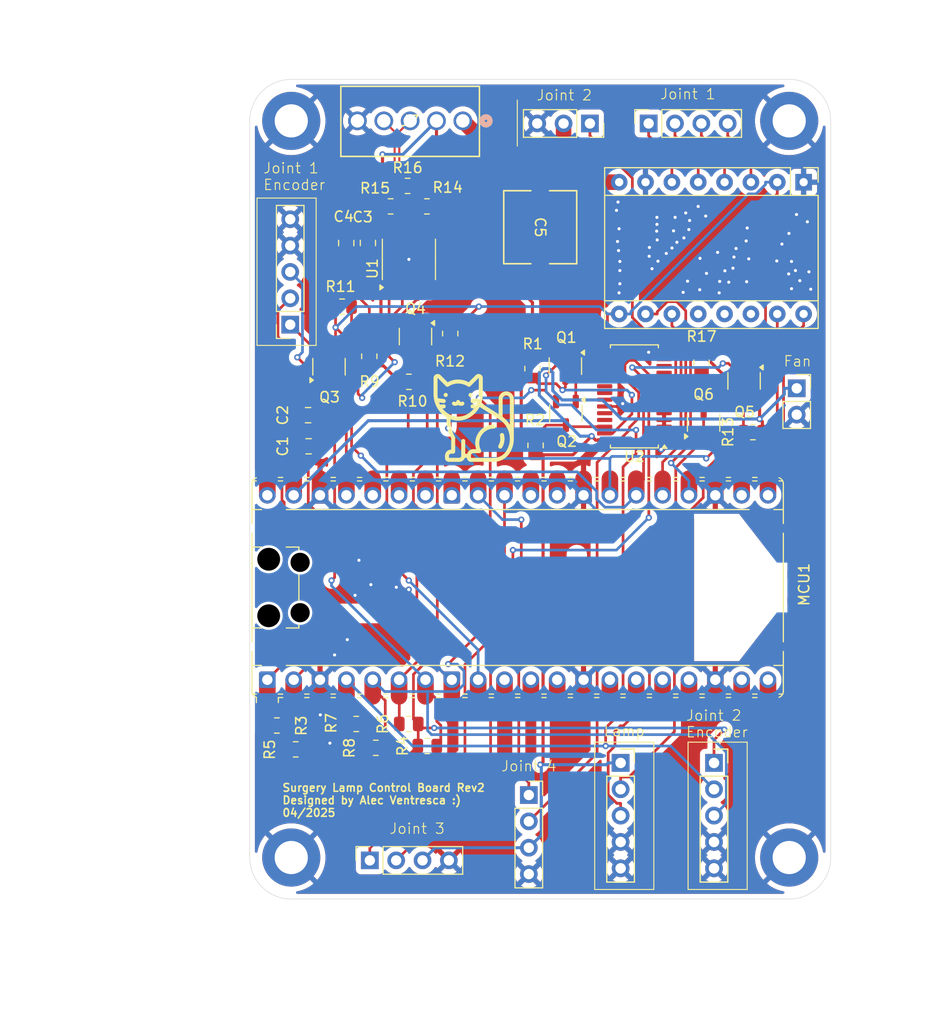
<source format=kicad_pcb>
(kicad_pcb (version 20241229) (generator "pcbnew") (generator_version "9.0")
  (layers (0 "F.Cu" signal) (2 "B.Cu" signal) (13 "F.Paste" user) (15 "B.Paste" user) (5 "F.SilkS" user "F.Silkscreen") (7 "B.SilkS" user "B.Silkscreen") (1 "F.Mask" user) (3 "B.Mask" user) (25 "Edge.Cuts" user))
  (net 0 "")
  (net 1 "DIR")
  (net 2 "STEP")
  (net 3 "24V")
  (net 4 "GND")
  (net 5 "3V3")
  (net 6 "5V")
  (net 7 "neopixel")
  (net 8 "laser_pointer")
  (net 9 "SCL0")
  (net 10 "SDA0")
  (net 11 "SCL1")
  (net 12 "joint3_Feedback")
  (net 13 "joint4_Feedback")
  (net 17 "RX")
  (net 18 "Net-(A1-2A)")
  (net 28 "Net-(A1-1B)")
  (net 29 "SDA1")
  (net 31 "Net-(A1-1A)")
  (net 38 "TX")
  (net 53 "Net-(A1-2B)")
  (net 54 "MS2")
  (net 57 "Net-(Q3-D)")
  (net 58 "Net-(Q4-D)")
  (net 59 "SDA1_5V")
  (net 60 "SCL1_5V")
  (net 61 "MS1")
  (net 77 "RS-")
  (net 78 "RS+")
  (net 79 "Net-(J1-Pin_1)")
  (net 80 "Net-(J2-Pin_2)")
  (net 81 "Net-(J3-Pin_2)")
  (net 82 "Net-(MCU1-GPIO21)")
  (net 83 "Net-(MCU1-GPIO20)")
  (net 84 "RS_Enable")
  (footprint "Package_TO_SOT_SMD:SOT-23-3" (layer "F.Cu") (at 170.9 93.3125 -90)
    (property "Reference" "Q5")
    (property "Value" "BSS138")
  )
  (footprint "Capacitor_SMD:C_0805_2012Metric" (layer "F.Cu") (at 132.55 80.025 -90)
    (property "Reference" "C4")
    (property "Value" "0.1uF" (hide yes))
  )
  (footprint "Connector_PinSocket_2.54mm:PinSocket_1x04_P2.54mm_Vertical" (layer "F.Cu") (at 150.15 133.225)
    (property "Reference" "J3" (hide yes))
    (property "Value" "joint4")
  )
  (footprint "Resistor_SMD:R_0805_2012Metric" (layer "F.Cu") (at 136.8275 76.4925 180)
    (property "Reference" "R15")
    (property "Value" "20k" (hide yes))
  )
  (footprint "Connector_PinSocket_2.54mm:PinSocket_1x03_P2.54mm_Vertical" (layer "F.Cu") (at 156.04 68.5 -90)
    (property "Reference" "J1" (hide yes))
    (property "Value" "joint2")
  )
  (footprint "Connector_PinSocket_2.54mm:PinSocket_1x05_P2.54mm_Vertical" (layer "F.Cu") (at 168 130.13)
    (property "Reference" "J6" (hide yes))
    (property "Value" "Joint 2 Encoder")
  )
  (footprint "Module:RaspberryPi_Pico_Common_Unspecified" (layer "F.Cu") (at 149.075 113.225 90)
    (property "Reference" "MCU1")
    (property "Value" "RaspberryPi_Pico")
  )
  (footprint "Resistor_SMD:R_0805_2012Metric" (layer "F.Cu") (at 127.675 128.825)
    (property "Reference" "R5")
    (property "Value" "10k")
  )
  (footprint "Resistor_SMD:R_0805_2012Metric" (layer "F.Cu") (at 140.3625 128.5)
    (property "Reference" "R4")
    (property "Value" "10k" (hide yes))
  )
  (footprint "Connector_PinSocket_2.54mm:PinSocket_1x02_P2.54mm_Vertical" (layer "F.Cu") (at 175.975 94.025)
    (property "Reference" "J9" (hide yes))
    (property "Value" "Fan")
  )
  (footprint "Package_TO_SOT_SMD:SOT-23-3" (layer "F.Cu") (at 130.89 91.9425 90)
    (property "Reference" "Q3")
    (property "Value" "BSS138")
  )
  (footprint "Connector_PinSocket_2.54mm:PinSocket_1x04_P2.54mm_Vertical" (layer "F.Cu") (at 161.7 68.5 90)
    (property "Reference" "J8" (hide yes))
    (property "Value" "Stepper")
  )
  (footprint "Resistor_SMD:R_0805_2012Metric" (layer "F.Cu") (at 138.575 126.375 180)
    (property "Reference" "R6")
    (property "Value" "10k")
  )
  (footprint "Resistor_SMD:R_0805_2012Metric" (layer "F.Cu") (at 132.1525 86.155)
    (property "Reference" "R11")
    (property "Value" "10k")
  )
  (footprint "Resistor_SMD:R_0805_2012Metric" (layer "F.Cu") (at 125.8625 126.525 180)
    (property "Reference" "R3")
    (property "Value" "10k" (hide yes))
  )
  (footprint "Resistor_SMD:R_0805_2012Metric" (layer "F.Cu") (at 134.775 90.9375 90)
    (property "Reference" "R9")
    (property "Value" "10k")
  )
  (footprint "Resistor_SMD:R_0805_2012Metric" (layer "F.Cu") (at 166.8 91.525 -90)
    (property "Reference" "R17")
    (property "Value" "10k")
  )
  (footprint "Resistor_SMD:R_0805_2012Metric" (layer "F.Cu") (at 171.75 98.25 180)
    (property "Reference" "R13")
    (property "Value" "10k")
  )
  (footprint "MountingHole:MountingHole_3.2mm_M3_DIN965_Pad_TopBottom" (layer "F.Cu") (at 175.25 139.25)
    (property "Reference" "H3" (hide yes))
    (property "Value" "MountingHole_Pad")
  )
  (footprint "MountingHole:MountingHole_3.2mm_M3_DIN965_Pad_TopBottom" (layer "F.Cu") (at 127.25 139.25)
    (property "Reference" "H4" (hide yes))
    (property "Value" "MountingHole_Pad")
  )
  (footprint "Package_TO_SOT_SMD:SOT-23-3" (layer "F.Cu") (at 139.225 89.0375 -90)
    (property "Reference" "Q4")
    (property "Value" "BSS138")
  )
  (footprint "Resistor_SMD:R_0805_2012Metric" (layer "F.Cu") (at 150.8 99.525 90)
    (property "Reference" "R2")
    (property "Value" "10k")
  )
  (footprint "Module:Pololu_Breakout-16_15.2x20.3mm" (layer "F.Cu") (at 176.64 74.16 -90)
    (property "Reference" "A1" (hide yes))
    (property "Value" "TMC2209 Stepper Driver")
  )
  (footprint "Alec_lib:CONN5_516x256_OST" (layer "F.Cu") (at 143.79 68.25)
    (property "Reference" "J7")
    (property "Value" "OSTVN05A150")
  )
  (footprint "Package_SO:TSSOP-28_4.4x9.7mm_P0.65mm" (layer "F.Cu") (at 160.325 94.8 180)
    (property "Reference" "U2")
    (property "Value" "PCA9685PW")
  )
  (footprint "MountingHole:MountingHole_3.2mm_M3_DIN965_Pad_TopBottom" (layer "F.Cu") (at 175.25 68.25)
    (property "Reference" "H1" (hide yes))
    (property "Value" "MountingHole_Pad")
  )
  (footprint "Connector_PinSocket_2.54mm:PinSocket_1x05_P2.54mm_Vertical" (layer "F.Cu") (at 159 130.13)
    (property "Reference" "J4" (hide yes))
    (property "Value" "Headlamp" (hide yes))
  )
  (footprint "Package_TO_SOT_SMD:SOT-23-3" (layer "F.Cu") (at 153.675 91.8875 -90)
    (property "Reference" "Q1")
    (property "Value" "BSS138")
  )
  (footprint "Package_SO:SOIC-8-1EP_3.9x4.9mm_P1.27mm_EP2.29x3mm" (layer "F.Cu") (at 138.59 81.6 90)
    (property "Reference" "U1")
    (property "Value" "MAX485E" (hide yes))
  )
  (footprint "MountingHole:MountingHole_3.2mm_M3_DIN965_Pad_TopBottom" (layer "F.Cu") (at 127.25 68.25)
    (property "Reference" "H2" (hide yes))
    (property "Value" "MountingHole_Pad" (hide yes))
  )
  (footprint "Package_TO_SOT_SMD:SOT-23-3" (layer "F.Cu") (at 167 97.3625 90)
    (property "Reference" "Q6")
    (property "Value" "BSS138")
  )
  (footprint "Capacitor_SMD:C_0805_2012Metric" (layer "F.Cu") (at 128.925 99.615)
    (property "Reference" "C1")
    (property "Value" "10uF")
  )
  (footprint "Resistor_SMD:R_0805_2012Metric" (layer "F.Cu") (at 150.5 92.125 -90)
    (property "Reference" "R1")
    (property "Value" "10k")
  )
  (footprint "Connector_PinSocket_2.54mm:PinSocket_1x05_P2.54mm_Vertical" (layer "F.Cu") (at 127.15 87.89 180)
    (property "Reference" "J5" (hide yes))
    (property "Value" "Joint 1 Encoder" (hide yes))
  )
  (footprint "Resistor_SMD:R_0805_2012Metric" (layer "F.Cu") (at 140.3275 76.4925 180)
    (property "Reference" "R14")
    (property "Value" "20k" (hide yes))
  )
  (footprint "Alec_lib:CAP_6.3 X 5.8_PAN" (layer "F.Cu") (at 151.25 78.5 -90)
    (property "Reference" "C5")
    (property "Value" "47uF")
  )
  (footprint "Resistor_SMD:R_0805_2012Metric" (layer "F.Cu") (at 138.465 74.5175 180)
    (property "Reference" "R16")
    (property "Value" "120")
  )
  (footprint "Resistor_SMD:R_0805_2012Metric" (layer "F.Cu") (at 142.575 88.75 -90)
    (property "Reference" "R12")
    (property "Value" "10k")
  )
  (footprint "Resistor_SMD:R_0805_2012Metric" (layer "F.Cu") (at 138.5875 93.4)
    (property "Reference" "R10")
    (property "Value" "10k")
  )
  (footprint "Resistor_SMD:R_0805_2012Metric" (layer "F.Cu") (at 135.4 128.675)
    (property "Reference" "R8")
    (property "Value" "10k")
  )
  (footprint "Resistor_SMD:R_0805_2012Metric" (layer "F.Cu") (at 133.5125 126.375 180)
    (property "Reference" "R7")
    (property "Value" "10k")
  )
  (footprint "Capacitor_SMD:C_0805_2012Metric" (layer "F.Cu") (at 128.875 96.615)
    (property "Reference" "C2")
    (property "Value" "0.1uF")
  )
  (footprint "Package_TO_SOT_SMD:SOT-23-3" (layer "F.Cu") (at 153.725 96.4375 -90)
    (property "Reference" "Q2")
    (property "Value" "BSS138")
  )
  (footprint "Capacitor_SMD:C_0805_2012Metric" (layer "F.Cu") (at 134.64 80.0175 -90)
    (property "Reference" "C3")
    (property "Value" "10uF")
  )
  (footprint "Connector_PinSocket_2.54mm:PinSocket_1x04_P2.54mm_Vertical" (layer "F.Cu") (at 134.825 139.525 90)
    (property "Reference" "J2" (hide yes))
    (property "Value" "joint3")
  )
  (gr_poly (pts (xy 142.15 94.475) (xy 142.159598 94.47573) (xy 142.169056 94.476932) (xy 142.178363 94.478594) (xy 142.187507 94.480704) (xy 142.196475 94.483251) (xy 142.205257 94.486222) (xy 142.21384 94.489606) (xy 142.222211 94.493391) (xy 142.23036 94.497565) (xy 142.238275 94.502116) (xy 142.245943 94.507031) (xy 142.253353 94.512301) (xy 142.260493 94.517911) (xy 142.26735 94.523852) (xy 142.273914 94.530109) (xy 142.280172 94.536673) (xy 142.286112 94.543531) (xy 142.291723 94.55067) (xy 142.296992 94.55808) (xy 142.301908 94.565748) (xy 142.306459 94.573663) (xy 142.310632 94.581812) (xy 142.314417 94.590184) (xy 142.317801 94.598766) (xy 142.320772 94.607548) (xy 142.323319 94.616516) (xy 142.32543 94.62566) (xy 142.327092 94.634967) (xy 142.328294 94.644426) (xy 142.329023 94.654024) (xy 142.329269 94.663749) (xy 142.329023 94.673475) (xy 142.328294 94.683073) (xy 142.327092 94.692531) (xy 142.32543 94.701838) (xy 142.323319 94.710982) (xy 142.320772 94.719951) (xy 142.317801 94.728732) (xy 142.314417 94.737315) (xy 142.310632 94.745686) (xy 142.306459 94.753836) (xy 142.301908 94.76175) (xy 142.296992 94.769418) (xy 142.291723 94.776828) (xy 142.286112 94.783968) (xy 142.280172 94.790825) (xy 142.273914 94.797389) (xy 142.26735 94.803647) (xy 142.260493 94.809587) (xy 142.253353 94.815198) (xy 142.245943 94.820467) (xy 142.238275 94.825383) (xy 142.23036 94.829934) (xy 142.222211 94.834107) (xy 142.21384 94.837892) (xy 142.205257 94.841276) (xy 142.196475 94.844247) (xy 142.187507 94.846794) (xy 142.178363 94.848905) (xy 142.169056 94.850567) (xy 142.159598 94.851769) (xy 142.15 94.852498) (xy 142.140274 94.852744) (xy 142.130548 94.852498) (xy 142.12095 94.851769) (xy 142.111492 94.850567) (xy 142.102185 94.848905) (xy 142.093041 94.846794) (xy 142.084073 94.844247) (xy 142.075291 94.841276) (xy 142.066709 94.837892) (xy 142.058337 94.834107) (xy 142.050188 94.829934) (xy 142.042273 94.825383) (xy 142.034605 94.820467) (xy 142.027195 94.815198) (xy 142.020056 94.809587) (xy 142.013198 94.803647) (xy 142.006634 94.797389) (xy 142.000376 94.790825) (xy 141.994436 94.783968) (xy 141.988826 94.776828) (xy 141.983556 94.769418) (xy 141.97864 94.76175) (xy 141.97409 94.753836) (xy 141.969916 94.745686) (xy 141.966131 94.737315) (xy 141.962747 94.728732) (xy 141.959776 94.719951) (xy 141.957229 94.710982) (xy 141.955119 94.701838) (xy 141.953457 94.692531) (xy 141.952255 94.683073) (xy 141.951525 94.673475) (xy 141.951279 94.663749) (xy 141.951525 94.654024) (xy 141.952255 94.644426) (xy 141.953457 94.634967) (xy 141.955119 94.62566) (xy 141.957229 94.616516) (xy 141.959776 94.607548) (xy 141.962747 94.598766) (xy 141.966131 94.590184) (xy 141.969916 94.581812) (xy 141.97409 94.573663) (xy 141.97864 94.565748) (xy 141.983556 94.55808) (xy 141.988826 94.55067) (xy 141.994436 94.543531) (xy 142.000376 94.536673) (xy 142.006634 94.530109) (xy 142.013198 94.523852) (xy 142.020056 94.517911) (xy 142.027195 94.512301) (xy 142.034605 94.507031) (xy 142.042273 94.502116) (xy 142.050188 94.497565) (xy 142.058337 94.493391) (xy 142.066709 94.489606) (xy 142.075291 94.486222) (xy 142.084073 94.483251) (xy 142.093041 94.480704) (xy 142.102185 94.478594) (xy 142.111492 94.476932) (xy 142.12095 94.47573) (xy 142.130548 94.475) (xy 142.140274 94.474754)) (fill yes) (layer "F.SilkS"))
  (gr_poly (pts (xy 147.566093 98.342947) (xy 147.573228 98.343243) (xy 147.577961 98.343588) (xy 147.582673 98.344048) (xy 147.58736 98.344624) (xy 147.592022 98.345313) (xy 147.596655 98.346115) (xy 147.601259 98.347027) (xy 147.605831 98.34805) (xy 147.610369 98.34918) (xy 147.614199 98.350229) (xy 147.618001 98.351358) (xy 147.621774 98.352568) (xy 147.625515 98.353856) (xy 147.629226 98.355222) (xy 147.632904 98.356664) (xy 147.63655 98.358182) (xy 147.640161 98.359774) (xy 147.643738 98.361439) (xy 147.647279 98.363175) (xy 147.650784 98.364983) (xy 147.654252 98.36686) (xy 147.657682 98.368806) (xy 147.661072 98.370819) (xy 147.664423 98.372898) (xy 147.667733 98.375042) (xy 147.670813 98.377104) (xy 147.673862 98.379211) (xy 147.676875 98.381368) (xy 147.67985 98.383577) (xy 147.682784 98.385843) (xy 147.685672 98.388169) (xy 147.688511 98.390559) (xy 147.691298 98.393017) (xy 147.693013 98.39459) (xy 147.694711 98.396183) (xy 147.696391 98.397797) (xy 147.698053 98.399431) (xy 147.699696 98.401087) (xy 147.701321 98.402763) (xy 147.702925 98.404461) (xy 147.704511 98.40618) (xy 147.706995 98.408971) (xy 147.709414 98.411824) (xy 147.711772 98.414734) (xy 147.714073 98.417698) (xy 147.716319 98.420711) (xy 147.718514 98.42377) (xy 147.720663 98.426871) (xy 147.722767 98.430009) (xy 147.727074 98.436831) (xy 147.731121 98.443851) (xy 147.733042 98.447434) (xy 147.734894 98.451067) (xy 147.736673 98.454748) (xy 147.738379 98.458477) (xy 147.74001 98.462254) (xy 147.741565 98.466079) (xy 147.743041 98.469952) (xy 147.744437 98.473872) (xy 147.745752 98.477839) (xy 147.746984 98.481853) (xy 147.748131 98.485913) (xy 147.749192 98.49002) (xy 147.751607 98.499945) (xy 147.753963 98.509877) (xy 147.756257 98.519814) (xy 147.758486 98.529758) (xy 147.762765 98.54966) (xy 147.766795 98.569582) (xy 147.770578 98.589522) (xy 147.774113 98.60948) (xy 147.778959 98.639436) (xy 147.783253 98.669422) (xy 147.786996 98.69943) (xy 147.790186 98.729452) (xy 147.792012 98.749469) (xy 147.793594 98.769487) (xy 147.794932 98.789504) (xy 147.796023 98.809522) (xy 147.796875 98.829536) (xy 147.797484 98.849542) (xy 147.79785 98.869539) (xy 147.797975 98.889525) (xy 147.797857 98.909499) (xy 147.797498 98.929458) (xy 147.796897 98.949403) (xy 147.796057 98.96933) (xy 147.794971 98.989236) (xy 147.793649 99.009119) (xy 147.792087 99.02898) (xy 147.790285 99.048821) (xy 147.789299 99.058727) (xy 147.788251 99.068628) (xy 147.787141 99.078522) (xy 147.785969 99.088409) (xy 147.779964 99.132809) (xy 147.772752 99.177031) (xy 147.764336 99.221055) (xy 147.75472 99.26486) (xy 147.743905 99.308425) (xy 147.731894 99.35173) (xy 147.71869 99.394755) (xy 147.704296 99.437477) (xy 147.697519 99.456369) (xy 147.690507 99.475191) (xy 147.683263 99.493942) (xy 147.675787 99.51262) (xy 147.664129 99.540508) (xy 147.65195 99.568231) (xy 147.63925 99.595782) (xy 147.626029 99.623149) (xy 147.612285 99.65033) (xy 147.598018 99.677323) (xy 147.583234 99.704116) (xy 147.567936 99.730702) (xy 147.560867 99.741866) (xy 147.553167 99.752381) (xy 147.544874 99.762238) (xy 147.53603 99.771427) (xy 147.526672 99.779938) (xy 147.516841 99.787762) (xy 147.506576 99.794887) (xy 147.495916 99.801304) (xy 147.484901 99.807004) (xy 147.473569 99.811975) (xy 147.461961 99.816209) (xy 147.450116 99.819696) (xy 147.438073 99.822425) (xy 147.425871 99.824387) (xy 147.41355 99.825571) (xy 147.40115 99.825968) (xy 147.394914 99.825868) (xy 147.388673 99.825567) (xy 147.382433 99.825064) (xy 147.376198 99.824356) (xy 147.369974 99.823442) (xy 147.363764 99.82232) (xy 147.357574 99.820989) (xy 147.351408 99.819447) (xy 147.345272 99.817691) (xy 147.33917 99.815721) (xy 147.333108 99.813534) (xy 147.327089 99.81113) (xy 147.321119 99.808505) (xy 147.315203 99.805659) (xy 147.309346 99.802589) (xy 147.303552 99.799295) (xy 147.295091 99.794055) (xy 147.286995 99.788453) (xy 147.279267 99.782506) (xy 147.271912 99.776231) (xy 147.264935 99.769644) (xy 147.258339 99.762762) (xy 147.252128 99.755602) (xy 147.246308 99.748181) (xy 147.240882 99.740515) (xy 147.235854 99.73262) (xy 147.23123 99.724514) (xy 147.227012 99.716212) (xy 147.223206 99.707733) (xy 147.219816 99.699092) (xy 147.216846 99.690306) (xy 147.2143 99.681392) (xy 147.212183 99.672366) (xy 147.210498 99.663246) (xy 147.209251 99.654047) (xy 147.208444 99.644786) (xy 147.208084 99.635481) (xy 147.208174 99.626148) (xy 147.208718 99.616803) (xy 147.20972 99.607463) (xy 147.211185 99.598144) (xy 147.213117 99.588865) (xy 147.215521 99.57964) (xy 147.2184 99.570487) (xy 147.221759 99.561423) (xy 147.225603 99.552463) (xy 147.229935 99.543626) (xy 147.23476 99.534927) (xy 147.265196 99.480157) (xy 147.292797 99.424324) (xy 147.317549 99.367519) (xy 147.339439 99.309835) (xy 147.358453 99.251363) (xy 147.374577 99.192194) (xy 147.387798 99.13242) (xy 147.398103 99.072133) (xy 147.405477 99.011426) (xy 147.409906 98.950388) (xy 147.411378 98.889113) (xy 147.409879 98.827691) (xy 147.405395 98.766215) (xy 147.397913 98.704776) (xy 147.387418 98.643467) (xy 147.373898 98.582377) (xy 147.371766 98.572665) (xy 147.370146 98.562961) (xy 147.369029 98.55328) (xy 147.368407 98.543636) (xy 147.368269 98.534044) (xy 147.368608 98.524519) (xy 147.369414 98.515076) (xy 147.370678 98.505728) (xy 147.372392 98.496492) (xy 147.374546 98.487381) (xy 147.377132 98.478411) (xy 147.380141 98.469596) (xy 147.383564 98.46095) (xy 147.387391 98.45249) (xy 147.391615 98.444228) (xy 147.396226 98.436181) (xy 147.401215 98.428362) (xy 147.406573 98.420787) (xy 147.412291 98.413469) (xy 147.418361 98.406425) (xy 147.424773 98.399668) (xy 147.431519 98.393214) (xy 147.43859 98.387077) (xy 147.445977 98.381271) (xy 147.45367 98.375812) (xy 147.461661 98.370714) (xy 147.469942 98.365992) (xy 147.478502 98.36166) (xy 147.487334 98.357734) (xy 147.496428 98.354228) (xy 147.505775 98.351157) (xy 147.515367 98.348535) (xy 147.522654 98.346889) (xy 147.529937 98.345532) (xy 147.537212 98.34446) (xy 147.544471 98.343669) (xy 147.551708 98.343156) (xy 147.558917 98.342917)) (fill yes) (layer "F.SilkS"))
  (gr_poly (pts (xy 144.547521 94.475) (xy 144.557119 94.47573) (xy 144.566578 94.476932) (xy 144.575885 94.478594) (xy 144.585029 94.480704) (xy 144.593997 94.483251) (xy 144.602779 94.486222) (xy 144.611361 94.489606) (xy 144.619733 94.493391) (xy 144.627882 94.497565) (xy 144.635797 94.502116) (xy 144.643465 94.507031) (xy 144.650875 94.512301) (xy 144.658014 94.517911) (xy 144.664872 94.523852) (xy 144.671436 94.530109) (xy 144.677694 94.536673) (xy 144.683634 94.543531) (xy 144.689244 94.55067) (xy 144.694514 94.55808) (xy 144.69943 94.565748) (xy 144.70398 94.573663) (xy 144.708154 94.581812) (xy 144.711939 94.590184) (xy 144.715323 94.598766) (xy 144.718294 94.607548) (xy 144.720841 94.616516) (xy 144.722951 94.62566) (xy 144.724613 94.634967) (xy 144.725815 94.644426) (xy 144.726545 94.654024) (xy 144.726791 94.663749) (xy 144.726545 94.673475) (xy 144.725815 94.683073) (xy 144.724613 94.692531) (xy 144.722951 94.701838) (xy 144.720841 94.710982) (xy 144.718294 94.719951) (xy 144.715323 94.728732) (xy 144.711939 94.737315) (xy 144.708154 94.745686) (xy 144.70398 94.753836) (xy 144.69943 94.76175) (xy 144.694514 94.769418) (xy 144.689244 94.776828) (xy 144.683634 94.783968) (xy 144.677694 94.790825) (xy 144.671436 94.797389) (xy 144.664872 94.803647) (xy 144.658014 94.809587) (xy 144.650875 94.815198) (xy 144.643465 94.820467) (xy 144.635797 94.825383) (xy 144.627882 94.829934) (xy 144.619733 94.834107) (xy 144.611361 94.837892) (xy 144.602779 94.841276) (xy 144.593997 94.844247) (xy 144.585029 94.846794) (xy 144.575885 94.848905) (xy 144.566578 94.850567) (xy 144.557119 94.851769) (xy 144.547521 94.852498) (xy 144.537796 94.852744) (xy 144.52807 94.852498) (xy 144.518472 94.851769) (xy 144.509014 94.850567) (xy 144.499707 94.848905) (xy 144.490563 94.846794) (xy 144.481594 94.844247) (xy 144.472813 94.841276) (xy 144.46423 94.837892) (xy 144.455859 94.834107) (xy 144.44771 94.829934) (xy 144.439795 94.825383) (xy 144.432127 94.820467) (xy 144.424717 94.815198) (xy 144.417577 94.809587) (xy 144.41072 94.803647) (xy 144.404156 94.797389) (xy 144.397898 94.790825) (xy 144.391958 94.783968) (xy 144.386347 94.776828) (xy 144.381078 94.769418) (xy 144.376162 94.76175) (xy 144.371611 94.753836) (xy 144.367438 94.745686) (xy 144.363653 94.737315) (xy 144.360269 94.728732) (xy 144.357298 94.719951) (xy 144.354751 94.710982) (xy 144.35264 94.701838) (xy 144.350978 94.692531) (xy 144.349776 94.683073) (xy 144.349047 94.673475) (xy 144.348801 94.663749) (xy 144.349047 94.654024) (xy 144.349776 94.644426) (xy 144.350978 94.634967) (xy 144.35264 94.62566) (xy 144.354751 94.616516) (xy 144.357298 94.607548) (xy 144.360269 94.598766) (xy 144.363653 94.590184) (xy 144.367438 94.581812) (xy 144.371611 94.573663) (xy 144.376162 94.565748) (xy 144.381078 94.55808) (xy 144.386347 94.55067) (xy 144.391958 94.543531) (xy 144.397898 94.536673) (xy 144.404156 94.530109) (xy 144.41072 94.523852) (xy 144.417577 94.517911) (xy 144.424717 94.512301) (xy 144.432127 94.507031) (xy 144.439795 94.502116) (xy 144.44771 94.497565) (xy 144.455859 94.493391) (xy 144.46423 94.489606) (xy 144.472813 94.486222) (xy 144.481594 94.483251) (xy 144.490563 94.480704) (xy 144.499707 94.478594) (xy 144.509014 94.476932) (xy 144.518472 94.47573) (xy 144.52807 94.475) (xy 144.537796 94.474754)) (fill yes) (layer "F.SilkS"))
  (gr_poly (pts (xy 145.332322 92.645733) (xy 145.352675 92.647287) (xy 145.372736 92.649845) (xy 145.392479 92.653381) (xy 145.41188 92.657872) (xy 145.430912 92.663291) (xy 145.44955 92.669612) (xy 145.467769 92.67681) (xy 145.485544 92.684861) (xy 145.502848 92.693738) (xy 145.519656 92.703415) (xy 145.535944 92.713868) (xy 145.551685 92.725071) (xy 145.566854 92.736999) (xy 145.581426 92.749626) (xy 145.595375 92.762927) (xy 145.608675 92.776876) (xy 145.621302 92.791447) (xy 145.63323 92.806617) (xy 145.644433 92.822358) (xy 145.654886 92.838645) (xy 145.664564 92.855454) (xy 145.673441 92.872758) (xy 145.681491 92.890532) (xy 145.68869 92.908751) (xy 145.695011 92.92739) (xy 145.700429 92.946422) (xy 145.70492 92.965822) (xy 145.708457 92.985566) (xy 145.711014 93.005627) (xy 145.712568 93.02598) (xy 145.713091 93.046599) (xy 145.713091 94.618919) (xy 145.71249 94.672337) (xy 145.710693 94.725757) (xy 145.70771 94.779156) (xy 145.703548 94.832512) (xy 145.698218 94.885806) (xy 145.691729 94.939014) (xy 145.684089 94.992116) (xy 145.675307 95.04509) (xy 145.665394 95.097915) (xy 145.654357 95.150569) (xy 145.642206 95.20303) (xy 145.62895 95.255278) (xy 145.599159 95.359045) (xy 145.565057 95.4617) (xy 147.239605 96.519371) (xy 147.239605 95.057019) (xy 147.626112 95.057019) (xy 147.626112 96.773503) (xy 147.679081 96.813927) (xy 147.730798 96.855388) (xy 147.781257 96.897863) (xy 147.830452 96.941323) (xy 147.878375 96.985744) (xy 147.925022 97.0311) (xy 147.970385 97.077363) (xy 148.01446 97.124508) (xy 148.057239 97.17251) (xy 148.098716 97.221341) (xy 148.138885 97.270976) (xy 148.177741 97.321389) (xy 148.215276 97.372553) (xy 148.251485 97.424443) (xy 148.286361 97.477032) (xy 148.319882 97.530268) (xy 148.319882 95.057019) (xy 148.319461 95.039697) (xy 148.318202 95.02253) (xy 148.316117 95.005542) (xy 148.313216 94.988756) (xy 148.309509 94.972197) (xy 148.305005 94.955887) (xy 148.299716 94.939851) (xy 148.293651 94.924113) (xy 148.286821 94.908697) (xy 148.279235 94.893626) (xy 148.270905 94.878924) (xy 148.261839 94.864615) (xy 148.252049 94.850722) (xy 148.241544 94.83727) (xy 148.230334 94.824283) (xy 148.218431 94.811783) (xy 148.205862 94.799845) (xy 148.192814 94.788605) (xy 148.179311 94.778074) (xy 148.165376 94.768261) (xy 148.151032 94.759176) (xy 148.136303 94.750829) (xy 148.121213 94.74323) (xy 148.105784 94.73639) (xy 148.090041 94.730317) (xy 148.074006 94.725021) (xy 148.057704 94.720514) (xy 148.041157 94.716803) (xy 148.02439 94.7139) (xy 148.007425 94.711814) (xy 147.990286 94.710556) (xy 147.972996 94.710134) (xy 147.955169 94.710586) (xy 147.937574 94.711928) (xy 147.920231 94.714137) (xy 147.903164 94.717192) (xy 147.886394 94.72107) (xy 147.869943 94.725751) (xy 147.853833 94.731211) (xy 147.838086 94.737429) (xy 147.822725 94.744384) (xy 147.807769 94.752052) (xy 147.793243 94.760412) (xy 147.779168 94.769443) (xy 147.765565 94.779122) (xy 147.752457 94.789427) (xy 147.739865 94.800337) (xy 147.727812 94.811829) (xy 147.71632 94.823882) (xy 147.70541 94.836473) (xy 147.695104 94.849581) (xy 147.685425 94.863183) (xy 147.676394 94.877259) (xy 147.668033 94.891785) (xy 147.660364 94.90674) (xy 147.653409 94.922102) (xy 147.647191 94.937849) (xy 147.64173 94.95396) (xy 147.637049 94.970411) (xy 147.63317 94.987182) (xy 147.630115 95.00425) (xy 147.627905 95.021594) (xy 147.626564 95.039191) (xy 147.626112 95.057019) (xy 147.239605 95.057019) (xy 147.240561 95.019328) (xy 147.243398 94.982126) (xy 147.248069 94.94546) (xy 147.254529 94.909375) (xy 147.26273 94.873919) (xy 147.272627 94.839137) (xy 147.284172 94.805077) (xy 147.29732 94.771784) (xy 147.312024 94.739304) (xy 147.328238 94.707685) (xy 147.345915 94.676973) (xy 147.36501 94.647214) (xy 147.385475 94.618454) (xy 147.407264 94.59074) (xy 147.430331 94.564118) (xy 147.454629 94.538634) (xy 147.480112 94.514336) (xy 147.506734 94.491269) (xy 147.534448 94.46948) (xy 147.563208 94.449015) (xy 147.592967 94.429921) (xy 147.62368 94.412244) (xy 147.655299 94.39603) (xy 147.687778 94.381326) (xy 147.721071 94.368178) (xy 147.755131 94.356632) (xy 147.789913 94.346736) (xy 147.825369 94.338534) (xy 147.861454 94.332075) (xy 147.89812 94.327404) (xy 147.935322 94.324567) (xy 147.973013 94.323611) (xy 148.009572 94.324502) (xy 148.045806 94.327161) (xy 148.081665 94.331567) (xy 148.117102 94.3377) (xy 148.152067 94.345538) (xy 148.186511 94.35506) (xy 148.220384 94.366246) (xy 148.253639 94.379074) (xy 148.286226 94.393524) (xy 148.318096 94.409575) (xy 148.3492 94.427205) (xy 148.379489 94.446394) (xy 148.408914 94.467121) (xy 148.437426 94.489365) (xy 148.464975 94.513105) (xy 148.491514 94.53832) (xy 148.516761 94.564762) (xy 148.54053 94.592235) (xy 148.562798 94.62069) (xy 148.583546 94.650077) (xy 148.602752 94.680344) (xy 148.620397 94.711442) (xy 148.63646 94.74332) (xy 148.65092 94.775929) (xy 148.663755 94.809216) (xy 148.674947 94.843132) (xy 148.684473 94.877628) (xy 148.692314 94.912651) (xy 148.698448 94.948152) (xy 148.702855 94.984081) (xy 148.705515 95.020387) (xy 148.706406 95.057019) (xy 148.706406 98.817939) (xy 148.706389 98.81939) (xy 148.706343 98.820838) (xy 148.706275 98.822282) (xy 148.70619 98.823718) (xy 148.705826 98.829349) (xy 148.706445 98.917616) (xy 148.704014 99.005977) (xy 148.698514 99.094357) (xy 148.689927 99.182681) (xy 148.678233 99.270875) (xy 148.663414 99.358864) (xy 148.645449 99.446574) (xy 148.624321 99.53393) (xy 148.600008 99.620858) (xy 148.572494 99.707283) (xy 148.541758 99.793131) (xy 148.50778 99.878327) (xy 148.470543 99.962796) (xy 148.430027 100.046465) (xy 148.386213 100.129259) (xy 148.339081 100.211102) (xy 148.338067 100.212807) (xy 148.337072 100.214459) (xy 148.336114 100.216074) (xy 148.335654 100.216872) (xy 148.335211 100.217667) (xy 148.335102 100.217813) (xy 148.334997 100.217958) (xy 148.334799 100.218248) (xy 148.334611 100.218537) (xy 148.334428 100.218825) (xy 148.334246 100.219113) (xy 148.33406 100.219402) (xy 148.333865 100.219692) (xy 148.333763 100.219837) (xy 148.333657 100.219982) (xy 148.321718 100.24018) (xy 148.309534 100.260185) (xy 148.297115 100.279981) (xy 148.284469 100.299556) (xy 148.271607 100.318895) (xy 148.258536 100.337985) (xy 148.245267 100.35681) (xy 148.231809 100.375359) (xy 148.231809 100.375367) (xy 148.231808 100.375377) (xy 148.231806 100.37539) (xy 148.231803 100.375405) (xy 148.231799 100.375422) (xy 148.231793 100.37544) (xy 148.231789 100.375449) (xy 148.231784 100.375458) (xy 148.231779 100.375467) (xy 148.231774 100.375477) (xy 148.231768 100.375486) (xy 148.231761 100.375495) (xy 148.231753 100.375503) (xy 148.231745 100.375511) (xy 148.231735 100.375519) (xy 148.231725 100.375526) (xy 148.231715 100.375533) (xy 148.231703 100.375539) (xy 148.23169 100.375544) (xy 148.231676 100.375549) (xy 148.231661 100.375552) (xy 148.231646 100.375555) (xy 148.231629 100.375557) (xy 148.231611 100.375557) (xy 148.166056 100.459784) (xy 148.095949 100.53953) (xy 148.021549 100.614665) (xy 147.943114 100.685056) (xy 147.860905 100.750572) (xy 147.775179 100.811081) (xy 147.686194 100.866452) (xy 147.594211 100.916554) (xy 147.499487 100.961254) (xy 147.402282 101.000421) (xy 147.302854 101.033923) (xy 147.201462 101.06163) (xy 147.098365 101.083408) (xy 146.993821 101.099127) (xy 146.88809 101.108655) (xy 146.781429 101.11186) (xy 144.571365 101.11186) (xy 144.551736 101.111361) (xy 144.532362 101.109881) (xy 144.513265 101.107444) (xy 144.494471 101.104074) (xy 144.476004 101.099796) (xy 144.457888 101.094634) (xy 144.440146 101.088611) (xy 144.422804 101.081754) (xy 144.405885 101.074084) (xy 144.389414 101.065628) (xy 144.373415 101.056409) (xy 144.357912 101.046451) (xy 144.34293 101.03578) (xy 144.328491 101.024418) (xy 144.314622 101.012391) (xy 144.301345 100.999722) (xy 144.288686 100.986436) (xy 144.276668 100.972557) (xy 144.265315 100.95811) (xy 144.254652 100.943118) (xy 144.244703 100.927607) (xy 144.235492 100.911599) (xy 144.227044 100.895121) (xy 144.219382 100.878195) (xy 144.212531 100.860846) (xy 144.206514 100.843099) (xy 144.201357 100.824977) (xy 144.197084 100.806505) (xy 144.193718 100.787707) (xy 144.191283 100.768608) (xy 144.189805 100.749232) (xy 144.189307 100.729603) (xy 144.189307 100.725353) (xy 143.987165 100.725353) (xy 143.97064 100.766764) (xy 143.951092 100.806545) (xy 143.928667 100.844553) (xy 143.903507 100.880644) (xy 143.875756 100.914674) (xy 143.845559 100.946499) (xy 143.813058 100.975976) (xy 143.778398 101.002961) (xy 143.741723 101.02731) (xy 143.703176 101.048878) (xy 143.6629 101.067524) (xy 143.621041 101.083101) (xy 143.577741 101.095467) (xy 143.533144 101.104478) (xy 143.487394 101.10999) (xy 143.464132 101.111389) (xy 143.440635 101.11186) (xy 142.440345 101.11186) (xy 142.421292 101.111376) (xy 142.402484 101.109939) (xy 142.383946 101.107573) (xy 142.3657 101.104302) (xy 142.34777 101.100149) (xy 142.33018 101.095137) (xy 142.312954 101.08929) (xy 142.296114 101.082633) (xy 142.279684 101.075187) (xy 142.263689 101.066977) (xy 142.248151 101.058026) (xy 142.233095 101.048358) (xy 142.218543 101.037996) (xy 142.204519 101.026964) (xy 142.191047 101.015285) (xy 142.178151 101.002984) (xy 142.165854 100.990082) (xy 142.154179 100.976605) (xy 142.14315 100.962575) (xy 142.132791 100.948016) (xy 142.123125 100.932952) (xy 142.114177 100.917406) (xy 142.105968 100.901401) (xy 142.098524 100.884962) (xy 142.091867 100.868111) (xy 142.086021 100.850872) (xy 142.08101 100.83327) (xy 142.076857 100.815326) (xy 142.073586 100.797066) (xy 142.07122 100.778511) (xy 142.069784 100.759687) (xy 142.0693 100.740616) (xy 142.0693 100.524385) (xy 142.45574 100.524385) (xy 142.45574 100.725369) (xy 143.440569 100.725369) (xy 143.450493 100.725116) (xy 143.460289 100.724368) (xy 143.469945 100.723136) (xy 143.479449 100.721432) (xy 143.488787 100.719268) (xy 143.497949 100.716658) (xy 143.506922 100.713613) (xy 143.515693 100.710145) (xy 143.524251 100.706267) (xy 143.532582 100.701991) (xy 143.540675 100.69733) (xy 143.548517 100.692295) (xy 143.556097 100.686899) (xy 143.563401 100.681154) (xy 143.570418 100.675073) (xy 143.577135 100.668667) (xy 143.58354 100.66195) (xy 143.589621 100.654933) (xy 143.595365 100.647628) (xy 143.600761 100.640048) (xy 143.605795 100.632206) (xy 143.610456 100.624113) (xy 143.614732 100.615782) (xy 143.618609 100.607225) (xy 143.622076 100.598454) (xy 143.625121 100.589482) (xy 143.627731 100.58032) (xy 143.629894 100.570982) (xy 143.631598 100.561479) (xy 143.63283 100.551824) (xy 143.633578 100.54203) (xy 143.63383 100.532107) (xy 143.63383 99.103373) (xy 143.634081 99.093416) (xy 143.634827 99.08359) (xy 143.636054 99.073909) (xy 143.637751 99.064384) (xy 143.639906 99.055028) (xy 143.642507 99.045851) (xy 143.645542 99.036867) (xy 143.648998 99.028088) (xy 143.652864 99.019525) (xy 143.657128 99.011191) (xy 143.661777 99.003098) (xy 143.6668 98.995257) (xy 143.672183 98.987682) (xy 143.677917 98.980383) (xy 143.683987 98.973373) (xy 143.690383 98.966664) (xy 143.697092 98.960269) (xy 143.704102 98.954198) (xy 143.7114 98.948465) (xy 143.718976 98.943081) (xy 143.726817 98.938058) (xy 143.73491 98.933409) (xy 143.743244 98.929146) (xy 143.751807 98.925279) (xy 143.760586 98.921823) (xy 143.76957 98.918788) (xy 143.778746 98.916187) (xy 143.788103 98.914032) (xy 143.797628 98.912335) (xy 143.807309 98.911108) (xy 143.817134 98.910363) (xy 143.827092 98.910112) (xy 143.837032 98.910363) (xy 143.846842 98.911108) (xy 143.85651 98.912335) (xy 143.866024 98.914032) (xy 143.875371 98.916187) (xy 143.88454 98.918788) (xy 143.893518 98.921823) (xy 143.902293 98.925279) (xy 143.910853 98.929146) (xy 143.919186 98.933409) (xy 143.927279 98.938058) (xy 143.93512 98.943081) (xy 143.942698 98.948465) (xy 143.95 98.954198) (xy 143.957013 98.960269) (xy 143.963726 98.966664) (xy 143.970127 98.973373) (xy 143.976203 98.980383) (xy 143.981942 98.987682) (xy 143.987332 98.995257) (xy 143.992361 99.003098) (xy 143.997016 99.011191) (xy 144.001286 99.019525) (xy 144.005158 99.028088) (xy 144.00862 99.036867) (xy 144.01166 99.045851) (xy 144.014265 99.055028) (xy 144.016425 99.064384) (xy 144.018125 99.073909) (xy 144.019355 99.08359) (xy 144.020102 99.093416) (xy 144.020353 99.103373) (xy 144.020353 100.338845) (xy 144.210903 100.338845) (xy 144.226123 100.291046) (xy 144.245069 100.245021) (xy 144.26756 100.200952) (xy 144.293417 100.159019) (xy 144.322461 100.119402) (xy 144.354511 100.082283) (xy 144.389389 100.047842) (xy 144.426914 100.016259) (xy 144.466909 99.987715) (xy 144.509192 99.962391) (xy 144.553584 99.940467) (xy 144.599907 99.922125) (xy 144.623736 99.914353) (xy 144.64798 99.907544) (xy 144.672617 99.90172) (xy 144.697624 99.896905) (xy 144.722979 99.893121) (xy 144.74866 99.89039) (xy 144.774643 99.888734) (xy 144.800907 99.888178) (xy 145.078422 99.888178) (xy 145.056703 99.818738) (xy 145.0378 99.748474) (xy 145.021737 99.677486) (xy 145.008539 99.605873) (xy 144.99823 99.533736) (xy 144.990837 99.461173) (xy 144.986382 99.388286) (xy 144.984892 99.315173) (xy 144.987234 99.222845) (xy 144.994184 99.131714) (xy 145.005628 99.041894) (xy 145.021454 98.953499) (xy 145.041546 98.866643) (xy 145.065792 98.781438) (xy 145.094077 98.698) (xy 145.126287 98.616441) (xy 145.16231 98.536875) (xy 145.202032 98.459416) (xy 145.245337 98.384177) (xy 145.292114 98.311273) (xy 145.342248 98.240817) (xy 145.395625 98.172923) (xy 145.452132 98.107704) (xy 145.511654 98.045274) (xy 145.574079 97.985747) (xy 145.639293 97.929236) (xy 145.707181 97.875856) (xy 145.77763 97.825719) (xy 145.850526 97.77894) (xy 145.925756 97.735633) (xy 146.003206 97.69591) (xy 146.082762 97.659886) (xy 146.16431 97.627674) (xy 146.247737 97.599388) (xy 146.332929 97.575142) (xy 146.419771 97.555049) (xy 146.508152 97.539224) (xy 146.597955 97.527779) (xy 146.689069 97.520829) (xy 146.781379 97.518487) (xy 146.791319 97.518738) (xy 146.80113 97.519483) (xy 146.810798 97.52071) (xy 146.820312 97.522407) (xy 146.829659 97.524562) (xy 146.838828 97.527163) (xy 146.847806 97.530198) (xy 146.856581 97.533654) (xy 146.865141 97.537521) (xy 146.873473 97.541784) (xy 146.881567 97.546433) (xy 146.889408 97.551456) (xy 146.896986 97.55684) (xy 146.904287 97.562573) (xy 146.911301 97.568644) (xy 146.918014 97.575039) (xy 146.924415 97.581748) (xy 146.930491 97.588758) (xy 146.93623 97.596057) (xy 146.94162 97.603632) (xy 146.946648 97.611473) (xy 146.951304 97.619566) (xy 146.955573 97.627901) (xy 146.959445 97.636463) (xy 146.962908 97.645243) (xy 146.965947 97.654226) (xy 146.968553 97.663403) (xy 146.970712 97.672759) (xy 146.972413 97.682284) (xy 146.973643 97.691965) (xy 146.97439 97.701791) (xy 146.974641 97.711748) (xy 146.97439 97.721688) (xy 146.973643 97.731499) (xy 146.972413 97.741167) (xy 146.970712 97.750681) (xy 146.968553 97.760028) (xy 146.965947 97.769197) (xy 146.962907 97.778175) (xy 146.959445 97.78695) (xy 146.955573 97.79551) (xy 146.951304 97.803843) (xy 146.946648 97.811936) (xy 146.941619 97.819777) (xy 146.936229 97.827355) (xy 146.93049 97.834657) (xy 146.924414 97.84167) (xy 146.918014 97.848383) (xy 146.911301 97.854784) (xy 146.904287 97.86086) (xy 146.896985 97.866599) (xy 146.889408 97.871989) (xy 146.881566 97.877018) (xy 146.873473 97.881673) (xy 146.86514 97.885943) (xy 146.856581 97.889815) (xy 146.847805 97.893277) (xy 146.838827 97.896317) (xy 146.829659 97.898922) (xy 146.820311 97.901082) (xy 146.810798 97.902782) (xy 146.80113 97.904012) (xy 146.791319 97.904759) (xy 146.781379 97.90501) (xy 146.708932 97.906849) (xy 146.637423 97.912304) (xy 146.566942 97.921287) (xy 146.497578 97.933708) (xy 146.42942 97.949478) (xy 146.362558 97.968509) (xy 146.297081 97.99071) (xy 146.233078 98.015992) (xy 146.170639 98.044267) (xy 146.109852 98.075445) (xy 146.050808 98.109437) (xy 145.993595 98.146153) (xy 145.938302 98.185504) (xy 145.885019 98.227402) (xy 145.833836 98.271756) (xy 145.784841 98.318477) (xy 145.738123 98.367477) (xy 145.693773 98.418667) (xy 145.651879 98.471955) (xy 145.61253 98.527255) (xy 145.575817 98.584476) (xy 145.541827 98.643529) (xy 145.510651 98.704324) (xy 145.482377 98.766774) (xy 145.457096 98.830788) (xy 145.434895 98.896276) (xy 145.415866 98.963151) (xy 145.400095 99.031323) (xy 145.387674 99.100701) (xy 145.378692 99.171198) (xy 145.373237 99.242724) (xy 145.371398 99.31519) (xy 145.37209 99.35929) (xy 145.374159 99.403299) (xy 145.377595 99.447179) (xy 145.382389 99.490892) (xy 145.388532 99.534401) (xy 145.396014 99.57767) (xy 145.404827 99.62066) (xy 145.41496 99.663334) (xy 145.426404 99.705654) (xy 145.439149 99.747584) (xy 145.453188 99.789087) (xy 145.468509 99.830123) (xy 145.485103 99.870657) (xy 145.502962 99.910651) (xy 145.522076 99.950067) (xy 145.542435 99.988868) (xy 145.54816 100.000245) (xy 145.553089 100.01188) (xy 145.557224 100.023736) (xy 145.560563 100.035773) (xy 145.563109 100.047951) (xy 145.564862 100.060232) (xy 145.565823 100.072575) (xy 145.565993 100.084941) (xy 145.565373 100.097292) (xy 145.563962 100.109587) (xy 145.561763 100.121788) (xy 145.558776 100.133855) (xy 145.555001 100.145749) (xy 145.550441 100.15743) (xy 145.545094 100.168859) (xy 145.538962 100.179997) (xy 145.532082 100.19074) (xy 145.524578 100.20093) (xy 145.516483 100.210547) (xy 145.507833 100.219572) (xy 145.498658 100.227986) (xy 145.488995 100.235769) (xy 145.478874 100.242903) (xy 145.468331 100.249367) (xy 145.457398 100.255143) (xy 145.44611 100.260212) (xy 145.434498 100.264554) (xy 145.422597 100.268149) (xy 145.410441 100.27098) (xy 145.398062 100.273025) (xy 145.385494 100.274266) (xy 145.372771 100.274684) (xy 144.800924 100.274684) (xy 144.789345 100.274978) (xy 144.777916 100.27585) (xy 144.766654 100.277286) (xy 144.75557 100.279271) (xy 144.744681 100.281791) (xy 144.734 100.284832) (xy 144.723541 100.28838) (xy 144.713318 100.292421) (xy 144.703346 100.29694) (xy 144.693639 100.301922) (xy 144.684211 100.307354) (xy 144.675076 100.313222) (xy 144.666248 100.31951) (xy 144.657742 100.326206) (xy 144.649571 100.333294) (xy 144.64175 100.34076) (xy 144.634294 100.348591) (xy 144.627215 100.356771) (xy 144.620529 100.365286) (xy 144.61425 100.374123) (xy 144.608392 100.383267) (xy 144.602968 100.392703) (xy 144.597994 100.402418) (xy 144.593483 100.412397) (xy 144.58945 100.422626) (xy 144.585908 100.433091) (xy 144.582873 100.443777) (xy 144.580357 100.45467) (xy 144.578376 100.465756) (xy 144.576943 100.47702) (xy 144.576073 100.488449) (xy 144.57578 100.500028) (xy 144.57578 100.725353) (xy 146.781412 100.725353) (xy 146.864822 100.722855) (xy 146.94751 100.715426) (xy 147.029276 100.70317) (xy 147.109918 100.686188) (xy 147.189237 100.664583) (xy 147.267031 100.638457) (xy 147.3431 100.607912) (xy 147.417244 100.573051) (xy 147.48926 100.533974) (xy 147.558949 100.490785) (xy 147.626111 100.443586) (xy 147.690543 100.392478) (xy 147.752046 100.337565) (xy 147.810419 100.278947) (xy 147.865461 100.216728) (xy 147.916971 100.151009) (xy 148.008567 100.010714) (xy 148.063996 99.912624) (xy 148.113856 99.812983) (xy 148.15819 99.711967) (xy 148.197044 99.609751) (xy 148.230461 99.506513) (xy 148.258485 99.402428) (xy 148.281163 99.297672) (xy 148.298536 99.192423) (xy 148.310651 99.086856) (xy 148.317552 98.981148) (xy 148.319282 98.875474) (xy 148.315887 98.770012) (xy 148.30741 98.664937) (xy 148.293896 98.560427) (xy 148.27539 98.456656) (xy 148.251936 98.353802) (xy 148.223578 98.25204) (xy 148.19036 98.151548) (xy 148.152328 98.052501) (xy 148.109525 97.955076) (xy 148.061997 97.859448) (xy 148.009786 97.765795) (xy 147.952938 97.674293) (xy 147.891497 97.585117) (xy 147.825508 97.498445) (xy 147.755014 97.414452) (xy 147.680061 97.333315) (xy 147.600692 97.25521) (xy 147.516952 97.180313) (xy 147.428886 97.108801) (xy 147.336538 97.040851) (xy 147.239952 96.976637) (xy 145.407713 95.819432) (xy 145.367562 95.892407) (xy 145.325103 95.964164) (xy 145.280365 96.034631) (xy 145.233377 96.103731) (xy 145.18417 96.171391) (xy 145.132771 96.237537) (xy 145.079212 96.302093) (xy 145.023521 96.364986) (xy 144.936163 96.456045) (xy 144.845664 96.541767) (xy 144.752184 96.622078) (xy 144.655885 96.696903) (xy 144.556928 96.766169) (xy 144.455473 96.829801) (xy 144.351681 96.887725) (xy 144.245712 96.939866) (xy 144.137729 96.986151) (xy 144.02789 97.026506) (xy 143.916358 97.060855) (xy 143.803293 97.089126) (xy 143.688856 97.111243) (xy 143.573207 97.127133) (xy 143.456508 97.136722) (xy 143.338919 97.139934) (xy 143.291945 97.139421) (xy 143.245093 97.137884) (xy 143.198376 97.135329) (xy 143.151802 97.13176) (xy 143.105382 97.127182) (xy 143.059127 97.1216) (xy 143.013045 97.115018) (xy 142.967148 97.107442) (xy 142.921446 97.098877) (xy 142.875949 97.089326) (xy 142.830667 97.078796) (xy 142.785611 97.06729) (xy 142.74079 97.054814) (xy 142.696215 97.041372) (xy 142.651895 97.02697) (xy 142.607842 97.011611) (xy 142.606577 97.059503) (xy 142.606002 97.107506) (xy 142.606154 97.155584) (xy 142.607065 97.203699) (xy 142.611221 97.302324) (xy 142.618451 97.400664) (xy 142.628733 97.498636) (xy 142.642043 97.596157) (xy 142.658358 97.693146) (xy 142.677655 97.789521) (xy 142.699911 97.8852) (xy 142.725102 97.9801) (xy 142.753206 98.074139) (xy 142.784198 98.167236) (xy 142.818056 98.259308) (xy 142.854757 98.350273) (xy 142.894277 98.440049) (xy 142.936593 98.528554) (xy 142.981683 98.615706) (xy 143.029522 98.701422) (xy 143.034078 98.709748) (xy 143.038181 98.718196) (xy 143.041835 98.726752) (xy 143.045045 98.735402) (xy 143.047816 98.744131) (xy 143.050152 98.752926) (xy 143.052057 98.761772) (xy 143.053537 98.770654) (xy 143.054595 98.77956) (xy 143.055237 98.788473) (xy 143.055466 98.797381) (xy 143.055288 98.806269) (xy 143.054706 98.815123) (xy 143.053726 98.823929) (xy 143.052353 98.832671) (xy 143.050589 98.841337) (xy 143.050589 100.130338) (xy 143.050338 100.140278) (xy 143.049591 100.150088) (xy 143.048361 100.159756) (xy 143.046661 100.16927) (xy 143.044501 100.178617) (xy 143.041896 100.187786) (xy 143.038856 100.196764) (xy 143.035394 100.205539) (xy 143.031522 100.214099) (xy 143.027252 100.222431) (xy 143.022597 100.230525) (xy 143.017568 100.238366) (xy 143.012178 100.245944) (xy 143.006439 100.253246) (xy 143.000363 100.260259) (xy 142.993962 100.266972) (xy 142.987249 100.273373) (xy 142.980236 100.279449) (xy 142.972934 100.285188) (xy 142.965356 100.290578) (xy 142.957515 100.295606) (xy 142.949422 100.300262) (xy 142.941089 100.304532) (xy 142.932529 100.308404) (xy 142.923754 100.311866) (xy 142.914776 100.314906) (xy 142.905607 100.317511) (xy 142.89626 100.31967) (xy 142.886746 100.321371) (xy 142.877078 100.322601) (xy 142.867268 100.323348) (xy 142.857328 100.323599) (xy 142.656724 100.323599) (xy 142.646405 100.323861) (xy 142.63622 100.324638) (xy 142.626179 100.325917) (xy 142.616297 100.327685) (xy 142.606586 100.329931) (xy 142.597059 100.33264) (xy 142.587728 100.335801) (xy 142.578607 100.339401) (xy 142.569708 100.343427) (xy 142.561044 100.347866) (xy 142.552627 100.352706) (xy 142.544472 100.357933) (xy 142.536589 100.363536) (xy 142.528993 100.369501) (xy 142.521695 100.375817) (xy 142.514709 100.382469) (xy 142.508047 100.389446) (xy 142.501723 100.396734) (xy 142.495748 100.404322) (xy 142.490137 100.412195) (xy 142.4849 100.420342) (xy 142.480053 100.428751) (xy 142.475606 100.437407) (xy 142.471573 100.446299) (xy 142.467966 100.455413) (xy 142.464799 100.464738) (xy 142.462084 100.47426) (xy 142.459834 100.483966) (xy 142.458062 100.493845) (xy 142.456781 100.503882) (xy 142.456002 100.514067) (xy 142.45574 100.524385) (xy 142.0693 100.524385) (xy 142.0693 100.524369) (xy 142.070066 100.494188) (xy 142.072339 100.464399) (xy 142.076082 100.435038) (xy 142.081258 100.406144) (xy 142.08783 100.377752) (xy 142.09576 100.3499) (xy 142.105012 100.322626) (xy 142.115547 100.295966) (xy 142.127329 100.269958) (xy 142.14032 100.244638) (xy 142.154484 100.220045) (xy 142.169782 100.196214) (xy 142.186179 100.173184) (xy 142.203636 100.150991) (xy 142.222116 100.129673) (xy 142.241583 100.109266) (xy 142.261998 100.089809) (xy 142.283325 100.071337) (xy 142.305527 100.053889) (xy 142.328566 100.0375) (xy 142.352405 100.02221) (xy 142.377007 100.008054) (xy 142.402334 99.99507) (xy 142.42835 99.983295) (xy 142.455017 99.972766) (xy 142.482298 99.96352) (xy 142.510155 99.955595) (xy 142.538552 99.949027) (xy 142.567451 99.943855) (xy 142.596816 99.940114) (xy 142.626608 99.937842) (xy 142.65679 99.937076) (xy 142.664133 99.937076) (xy 142.664133 98.839585) (xy 142.61403 98.745931) (xy 142.566798 98.650841) (xy 142.522459 98.554396) (xy 142.481039 98.456676) (xy 142.442562 98.357764) (xy 142.407053 98.257739) (xy 142.374536 98.156682) (xy 142.345037 98.054676) (xy 142.318579 97.951799) (xy 142.295187 97.848135) (xy 142.274887 97.743762) (xy 142.257702 97.638763) (xy 142.243657 97.533218) (xy 142.232776 97.427208) (xy 142.225085 97.320814) (xy 142.220608 97.214117) (xy 142.219626 97.16644) (xy 142.219296 97.118783) (xy 142.219615 97.071171) (xy 142.220579 97.023625) (xy 142.222187 96.97617) (xy 142.224436 96.928828) (xy 142.227323 96.881621) (xy 142.230844 96.834572) (xy 142.191915 96.811228) (xy 142.15333 96.787067) (xy 142.115099 96.762092) (xy 142.077229 96.736308) (xy 142.039732 96.709717) (xy 142.002615 96.682323) (xy 141.965887 96.65413) (xy 141.929558 96.62514) (xy 141.893637 96.595358) (xy 141.858133 96.564786) (xy 141.823054 96.533429) (xy 141.788411 96.501288) (xy 141.754211 96.468369) (xy 141.720465 96.434674) (xy 141.68718 96.400206) (xy 141.654367 96.36497) (xy 141.574424 96.273339) (xy 141.498951 96.178261) (xy 141.428043 96.079973) (xy 141.361796 95.978715) (xy 141.300304 95.874726) (xy 141.243661 95.768244) (xy 141.191963 95.659509) (xy 141.145304 95.54876) (xy 141.10378 95.436235) (xy 141.067484 95.322174) (xy 141.036513 95.206815) (xy 141.01096 95.090397) (xy 140.99092 94.97316) (xy 140.976489 94.855342) (xy 140.96776 94.737182) (xy 140.96483 94.618919) (xy 140.96483 93.046599) (xy 141.351353 93.046599) (xy 141.351353 94.618903) (xy 141.351885 94.664636) (xy 141.35347 94.71037) (xy 141.356094 94.756087) (xy 141.359739 94.801767) (xy 141.364389 94.847393) (xy 141.370028 94.892946) (xy 141.376641 94.938409) (xy 141.38421 94.983763) (xy 141.973834 95.06203) (xy 141.983668 95.063576) (xy 141.993307 95.065596) (xy 142.002741 95.068077) (xy 142.011959 95.071005) (xy 142.02095 95.074366) (xy 142.029705 95.078148) (xy 142.038212 95.082335) (xy 142.046462 95.086915) (xy 142.054443 95.091874) (xy 142.062146 95.097198) (xy 142.069561 95.102873) (xy 142.076675 95.108887) (xy 142.08348 95.115224) (xy 142.089965 95.121872) (xy 142.096119 95.128817) (xy 142.101932 95.136045) (xy 142.107393 95.143543) (xy 142.112492 95.151296) (xy 142.117219 95.159291) (xy 142.121563 95.167515) (xy 142.125514 95.175954) (xy 142.129061 95.184594) (xy 142.132193 95.193422) (xy 142.134901 95.202424) (xy 142.137174 95.211585) (xy 142.139002 95.220893) (xy 142.140373 95.230334) (xy 142.141278 95.239895) (xy 142.141706 95.24956) (xy 142.141647 95.259318) (xy 142.141091 95.269154) (xy 142.140026 95.279054) (xy 142.138625 95.288087) (xy 142.136822 95.296956) (xy 142.134629 95.305653) (xy 142.132055 95.31417) (xy 142.129112 95.322498) (xy 142.125809 95.330629) (xy 142.122159 95.338557) (xy 142.11817 95.346271) (xy 142.113854 95.353766) (xy 142.109222 95.361032) (xy 142.104284 95.368061) (xy 142.09905 95.374846) (xy 142.093532 95.381378) (xy 142.087739 95.387649) (xy 142.081683 95.393652) (xy 142.075375 95.399378) (xy 142.068823 95.404819) (xy 142.062041 95.409967) (xy 142.055037 95.414815) (xy 142.047822 95.419354) (xy 142.040408 95.423575) (xy 142.032805 95.427472) (xy 142.025023 95.431036) (xy 142.017073 95.434259) (xy 142.008966 95.437133) (xy 142.000711 95.439649) (xy 141.992321 95.441801) (xy 141.983805 95.443579) (xy 141.975175 95.444976) (xy 141.96644 95.445984) (xy 141.957611 95.446595) (xy 141.948699 95.4468) (xy 141.945506 95.446782) (xy 141.942315 95.446723) (xy 141.939124 95.446619) (xy 141.935935 95.446465) (xy 141.932746 95.446258) (xy 141.929558 95.445991) (xy 141.926371 95.445661) (xy 141.923183 95.445262) (xy 141.497634 95.38884) (xy 141.508161 95.415673) (xy 141.519018 95.44239) (xy 141.530212 95.468985) (xy 141.541745 95.49545) (xy 141.553623 95.521779) (xy 141.565849 95.547965) (xy 141.578427 95.574) (xy 141.591363 95.599878) (xy 141.932063 95.571088) (xy 141.942006 95.570493) (xy 141.951859 95.570401) (xy 141.96161 95.570803) (xy 141.971246 95.571687) (xy 141.980753 95.573042) (xy 141.990119 95.574857) (xy 141.999331 95.577121) (xy 142.008374 95.579823) (xy 142.017237 95.582952) (xy 142.025906 95.586496) (xy 142.034367 95.590445) (xy 142.042609 95.594788) (xy 142.050617 95.599514) (xy 142.058378 95.604612) (xy 142.06588 95.61007) (xy 142.073109 95.615877) (xy 142.080052 95.622023) (xy 142.086696 95.628497) (xy 142.093029 95.635287) (xy 142.099035 95.642383) (xy 142.104704 95.649772) (xy 142.110021 95.657446) (xy 142.114973 95.665391) (xy 142.119547 95.673598) (xy 142.123731 95.682055) (xy 142.127511 95.690751) (xy 142.130873 95.699676) (xy 142.133805 95.708817) (xy 142.136294 95.718165) (xy 142.138326 95.727708) (xy 142.139889 95.737434) (xy 142.140969 95.747334) (xy 142.141563 95.757258) (xy 142.141653 95.767094) (xy 142.141249 95.77683) (xy 142.140362 95.786452) (xy 142.139003 95.795946) (xy 142.137184 95.8053) (xy 142.134915 95.814501) (xy 142.132208 95.823535) (xy 142.129074 95.83239) (xy 142.125524 95.841052) (xy 142.121569 95.849507) (xy 142.11722 95.857744) (xy 142.112489 95.865748) (xy 142.107386 95.873507) (xy 142.101923 95.881008) (xy 142.096111 95.888237) (xy 142.089961 95.895181) (xy 142.083484 95.901827) (xy 142.076692 95.908162) (xy 142.069594 95.914173) (xy 142.062203 95.919847) (xy 142.05453 95.92517) (xy 142.046586 95.93013) (xy 142.038382 95.934713) (xy 142.029929 95.938906) (xy 142.021238 95.942696) (xy 142.01232 95.94607) (xy 142.003187 95.949015) (xy 141.99385 95.951517) (xy 141.984319 95.953564) (xy 141.974606 95.955142) (xy 141.964723 95.956239) (xy 141.825006 95.968029) (xy 141.838712 95.985502) (xy 141.852583 96.002846) (xy 141.866621 96.020058) (xy 141.880829 96.037137) (xy 141.89521 96.05408) (xy 141.909764 96.070886) (xy 141.924495 96.087551) (xy 141.939406 96.104075) (xy 142.012574 96.180381) (xy 142.088276 96.252213) (xy 142.166379 96.31951) (xy 142.246748 96.382209) (xy 142.329248 96.440248) (xy 142.413745 96.493566) (xy 142.500106 96.5421) (xy 142.588195 96.585788) (xy 142.677878 96.624568) (xy 142.769021 96.658379) (xy 142.86149 96.687159) (xy 142.95515 96.710844) (xy 143.049867 96.729375) (xy 143.145507 96.742687) (xy 143.241936 96.75072) (xy 143.339018 96.753412) (xy 143.4361 96.75072) (xy 143.532527 96.742687) (xy 143.628164 96.729375) (xy 143.722878 96.710844) (xy 143.816534 96.687159) (xy 143.908998 96.658379) (xy 144.000137 96.624568) (xy 144.089815 96.585788) (xy 144.177898 96.5421) (xy 144.264253 96.493566) (xy 144.348745 96.440248) (xy 144.43124 96.382209) (xy 144.511603 96.31951) (xy 144.589701 96.252213) (xy 144.6654 96.180381) (xy 144.738565 96.104075) (xy 144.753475 96.087551) (xy 144.768206 96.070886) (xy 144.782761 96.05408) (xy 144.797141 96.037137) (xy 144.811349 96.020058) (xy 144.825387 96.002846) (xy 144.839258 95.985502) (xy 144.852964 95.968029) (xy 144.713049 95.956239) (xy 144.703167 95.955142) (xy 144.693457 95.953564) (xy 144.68393 95.951518) (xy 144.674597 95.949016) (xy 144.665468 95.946071) (xy 144.656556 95.942698) (xy 144.64787 95.938908) (xy 144.639422 95.934715) (xy 144.631224 95.930133) (xy 144.623285 95.925174) (xy 144.615618 95.919851) (xy 144.608233 95.914178) (xy 144.601141 95.908167) (xy 144.594353 95.901833) (xy 144.587881 95.895187) (xy 144.581735 95.888243) (xy 144.575926 95.881014) (xy 144.570466 95.873514) (xy 144.565366 95.865755) (xy 144.560636 95.857751) (xy 144.556287 95.849515) (xy 144.552332 95.841059) (xy 144.54878 95.832397) (xy 144.545643 95.823542) (xy 144.542931 95.814508) (xy 144.540657 95.805306) (xy 144.53883 95.795952) (xy 144.537463 95.786456) (xy 144.536565 95.776834) (xy 144.536149 95.767097) (xy 144.536225 95.757259) (xy 144.536803 95.747334) (xy 144.537899 95.737434) (xy 144.539476 95.727708) (xy 144.54152 95.718165) (xy 144.544019 95.708817) (xy 144.54696 95.699676) (xy 144.550329 95.690751) (xy 144.554114 95.682055) (xy 144.558301 95.673598) (xy 144.562878 95.665391) (xy 144.567832 95.657446) (xy 144.573149 95.649772) (xy 144.578816 95.642382) (xy 144.584821 95.635287) (xy 144.591151 95.628497) (xy 144.597792 95.622023) (xy 144.604731 95.615877) (xy 144.611955 95.610069) (xy 144.619452 95.604611) (xy 144.627208 95.599514) (xy 144.635211 95.594788) (xy 144.643447 95.590445) (xy 144.651903 95.586496) (xy 144.660566 95.582952) (xy 144.669423 95.579823) (xy 144.678461 95.577121) (xy 144.687668 95.574857) (xy 144.69703 95.573042) (xy 144.706533 95.571687) (xy 144.716166 95.570803) (xy 144.725915 95.570401) (xy 144.735766 95.570493) (xy 144.745708 95.571088) (xy 145.086607 95.599878) (xy 145.099551 95.573995) (xy 145.112149 95.547958) (xy 145.1244 95.521772) (xy 145.136299 95.495444) (xy 145.147845 95.468981) (xy 145.159035 95.442388) (xy 145.169867 95.415672) (xy 145.180336 95.38884) (xy 144.754787 95.445262) (xy 144.751534 95.445609) (xy 144.748297 95.445917) (xy 144.745075 95.446183) (xy 144.741864 95.446405) (xy 144.738662 95.446582) (xy 144.735467 95.446711) (xy 144.732277 95.44679) (xy 144.729089 95.446817) (xy 144.720178 95.446611) (xy 144.711351 95.446001) (xy 144.702618 95.444993) (xy 144.69399 95.443596) (xy 144.685478 95.441817) (xy 144.677092 95.439666) (xy 144.668843 95.437149) (xy 144.660741 95.434275) (xy 144.652796 95.431053) (xy 144.64502 95.427489) (xy 144.637422 95.423592) (xy 144.630014 95.41937) (xy 144.622805 95.414832) (xy 144.615807 95.409984) (xy 144.609029 95.404836) (xy 144.602482 95.399394) (xy 144.596177 95.393668) (xy 144.590125 95.387666) (xy 144.584335 95.381394) (xy 144.578818 95.374862) (xy 144.573585 95.368077) (xy 144.568647 95.361048) (xy 144.564013 95.353782) (xy 144.559695 95.346288) (xy 144.555703 95.338573) (xy 144.552047 95.330646) (xy 144.548737 95.322514) (xy 144.545786 95.314186) (xy 144.543202 95.30567) (xy 144.540996 95.296973) (xy 144.53918 95.288104) (xy 144.537763 95.279071) (xy 144.536714 95.26917) (xy 144.536173 95.259335) (xy 144.536128 95.249577) (xy 144.53657 95.239911) (xy 144.537487 95.230351) (xy 144.53887 95.22091) (xy 144.540707 95.211602) (xy 144.542989 95.20244) (xy 144.545705 95.193439) (xy 144.548845 95.184611) (xy 144.552398 95.175971) (xy 144.556353 95.167532) (xy 144.560701 95.159308) (xy 144.56543 95.151312) (xy 144.570531 95.143559) (xy 144.575993 95.136062) (xy 144.581805 95.128834) (xy 144.587958 95.121889) (xy 144.59444 95.115241) (xy 144.601241 95.108903) (xy 144.608351 95.10289) (xy 144.615759 95.097214) (xy 144.623455 95.09189) (xy 144.631429 95.086932) (xy 144.63967 95.082352) (xy 144.648167 95.078164) (xy 144.65691 95.074383) (xy 144.665889 95.071021) (xy 144.675094 95.068093) (xy 144.684513 95.065612) (xy 144.694136 95.063592) (xy 144.703954 95.062047) (xy 145.29376 94.983779) (xy 145.301386 94.938425) (xy 145.308026 94.892963) (xy 145.313669 94.847409) (xy 145.318306 94.801783) (xy 145.321929 94.756103) (xy 145.324527 94.710387) (xy 145.326093 94.664653) (xy 145.326617 94.618919) (xy 145.326617 93.0466) (xy 145.326598 93.045842) (xy 145.32654 93.045094) (xy 145.326444 93.044356) (xy 145.326311 93.043629) (xy 145.326143 93.042913) (xy 145.32594 93.042211) (xy 145.325703 93.041522) (xy 145.325434 93.040849) (xy 145.325133 93.040191) (xy 145.324801 93.03955) (xy 145.32444 93.038927) (xy 145.324049 93.038322) (xy 145.323631 93.037738) (xy 145.323187 93.037174) (xy 145.322716 93.036632) (xy 145.322221 93.036113) (xy 145.321702 93.035618) (xy 145.32116 93.035148) (xy 145.320596 93.034703) (xy 145.320012 93.034285) (xy 145.319408 93.033895) (xy 145.318784 93.033533) (xy 145.318143 93.033201) (xy 145.317486 93.0329) (xy 145.316812 93.032631) (xy 145.316123 93.032394) (xy 145.315421 93.032191) (xy 145.314706 93.032023) (xy 145.313978 93.031891) (xy 145.31324 93.031795) (xy 145.312492 93.031736) (xy 145.311735 93.031717) (xy 145.311122 93.031722) (xy 145.310317 93.031762) (xy 145.30985 93.031805) (xy 145.309344 93.031869) (xy 145.308803 93.031959) (xy 145.308229 93.032078) (xy 145.307626 93.032232) (xy 145.306996 93.032423) (xy 145.306343 93.032657) (xy 145.30567 93.032938) (xy 145.30498 93.033269) (xy 145.304276 93.033655) (xy 145.303561 93.034101) (xy 145.302839 93.034611) (xy 144.514165 93.823482) (xy 144.507936 93.829426) (xy 144.501503 93.835046) (xy 144.494877 93.84034) (xy 144.488071 93.845309) (xy 144.481095 93.849951) (xy 144.47396 93.854264) (xy 144.459262 93.861901) (xy 144.444066 93.868211) (xy 144.428464 93.873185) (xy 144.412547 93.876814) (xy 144.396405 93.879088) (xy 144.380129 93.879999) (xy 144.363811 93.879538) (xy 144.347541 93.877696) (xy 144.331409 93.874463) (xy 144.315507 93.86983) (xy 144.30767 93.866986) (xy 144.299925 93.863789) (xy 144.292283 93.860237) (xy 144.284755 93.85633) (xy 144.277353 93.852066) (xy 144.270087 93.847444) (xy 144.217809 93.813897) (xy 144.164501 93.782404) (xy 144.110213 93.752979) (xy 144.055 93.725639) (xy 143.998911 93.700398) (xy 143.941999 93.677272) (xy 143.884315 93.656275) (xy 143.825912 93.637424) (xy 143.76684 93.620734) (xy 143.707153 93.606219) (xy 143.646901 93.593896) (xy 143.586136 93.583778) (xy 143.52491 93.575883) (xy 143.463275 93.570224) (xy 143.401283 93.566818) (xy 143.338985 93.565679) (xy 143.276655 93.566818) (xy 143.214638 93.570224) (xy 143.152985 93.575883) (xy 143.091749 93.583778) (xy 143.030979 93.593896) (xy 142.970726 93.606219) (xy 142.911042 93.620734) (xy 142.851978 93.637424) (xy 142.793584 93.656275) (xy 142.735912 93.677272) (xy 142.679012 93.700398) (xy 142.622936 93.725639) (xy 142.567734 93.752979) (xy 142.513457 93.782404) (xy 142.460157 93.813897) (xy 142.407883 93.847444) (xy 142.400619 93.852066) (xy 142.393218 93.85633) (xy 142.385691 93.860237) (xy 142.37805 93.863789) (xy 142.370306 93.866986) (xy 142.36247 93.86983) (xy 142.354554 93.872322) (xy 142.346568 93.874463) (xy 142.338526 93.876254) (xy 142.330437 93.877696) (xy 142.322314 93.87879) (xy 142.314167 93.879538) (xy 142.306008 93.879941) (xy 142.297848 93.88) (xy 142.289699 93.879715) (xy 142.281572 93.879088) (xy 142.273478 93.878121) (xy 142.265429 93.876814) (xy 142.257436 93.875168) (xy 142.249511 93.873185) (xy 142.241664 93.870865) (xy 142.233908 93.868211) (xy 142.226253 93.865222) (xy 142.218711 93.861901) (xy 142.211293 93.858248) (xy 142.204012 93.854264) (xy 142.196877 93.849951) (xy 142.1899 93.845309) (xy 142.183093 93.84034) (xy 142.176468 93.835046) (xy 142.170034 93.829426) (xy 142.163805 93.823482) (xy 141.375132 93.034611) (xy 141.37477 93.034348) (xy 141.374409 93.034101) (xy 141.374051 93.033871) (xy 141.373694 93.033655) (xy 141.373341 93.033455) (xy 141.37299 93.033269) (xy 141.372643 93.033097) (xy 141.3723 93.032938) (xy 141.371627 93.032657) (xy 141.370974 93.032423) (xy 141.370344 93.032232) (xy 141.369741 93.032078) (xy 141.369167 93.031959) (xy 141.368626 93.031869) (xy 141.36812 93.031805) (xy 141.367653 93.031762) (xy 141.367228 93.031736) (xy 141.366848 93.031722) (xy 141.366235 93.031717) (xy 141.365478 93.031736) (xy 141.36473 93.031795) (xy 141.363992 93.031891) (xy 141.363265 93.032023) (xy 141.362549 93.032191) (xy 141.361847 93.032394) (xy 141.361158 93.032631) (xy 141.360485 93.0329) (xy 141.359827 93.033201) (xy 141.359186 93.033533) (xy 141.358563 93.033895) (xy 141.357958 93.034285) (xy 141.357374 93.034703) (xy 141.35681 93.035148) (xy 141.356268 93.035618) (xy 141.355749 93.036113) (xy 141.355254 93.036632) (xy 141.354783 93.037174) (xy 141.354339 93.037738) (xy 141.353921 93.038322) (xy 141.35353 93.038927) (xy 141.353169 93.03955) (xy 141.352837 93.040191) (xy 141.352536 93.040849) (xy 141.352267 93.041522) (xy 141.35203 93.042211) (xy 141.351827 93.042913) (xy 141.351659 93.043629) (xy 141.351526 93.044356) (xy 141.35143 93.045094) (xy 141.351372 93.045842) (xy 141.351353 93.046599) (xy 140.96483 93.046599) (xy 140.965353 93.02598) (xy 140.966906 93.005627) (xy 140.969464 92.985566) (xy 140.973001 92.965822) (xy 140.977492 92.946422) (xy 140.98291 92.92739) (xy 140.989231 92.908751) (xy 140.99643 92.890532) (xy 141.00448 92.872758) (xy 141.013357 92.855454) (xy 141.023035 92.838645) (xy 141.033488 92.822358) (xy 141.044691 92.806617) (xy 141.056619 92.791447) (xy 141.069246 92.776876) (xy 141.082546 92.762927) (xy 141.096495 92.749626) (xy 141.111067 92.736999) (xy 141.126236 92.725071) (xy 141.141977 92.713868) (xy 141.158265 92.703415) (xy 141.175073 92.693738) (xy 141.192378 92.684861) (xy 141.210152 92.67681) (xy 141.228371 92.669612) (xy 141.247009 92.663291) (xy 141.266041 92.657872) (xy 141.285442 92.653381) (xy 141.305185 92.649845) (xy 141.325246 92.647287) (xy 141.345599 92.645733) (xy 141.366219 92.64521) (xy 141.385257 92.645657) (xy 141.404159 92.64699) (xy 141.422899 92.649199) (xy 141.44145 92.652273) (xy 141.459786 92.656203) (xy 141.47788 92.660976) (xy 141.495706 92.666584) (xy 141.513236 92.673016) (xy 141.530445 92.680261) (xy 141.547306 92.688308) (xy 141.563792 92.697148) (xy 141.579876 92.706769) (xy 141.595532 92.717162) (xy 141.610733 92.728315) (xy 141.625454 92.740219) (xy 141.639666 92.752862) (xy 141.640309 92.75344) (xy 141.64094 92.754021) (xy 141.641562 92.754608) (xy 141.642179 92.755202) (xy 141.643419 92.75642) (xy 141.644693 92.757691) (xy 142.329402 93.442383) (xy 142.387498 93.410988) (xy 142.446454 93.381525) (xy 142.506228 93.354009) (xy 142.566779 93.328451) (xy 142.628066 93.304865) (xy 142.690048 93.283263) (xy 142.752683 93.263658) (xy 142.815929 93.246062) (xy 142.879746 93.230489) (xy 142.944093 93.216951) (xy 143.008927 93.20546) (xy 143.074208 93.196031) (xy 143.139893 93.188674) (xy 143.205943 93.183404) (xy 143.272316 93.180232) (xy 143.338969 93.179172) (xy 143.405623 93.180232) (xy 143.471992 93.183404) (xy 143.538035 93.188674) (xy 143.603712 93.196031) (xy 143.668982 93.20546) (xy 143.733805 93.216951) (xy 143.79814 93.230489) (xy 143.861947 93.246062) (xy 143.925185 93.263658) (xy 143.987815 93.283263) (xy 144.049795 93.304865) (xy 144.111085 93.328451) (xy 144.171644 93.354009) (xy 144.231433 93.381525) (xy 144.29041 93.410988) (xy 144.348536 93.442383) (xy 145.033228 92.757674) (xy 145.034502 92.756406) (xy 145.035742 92.755192) (xy 145.036359 92.754599) (xy 145.036981 92.754012) (xy 145.037612 92.753428) (xy 145.038255 92.752846) (xy 145.052467 92.740205) (xy 145.067188 92.728304) (xy 145.082389 92.717153) (xy 145.098045 92.706762) (xy 145.11413 92.697142) (xy 145.130615 92.688304) (xy 145.147476 92.680258) (xy 145.164685 92.673014) (xy 145.182215 92.666583) (xy 145.200041 92.660976) (xy 145.218135 92.656202) (xy 145.236471 92.652273) (xy 145.255022 92.649199) (xy 145.273762 92.64699) (xy 145.292664 92.645657) (xy 145.311702 92.64521)) (fill yes) (layer "F.SilkS"))
  (gr_poly (pts (xy 142.15 94.475) (xy 142.159598 94.47573) (xy 142.169056 94.476932) (xy 142.178363 94.478594) (xy 142.187507 94.480704) (xy 142.196475 94.483251) (xy 142.205257 94.486222) (xy 142.21384 94.489606) (xy 142.222211 94.493391) (xy 142.23036 94.497565) (xy 142.238275 94.502116) (xy 142.245943 94.507031) (xy 142.253353 94.512301) (xy 142.260493 94.517911) (xy 142.26735 94.523852) (xy 142.273914 94.530109) (xy 142.280172 94.536673) (xy 142.286112 94.543531) (xy 142.291723 94.55067) (xy 142.296992 94.55808) (xy 142.301908 94.565748) (xy 142.306459 94.573663) (xy 142.310632 94.581812) (xy 142.314417 94.590184) (xy 142.317801 94.598766) (xy 142.320772 94.607548) (xy 142.323319 94.616516) (xy 142.32543 94.62566) (xy 142.327092 94.634967) (xy 142.328294 94.644426) (xy 142.329023 94.654024) (xy 142.329269 94.663749) (xy 142.329023 94.673475) (xy 142.328294 94.683073) (xy 142.327092 94.692531) (xy 142.32543 94.701838) (xy 142.323319 94.710982) (xy 142.320772 94.719951) (xy 142.317801 94.728732) (xy 142.314417 94.737315) (xy 142.310632 94.745686) (xy 142.306459 94.753836) (xy 142.301908 94.76175) (xy 142.296992 94.769418) (xy 142.291723 94.776828) (xy 142.286112 94.783968) (xy 142.280172 94.790825) (xy 142.273914 94.797389) (xy 142.26735 94.803647) (xy 142.260493 94.809587) (xy 142.253353 94.815198) (xy 142.245943 94.820467) (xy 142.238275 94.825383) (xy 142.23036 94.829934) (xy 142.222211 94.834107) (xy 142.21384 94.837892) (xy 142.205257 94.841276) (xy 142.196475 94.844247) (xy 142.187507 94.846794) (xy 142.178363 94.848905) (xy 142.169056 94.850567) (xy 142.159598 94.851769) (xy 142.15 94.852498) (xy 142.140274 94.852744) (xy 142.130548 94.852498) (xy 142.12095 94.851769) (xy 142.111492 94.850567) (xy 142.102185 94.848905) (xy 142.093041 94.846794) (xy 142.084073 94.844247) (xy 142.075291 94.841276) (xy 142.066709 94.837892) (xy 142.058337 94.834107) (xy 142.050188 94.829934) (xy 142.042273 94.825383) (xy 142.034605 94.820467) (xy 142.027195 94.815198) (xy 142.020056 94.809587) (xy 142.013198 94.803647) (xy 142.006634 94.797389) (xy 142.000376 94.790825) (xy 141.994436 94.783968) (xy 141.988826 94.776828) (xy 141.983556 94.769418) (xy 141.97864 94.76175) (xy 141.97409 94.753836) (xy 141.969916 94.745686) (xy 141.966131 94.737315) (xy 141.962747 94.728732) (xy 141.959776 94.719951) (xy 141.957229 94.710982) (xy 141.955119 94.701838) (xy 141.953457 94.692531) (xy 141.952255 94.683073) (xy 141.951525 94.673475) (xy 141.951279 94.663749) (xy 141.951525 94.654024) (xy 141.952255 94.644426) (xy 141.953457 94.634967) (xy 141.955119 94.62566) (xy 141.957229 94.616516) (xy 141.959776 94.607548) (xy 141.962747 94.598766) (xy 141.966131 94.590184) (xy 141.969916 94.581812) (xy 141.97409 94.573663) (xy 141.97864 94.565748) (xy 141.983556 94.55808) (xy 141.988826 94.55067) (xy 141.994436 94.543531) (xy 142.000376 94.536673) (xy 142.006634 94.530109) (xy 142.013198 94.523852) (xy 142.020056 94.517911) (xy 142.027195 94.512301) (xy 142.034605 94.507031) (xy 142.042273 94.502116) (xy 142.050188 94.497565) (xy 142.058337 94.493391) (xy 142.066709 94.489606) (xy 142.075291 94.486222) (xy 142.084073 94.483251) (xy 142.093041 94.480704) (xy 142.102185 94.478594) (xy 142.111492 94.476932) (xy 142.12095 94.47573) (xy 142.130548 94.475) (xy 142.140274 94.474754)) (fill yes) (layer "F.SilkS"))
  (gr_line (start 149.04 66.24) (end 149.04 70.68) (stroke (width 0.1)) (layer "F.SilkS"))
  (gr_poly (pts (xy 144.547521 94.475) (xy 144.557119 94.47573) (xy 144.566578 94.476932) (xy 144.575885 94.478594) (xy 144.585029 94.480704) (xy 144.593997 94.483251) (xy 144.602779 94.486222) (xy 144.611361 94.489606) (xy 144.619733 94.493391) (xy 144.627882 94.497565) (xy 144.635797 94.502116) (xy 144.643465 94.507031) (xy 144.650875 94.512301) (xy 144.658014 94.517911) (xy 144.664872 94.523852) (xy 144.671436 94.530109) (xy 144.677694 94.536673) (xy 144.683634 94.543531) (xy 144.689244 94.55067) (xy 144.694514 94.55808) (xy 144.69943 94.565748) (xy 144.70398 94.573663) (xy 144.708154 94.581812) (xy 144.711939 94.590184) (xy 144.715323 94.598766) (xy 144.718294 94.607548) (xy 144.720841 94.616516) (xy 144.722951 94.62566) (xy 144.724613 94.634967) (xy 144.725815 94.644426) (xy 144.726545 94.654024) (xy 144.726791 94.663749) (xy 144.726545 94.673475) (xy 144.725815 94.683073) (xy 144.724613 94.692531) (xy 144.722951 94.701838) (xy 144.720841 94.710982) (xy 144.718294 94.719951) (xy 144.715323 94.728732) (xy 144.711939 94.737315) (xy 144.708154 94.745686) (xy 144.70398 94.753836) (xy 144.69943 94.76175) (xy 144.694514 94.769418) (xy 144.689244 94.776828) (xy 144.683634 94.783968) (xy 144.677694 94.790825) (xy 144.671436 94.797389) (xy 144.664872 94.803647) (xy 144.658014 94.809587) (xy 144.650875 94.815198) (xy 144.643465 94.820467) (xy 144.635797 94.825383) (xy 144.627882 94.829934) (xy 144.619733 94.834107) (xy 144.611361 94.837892) (xy 144.602779 94.841276) (xy 144.593997 94.844247) (xy 144.585029 94.846794) (xy 144.575885 94.848905) (xy 144.566578 94.850567) (xy 144.557119 94.851769) (xy 144.547521 94.852498) (xy 144.537796 94.852744) (xy 144.52807 94.852498) (xy 144.518472 94.851769) (xy 144.509014 94.850567) (xy 144.499707 94.848905) (xy 144.490563 94.846794) (xy 144.481594 94.844247) (xy 144.472813 94.841276) (xy 144.46423 94.837892) (xy 144.455859 94.834107) (xy 144.44771 94.829934) (xy 144.439795 94.825383) (xy 144.432127 94.820467) (xy 144.424717 94.815198) (xy 144.417577 94.809587) (xy 144.41072 94.803647) (xy 144.404156 94.797389) (xy 144.397898 94.790825) (xy 144.391958 94.783968) (xy 144.386347 94.776828) (xy 144.381078 94.769418) (xy 144.376162 94.76175) (xy 144.371611 94.753836) (xy 144.367438 94.745686) (xy 144.363653 94.737315) (xy 144.360269 94.728732) (xy 144.357298 94.719951) (xy 144.354751 94.710982) (xy 144.35264 94.701838) (xy 144.350978 94.692531) (xy 144.349776 94.683073) (xy 144.349047 94.673475) (xy 144.348801 94.663749) (xy 144.349047 94.654024) (xy 144.349776 94.644426) (xy 144.350978 94.634967) (xy 144.35264 94.62566) (xy 144.354751 94.616516) (xy 144.357298 94.607548) (xy 144.360269 94.598766) (xy 144.363653 94.590184) (xy 144.367438 94.581812) (xy 144.371611 94.573663) (xy 144.376162 94.565748) (xy 144.381078 94.55808) (xy 144.386347 94.55067) (xy 144.391958 94.543531) (xy 144.397898 94.536673) (xy 144.404156 94.530109) (xy 144.41072 94.523852) (xy 144.417577 94.517911) (xy 144.424717 94.512301) (xy 144.432127 94.507031) (xy 144.439795 94.502116) (xy 144.44771 94.497565) (xy 144.455859 94.493391) (xy 144.46423 94.489606) (xy 144.472813 94.486222) (xy 144.481594 94.483251) (xy 144.490563 94.480704) (xy 144.499707 94.478594) (xy 144.509014 94.476932) (xy 144.518472 94.47573) (xy 144.52807 94.475) (xy 144.537796 94.474754)) (fill yes) (layer "F.SilkS"))
  (gr_poly (pts (xy 142.15 94.475) (xy 142.159598 94.47573) (xy 142.169056 94.476932) (xy 142.178363 94.478594) (xy 142.187507 94.480704) (xy 142.196475 94.483251) (xy 142.205257 94.486222) (xy 142.21384 94.489606) (xy 142.222211 94.493391) (xy 142.23036 94.497565) (xy 142.238275 94.502116) (xy 142.245943 94.507031) (xy 142.253353 94.512301) (xy 142.260493 94.517911) (xy 142.26735 94.523852) (xy 142.273914 94.530109) (xy 142.280172 94.536673) (xy 142.286112 94.543531) (xy 142.291723 94.55067) (xy 142.296992 94.55808) (xy 142.301908 94.565748) (xy 142.306459 94.573663) (xy 142.310632 94.581812) (xy 142.314417 94.590184) (xy 142.317801 94.598766) (xy 142.320772 94.607548) (xy 142.323319 94.616516) (xy 142.32543 94.62566) (xy 142.327092 94.634967) (xy 142.328294 94.644426) (xy 142.329023 94.654024) (xy 142.329269 94.663749) (xy 142.329023 94.673475) (xy 142.328294 94.683073) (xy 142.327092 94.692531) (xy 142.32543 94.701838) (xy 142.323319 94.710982) (xy 142.320772 94.719951) (xy 142.317801 94.728732) (xy 142.314417 94.737315) (xy 142.310632 94.745686) (xy 142.306459 94.753836) (xy 142.301908 94.76175) (xy 142.296992 94.769418) (xy 142.291723 94.776828) (xy 142.286112 94.783968) (xy 142.280172 94.790825) (xy 142.273914 94.797389) (xy 142.26735 94.803647) (xy 142.260493 94.809587) (xy 142.253353 94.815198) (xy 142.245943 94.820467) (xy 142.238275 94.825383) (xy 142.23036 94.829934) (xy 142.222211 94.834107) (xy 142.21384 94.837892) (xy 142.205257 94.841276) (xy 142.196475 94.844247) (xy 142.187507 94.846794) (xy 142.178363 94.848905) (xy 142.169056 94.850567) (xy 142.159598 94.851769) (xy 142.15 94.852498) (xy 142.140274 94.852744) (xy 142.130548 94.852498) (xy 142.12095 94.851769) (xy 142.111492 94.850567) (xy 142.102185 94.848905) (xy 142.093041 94.846794) (xy 142.084073 94.844247) (xy 142.075291 94.841276) (xy 142.066709 94.837892) (xy 142.058337 94.834107) (xy 142.050188 94.829934) (xy 142.042273 94.825383) (xy 142.034605 94.820467) (xy 142.027195 94.815198) (xy 142.020056 94.809587) (xy 142.013198 94.803647) (xy 142.006634 94.797389) (xy 142.000376 94.790825) (xy 141.994436 94.783968) (xy 141.988826 94.776828) (xy 141.983556 94.769418) (xy 141.97864 94.76175) (xy 141.97409 94.753836) (xy 141.969916 94.745686) (xy 141.966131 94.737315) (xy 141.962747 94.728732) (xy 141.959776 94.719951) (xy 141.957229 94.710982) (xy 141.955119 94.701838) (xy 141.953457 94.692531) (xy 141.952255 94.683073) (xy 141.951525 94.673475) (xy 141.951279 94.663749) (xy 141.951525 94.654024) (xy 141.952255 94.644426) (xy 141.953457 94.634967) (xy 141.955119 94.62566) (xy 141.957229 94.616516) (xy 141.959776 94.607548) (xy 141.962747 94.598766) (xy 141.966131 94.590184) (xy 141.969916 94.581812) (xy 141.97409 94.573663) (xy 141.97864 94.565748) (xy 141.983556 94.55808) (xy 141.988826 94.55067) (xy 141.994436 94.543531) (xy 142.000376 94.536673) (xy 142.006634 94.530109) (xy 142.013198 94.523852) (xy 142.020056 94.517911) (xy 142.027195 94.512301) (xy 142.034605 94.507031) (xy 142.042273 94.502116) (xy 142.050188 94.497565) (xy 142.058337 94.493391) (xy 142.066709 94.489606) (xy 142.075291 94.486222) (xy 142.084073 94.483251) (xy 142.093041 94.480704) (xy 142.102185 94.478594) (xy 142.111492 94.476932) (xy 142.12095 94.47573) (xy 142.130548 94.475) (xy 142.140274 94.474754)) (fill yes) (layer "F.SilkS"))
  (gr_poly (pts (xy 143.350001 95.157761) (xy 143.358609 95.158523) (xy 143.367233 95.159724) (xy 143.375858 95.16137) (xy 143.384472 95.163469) (xy 143.393059 95.166027) (xy 143.403137 95.169681) (xy 143.41285 95.173887) (xy 143.422187 95.178621) (xy 143.431136 95.183859) (xy 143.439685 95.189579) (xy 143.447825 95.195756) (xy 143.455543 95.202368) (xy 143.462829 95.20939) (xy 143.469671 95.216799) (xy 143.476057 95.224573) (xy 143.481977 95.232686) (xy 143.487419 95.241116) (xy 143.492372 95.249839) (xy 143.496825 95.258832) (xy 143.500766 95.268071) (xy 143.504185 95.277533) (xy 143.504383 95.277334) (xy 143.506934 95.284395) (xy 143.509937 95.291221) (xy 143.513373 95.297797) (xy 143.517222 95.304106) (xy 143.521465 95.310131) (xy 143.526082 95.315856) (xy 143.531055 95.321263) (xy 143.536364 95.326336) (xy 143.541991 95.331058) (xy 143.547915 95.335413) (xy 143.554117 95.339384) (xy 143.560579 95.342954) (xy 143.567282 95.346106) (xy 143.574205 95.348824) (xy 143.581329 95.35109) (xy 143.588636 95.352889) (xy 143.591876 95.353527) (xy 143.595073 95.354067) (xy 143.601332 95.354863) (xy 143.60741 95.355305) (xy 143.6133 95.355418) (xy 143.618999 95.355229) (xy 143.624502 95.354764) (xy 143.629803 95.354049) (xy 143.634899 95.353111) (xy 143.639784 95.351976) (xy 143.644454 95.35067) (xy 143.648903 95.349219) (xy 143.653128 95.34765) (xy 143.657122 95.34599) (xy 143.660883 95.344263) (xy 143.664403 95.342498) (xy 143.66768 95.340719) (xy 143.675571 95.336486) (xy 143.68358 95.332698) (xy 143.691692 95.329352) (xy 143.699894 95.326444) (xy 143.708169 95.323968) (xy 143.716503 95.321922) (xy 143.724882 95.320301) (xy 143.733289 95.319101) (xy 143.741709 95.318318) (xy 143.750129 95.317948) (xy 143.758533 95.317987) (xy 143.766906 95.318431) (xy 143.775233 95.319275) (xy 143.783499 95.320516) (xy 143.791689 95.32215) (xy 143.799788 95.324172) (xy 143.807781 95.326578) (xy 143.815654 95.329365) (xy 143.823391 95.332528) (xy 143.830976 95.336064) (xy 143.838397 95.339967) (xy 143.845636 95.344235) (xy 143.85268 95.348862) (xy 143.859513 95.353846) (xy 143.86612 95.359181) (xy 143.872487 95.364864) (xy 143.878598 95.370891) (xy 143.884439 95.377257) (xy 143.889994 95.383959) (xy 143.895249 95.390993) (xy 143.900188 95.398353) (xy 143.904797 95.406038) (xy 143.909029 95.413929) (xy 143.912815 95.421938) (xy 143.916159 95.430049) (xy 143.919064 95.438249) (xy 143.921536 95.446521) (xy 143.923578 95.454851) (xy 143.925194 95.463225) (xy 143.926388 95.471628) (xy 143.927166 95.480043) (xy 143.92753 95.488458) (xy 143.927485 95.496856) (xy 143.927036 95.505224) (xy 143.926186 95.513545) (xy 143.924939 95.521806) (xy 143.9233 95.529991) (xy 143.921273 95.538086) (xy 143.918862 95.546075) (xy 143.916072 95.553944) (xy 143.912905 95.561678) (xy 143.909368 95.569262) (xy 143.905463 95.576682) (xy 143.901195 95.583922) (xy 143.896568 95.590967) (xy 143.891586 95.597803) (xy 143.886254 95.604415) (xy 143.880575 95.610787) (xy 143.874554 95.616906) (xy 143.868195 95.622756) (xy 143.861502 95.628322) (xy 143.85448 95.63359) (xy 143.847131 95.638544) (xy 143.839462 95.643171) (xy 143.826283 95.650375) (xy 143.812913 95.657129) (xy 143.799361 95.663431) (xy 143.785642 95.669278) (xy 143.771765 95.674669) (xy 143.757745 95.679601) (xy 143.743591 95.684074) (xy 143.729316 95.688083) (xy 143.714933 95.691629) (xy 143.700453 95.694708) (xy 143.685887 95.697319) (xy 143.671249 95.69946) (xy 143.656549 95.701128) (xy 143.6418 95.702323) (xy 143.627013 95.703041) (xy 143.612201 95.70328) (xy 143.600311 95.703126) (xy 143.588411 95.702664) (xy 143.576509 95.701893) (xy 143.564615 95.700814) (xy 143.55274 95.699428) (xy 143.540892 95.697734) (xy 143.52908 95.695733) (xy 143.517315 95.693425) (xy 143.505091 95.690687) (xy 143.492984 95.687624) (xy 143.481001 95.684241) (xy 143.469146 95.680543) (xy 143.457425 95.676535) (xy 143.445841 95.672221) (xy 143.434402 95.667608) (xy 143.423111 95.6627) (xy 143.411974 95.657502) (xy 143.400996 95.652019) (xy 143.390182 95.646256) (xy 143.379537 95.640219) (xy 143.369067 95.633911) (xy 143.358776 95.627339) (xy 143.34867 95.620508) (xy 143.338754 95.613421) (xy 143.328875 95.620505) (xy 143.318806 95.627335) (xy 143.308553 95.633905) (xy 143.29812 95.640212) (xy 143.287512 95.646249) (xy 143.276735 95.652012) (xy 143.265793 95.657495) (xy 143.254693 95.662694) (xy 143.243438 95.667603) (xy 143.232035 95.672217) (xy 143.220488 95.676531) (xy 143.208801 95.68054) (xy 143.196982 95.68424) (xy 143.185034 95.687623) (xy 143.172962 95.690687) (xy 143.160772 95.693425) (xy 143.148942 95.695733) (xy 143.137086 95.697734) (xy 143.125212 95.699428) (xy 143.113329 95.700814) (xy 143.101446 95.701893) (xy 143.089572 95.702664) (xy 143.077715 95.703126) (xy 143.065886 95.70328) (xy 143.051042 95.703041) (xy 143.036227 95.702323) (xy 143.021454 95.701128) (xy 143.006733 95.69946) (xy 142.992076 95.697319) (xy 142.977496 95.694708) (xy 142.963003 95.691629) (xy 142.948609 95.688083) (xy 142.934326 95.684074) (xy 142.920166 95.679601) (xy 142.90614 95.674669) (xy 142.892259 95.669278) (xy 142.878536 95.663431) (xy 142.864982 95.657129) (xy 142.851608 95.650375) (xy 142.838427 95.643171) (xy 142.830759 95.638546) (xy 142.823414 95.633593) (xy 142.816395 95.628326) (xy 142.809707 95.622761) (xy 142.803353 95.616912) (xy 142.797338 95.610795) (xy 142.791665 95.604423) (xy 142.78634 95.597812) (xy 142.781365 95.590977) (xy 142.776745 95.583932) (xy 142.772483 95.576693) (xy 142.768585 95.569275) (xy 142.765054 95.561691) (xy 142.761894 95.553957) (xy 142.759109 95.546089) (xy 142.756704 95.5381) (xy 142.754681 95.530005) (xy 142.753047 95.521821) (xy 142.751803 95.51356) (xy 142.750955 95.505239) (xy 142.750507 95.496872) (xy 142.750462 95.488474) (xy 142.750825 95.480059) (xy 142.7516 95.471644) (xy 142.75279 95.463241) (xy 142.7544 95.454868) (xy 142.756435 95.446537) (xy 142.758897 95.438265) (xy 142.761792 95.430066) (xy 142.765122 95.421954) (xy 142.768893 95.413945) (xy 142.773108 95.406054) (xy 142.777734 95.39837) (xy 142.782688 95.391009) (xy 142.787956 95.383976) (xy 142.793522 95.377274) (xy 142.799371 95.370907) (xy 142.80549 95.364881) (xy 142.811862 95.359197) (xy 142.818473 95.353862) (xy 142.825308 95.348879) (xy 142.832353 95.344251) (xy 142.839592 95.339984) (xy 142.847011 95.33608) (xy 142.854594 95.332545) (xy 142.862328 95.329382) (xy 142.870196 95.326595) (xy 142.878185 95.324188) (xy 142.886279 95.322166) (xy 142.894463 95.320533) (xy 142.902723 95.319292) (xy 142.911044 95.318447) (xy 142.91941 95.318004) (xy 142.927808 95.317965) (xy 142.936222 95.318335) (xy 142.944637 95.319118) (xy 142.953039 95.320318) (xy 142.961412 95.321939) (xy 142.969742 95.323985) (xy 142.978014 95.32646) (xy 142.986213 95.329369) (xy 142.994324 95.332715) (xy 143.002333 95.336502) (xy 143.010224 95.340735) (xy 143.017087 95.344275) (xy 143.020873 95.346) (xy 143.024889 95.34766) (xy 143.029129 95.349228) (xy 143.03359 95.350679) (xy 143.038267 95.351985) (xy 143.043154 95.353121) (xy 143.048248 95.35406) (xy 143.053542 95.354775) (xy 143.059033 95.355242) (xy 143.064716 95.355432) (xy 143.070586 95.35532) (xy 143.076638 95.354879) (xy 143.082867 95.354083) (xy 143.089268 95.352906) (xy 143.096608 95.35111) (xy 143.103757 95.348845) (xy 143.110698 95.34613) (xy 143.117412 95.342979) (xy 143.123881 95.339411) (xy 143.130087 95.335441) (xy 143.136013 95.331087) (xy 143.141639 95.326365) (xy 143.146949 95.321291) (xy 143.151923 95.315884) (xy 143.156544 95.310158) (xy 143.160794 95.304132) (xy 143.164655 95.297821) (xy 143.168108 95.291243) (xy 143.171136 95.284414) (xy 143.17372 95.277351) (xy 143.176707 95.26892) (xy 143.180082 95.260739) (xy 143.183829 95.252814) (xy 143.187937 95.245153) (xy 143.19239 95.237762) (xy 143.197175 95.230649) (xy 143.202279 95.22382) (xy 143.207687 95.217282) (xy 143.213386 95.211043) (xy 143.219362 95.20511) (xy 143.225602 95.199489) (xy 143.232091 95.194187) (xy 143.238815 95.189212) (xy 143.245762 95.18457) (xy 143.252916 95.180269) (xy 143.260266 95.176315) (xy 143.267795 95.172716) (xy 143.275492 95.169478) (xy 143.283342 95.166609) (xy 143.291331 95.164115) (xy 143.299446 95.162004) (xy 143.307672 95.160282) (xy 143.315997 95.158957) (xy 143.324406 95.158035) (xy 143.332885 95.157524) (xy 143.341422 95.15743)) (fill yes) (layer "F.SilkS"))
  (gr_poly (pts (xy 144.547521 94.475) (xy 144.557119 94.47573) (xy 144.566578 94.476932) (xy 144.575885 94.478594) (xy 144.585029 94.480704) (xy 144.593997 94.483251) (xy 144.602779 94.486222) (xy 144.611361 94.489606) (xy 144.619733 94.493391) (xy 144.627882 94.497565) (xy 144.635797 94.502116) (xy 144.643465 94.507031) (xy 144.650875 94.512301) (xy 144.658014 94.517911) (xy 144.664872 94.523852) (xy 144.671436 94.530109) (xy 144.677694 94.536673) (xy 144.683634 94.543531) (xy 144.689244 94.55067) (xy 144.694514 94.55808) (xy 144.69943 94.565748) (xy 144.70398 94.573663) (xy 144.708154 94.581812) (xy 144.711939 94.590184) (xy 144.715323 94.598766) (xy 144.718294 94.607548) (xy 144.720841 94.616516) (xy 144.722951 94.62566) (xy 144.724613 94.634967) (xy 144.725815 94.644426) (xy 144.726545 94.654024) (xy 144.726791 94.663749) (xy 144.726545 94.673475) (xy 144.725815 94.683073) (xy 144.724613 94.692531) (xy 144.722951 94.701838) (xy 144.720841 94.710982) (xy 144.718294 94.719951) (xy 144.715323 94.728732) (xy 144.711939 94.737315) (xy 144.708154 94.745686) (xy 144.70398 94.753836) (xy 144.69943 94.76175) (xy 144.694514 94.769418) (xy 144.689244 94.776828) (xy 144.683634 94.783968) (xy 144.677694 94.790825) (xy 144.671436 94.797389) (xy 144.664872 94.803647) (xy 144.658014 94.809587) (xy 144.650875 94.815198) (xy 144.643465 94.820467) (xy 144.635797 94.825383) (xy 144.627882 94.829934) (xy 144.619733 94.834107) (xy 144.611361 94.837892) (xy 144.602779 94.841276) (xy 144.593997 94.844247) (xy 144.585029 94.846794) (xy 144.575885 94.848905) (xy 144.566578 94.850567) (xy 144.557119 94.851769) (xy 144.547521 94.852498) (xy 144.537796 94.852744) (xy 144.52807 94.852498) (xy 144.518472 94.851769) (xy 144.509014 94.850567) (xy 144.499707 94.848905) (xy 144.490563 94.846794) (xy 144.481594 94.844247) (xy 144.472813 94.841276) (xy 144.46423 94.837892) (xy 144.455859 94.834107) (xy 144.44771 94.829934) (xy 144.439795 94.825383) (xy 144.432127 94.820467) (xy 144.424717 94.815198) (xy 144.417577 94.809587) (xy 144.41072 94.803647) (xy 144.404156 94.797389) (xy 144.397898 94.790825) (xy 144.391958 94.783968) (xy 144.386347 94.776828) (xy 144.381078 94.769418) (xy 144.376162 94.76175) (xy 144.371611 94.753836) (xy 144.367438 94.745686) (xy 144.363653 94.737315) (xy 144.360269 94.728732) (xy 144.357298 94.719951) (xy 144.354751 94.710982) (xy 144.35264 94.701838) (xy 144.350978 94.692531) (xy 144.349776 94.683073) (xy 144.349047 94.673475) (xy 144.348801 94.663749) (xy 144.349047 94.654024) (xy 144.349776 94.644426) (xy 144.350978 94.634967) (xy 144.35264 94.62566) (xy 144.354751 94.616516) (xy 144.357298 94.607548) (xy 144.360269 94.598766) (xy 144.363653 94.590184) (xy 144.367438 94.581812) (xy 144.371611 94.573663) (xy 144.376162 94.565748) (xy 144.381078 94.55808) (xy 144.386347 94.55067) (xy 144.391958 94.543531) (xy 144.397898 94.536673) (xy 144.404156 94.530109) (xy 144.41072 94.523852) (xy 144.417577 94.517911) (xy 144.424717 94.512301) (xy 144.432127 94.507031) (xy 144.439795 94.502116) (xy 144.44771 94.497565) (xy 144.455859 94.493391) (xy 144.46423 94.489606) (xy 144.472813 94.486222) (xy 144.481594 94.483251) (xy 144.490563 94.480704) (xy 144.499707 94.478594) (xy 144.509014 94.476932) (xy 144.518472 94.47573) (xy 144.52807 94.475) (xy 144.537796 94.474754)) (fill yes) (layer "F.SilkS"))
  (gr_poly (pts (xy 143.350001 95.157761) (xy 143.358609 95.158523) (xy 143.367233 95.159724) (xy 143.375858 95.16137) (xy 143.384472 95.163469) (xy 143.393059 95.166027) (xy 143.403137 95.169681) (xy 143.41285 95.173887) (xy 143.422187 95.178621) (xy 143.431136 95.183859) (xy 143.439685 95.189579) (xy 143.447825 95.195756) (xy 143.455543 95.202368) (xy 143.462829 95.20939) (xy 143.469671 95.216799) (xy 143.476057 95.224573) (xy 143.481977 95.232686) (xy 143.487419 95.241116) (xy 143.492372 95.249839) (xy 143.496825 95.258832) (xy 143.500766 95.268071) (xy 143.504185 95.277533) (xy 143.504383 95.277334) (xy 143.506934 95.284395) (xy 143.509937 95.291221) (xy 143.513373 95.297797) (xy 143.517222 95.304106) (xy 143.521465 95.310131) (xy 143.526082 95.315856) (xy 143.531055 95.321263) (xy 143.536364 95.326336) (xy 143.541991 95.331058) (xy 143.547915 95.335413) (xy 143.554117 95.339384) (xy 143.560579 95.342954) (xy 143.567282 95.346106) (xy 143.574205 95.348824) (xy 143.581329 95.35109) (xy 143.588636 95.352889) (xy 143.591876 95.353527) (xy 143.595073 95.354067) (xy 143.601332 95.354863) (xy 143.60741 95.355305) (xy 143.6133 95.355418) (xy 143.618999 95.355229) (xy 143.624502 95.354764) (xy 143.629803 95.354049) (xy 143.634899 95.353111) (xy 143.639784 95.351976) (xy 143.644454 95.35067) (xy 143.648903 95.349219) (xy 143.653128 95.34765) (xy 143.657122 95.34599) (xy 143.660883 95.344263) (xy 143.664403 95.342498) (xy 143.66768 95.340719) (xy 143.675571 95.336486) (xy 143.68358 95.332698) (xy 143.691692 95.329352) (xy 143.699894 95.326444) (xy 143.708169 95.323968) (xy 143.716503 95.321922) (xy 143.724882 95.320301) (xy 143.733289 95.319101) (xy 143.741709 95.318318) (xy 143.750129 95.317948) (xy 143.758533 95.317987) (xy 143.766906 95.318431) (xy 143.775233 95.319275) (xy 143.783499 95.320516) (xy 143.791689 95.32215) (xy 143.799788 95.324172) (xy 143.807781 95.326578) (xy 143.815654 95.329365) (xy 143.823391 95.332528) (xy 143.830976 95.336064) (xy 143.838397 95.339967) (xy 143.845636 95.344235) (xy 143.85268 95.348862) (xy 143.859513 95.353846) (xy 143.86612 95.359181) (xy 143.872487 95.364864) (xy 143.878598 95.370891) (xy 143.884439 95.377257) (xy 143.889994 95.383959) (xy 143.895249 95.390993) (xy 143.900188 95.398353) (xy 143.904797 95.406038) (xy 143.909029 95.413929) (xy 143.912815 95.421938) (xy 143.916159 95.430049) (xy 143.919064 95.438249) (xy 143.921536 95.446521) (xy 143.923578 95.454851) (xy 143.925194 95.463225) (xy 143.926388 95.471628) (xy 143.927166 95.480043) (xy 143.92753 95.488458) (xy 143.927485 95.496856) (xy 143.927036 95.505224) (xy 143.926186 95.513545) (xy 143.924939 95.521806) (xy 143.9233 95.529991) (xy 143.921273 95.538086) (xy 143.918862 95.546075) (xy 143.916072 95.553944) (xy 143.912905 95.561678) (xy 143.909368 95.569262) (xy 143.905463 95.576682) (xy 143.901195 95.583922) (xy 143.896568 95.590967) (xy 143.891586 95.597803) (xy 143.886254 95.604415) (xy 143.880575 95.610787) (xy 143.874554 95.616906) (xy 143.868195 95.622756) (xy 143.861502 95.628322) (xy 143.85448 95.63359) (xy 143.847131 95.638544) (xy 143.839462 95.643171) (xy 143.826283 95.650375) (xy 143.812913 95.657129) (xy 143.799361 95.663431) (xy 143.785642 95.669278) (xy 143.771765 95.674669) (xy 143.757745 95.679601) (xy 143.743591 95.684074) (xy 143.729316 95.688083) (xy 143.714933 95.691629) (xy 143.700453 95.694708) (xy 143.685887 95.697319) (xy 143.671249 95.69946) (xy 143.656549 95.701128) (xy 143.6418 95.702323) (xy 143.627013 95.703041) (xy 143.612201 95.70328) (xy 143.600311 95.703126) (xy 143.588411 95.702664) (xy 143.576509 95.701893) (xy 143.564615 95.700814) (xy 143.55274 95.699428) (xy 143.540892 95.697734) (xy 143.52908 95.695733) (xy 143.517315 95.693425) (xy 143.505091 95.690687) (xy 143.492984 95.687624) (xy 143.481001 95.684241) (xy 143.469146 95.680543) (xy 143.457425 95.676535) (xy 143.445841 95.672221) (xy 143.434402 95.667608) (xy 143.423111 95.6627) (xy 143.411974 95.657502) (xy 143.400996 95.652019) (xy 143.390182 95.646256) (xy 143.379537 95.640219) (xy 143.369067 95.633911) (xy 143.358776 95.627339) (xy 143.34867 95.620508) (xy 143.338754 95.613421) (xy 143.328875 95.620505) (xy 143.318806 95.627335) (xy 143.308553 95.633905) (xy 143.29812 95.640212) (xy 143.287512 95.646249) (xy 143.276735 95.652012) (xy 143.265793 95.657495) (xy 143.254693 95.662694) (xy 143.243438 95.667603) (xy 143.232035 95.672217) (xy 143.220488 95.676531) (xy 143.208801 95.68054) (xy 143.196982 95.68424) (xy 143.185034 95.687623) (xy 143.172962 95.690687) (xy 143.160772 95.693425) (xy 143.148942 95.695733) (xy 143.137086 95.697734) (xy 143.125212 95.699428) (xy 143.113329 95.700814) (xy 143.101446 95.701893) (xy 143.089572 95.702664) (xy 143.077715 95.703126) (xy 143.065886 95.70328) (xy 143.051042 95.703041) (xy 143.036227 95.702323) (xy 143.021454 95.701128) (xy 143.006733 95.69946) (xy 142.992076 95.697319) (xy 142.977496 95.694708) (xy 142.963003 95.691629) (xy 142.948609 95.688083) (xy 142.934326 95.684074) (xy 142.920166 95.679601) (xy 142.90614 95.674669) (xy 142.892259 95.669278) (xy 142.878536 95.663431) (xy 142.864982 95.657129) (xy 142.851608 95.650375) (xy 142.838427 95.643171) (xy 142.830759 95.638546) (xy 142.823414 95.633593) (xy 142.816395 95.628326) (xy 142.809707 95.622761) (xy 142.803353 95.616912) (xy 142.797338 95.610795) (xy 142.791665 95.604423) (xy 142.78634 95.597812) (xy 142.781365 95.590977) (xy 142.776745 95.583932) (xy 142.772483 95.576693) (xy 142.768585 95.569275) (xy 142.765054 95.561691) (xy 142.761894 95.553957) (xy 142.759109 95.546089) (xy 142.756704 95.5381) (xy 142.754681 95.530005) (xy 142.753047 95.521821) (xy 142.751803 95.51356) (xy 142.750955 95.505239) (xy 142.750507 95.496872) (xy 142.750462 95.488474) (xy 142.750825 95.480059) (xy 142.7516 95.471644) (xy 142.75279 95.463241) (xy 142.7544 95.454868) (xy 142.756435 95.446537) (xy 142.758897 95.438265) (xy 142.761792 95.430066) (xy 142.765122 95.421954) (xy 142.768893 95.413945) (xy 142.773108 95.406054) (xy 142.777734 95.39837) (xy 142.782688 95.391009) (xy 142.787956 95.383976) (xy 142.793522 95.377274) (xy 142.799371 95.370907) (xy 142.80549 95.364881) (xy 142.811862 95.359197) (xy 142.818473 95.353862) (xy 142.825308 95.348879) (xy 142.832353 95.344251) (xy 142.839592 95.339984) (xy 142.847011 95.33608) (xy 142.854594 95.332545) (xy 142.862328 95.329382) (xy 142.870196 95.326595) (xy 142.878185 95.324188) (xy 142.886279 95.322166) (xy 142.894463 95.320533) (xy 142.902723 95.319292) (xy 142.911044 95.318447) (xy 142.91941 95.318004) (xy 142.927808 95.317965) (xy 142.936222 95.318335) (xy 142.944637 95.319118) (xy 142.953039 95.320318) (xy 142.961412 95.321939) (xy 142.969742 95.323985) (xy 142.978014 95.32646) (xy 142.986213 95.329369) (xy 142.994324 95.332715) (xy 143.002333 95.336502) (xy 143.010224 95.340735) (xy 143.017087 95.344275) (xy 143.020873 95.346) (xy 143.024889 95.34766) (xy 143.029129 95.349228) (xy 143.03359 95.350679) (xy 143.038267 95.351985) (xy 143.043154 95.353121) (xy 143.048248 95.35406) (xy 143.053542 95.354775) (xy 143.059033 95.355242) (xy 143.064716 95.355432) (xy 143.070586 95.35532) (xy 143.076638 95.354879) (xy 143.082867 95.354083) (xy 143.089268 95.352906) (xy 143.096608 95.35111) (xy 143.103757 95.348845) (xy 143.110698 95.34613) (xy 143.117412 95.342979) (xy 143.123881 95.339411) (xy 143.130087 95.335441) (xy 143.136013 95.331087) (xy 143.141639 95.326365) (xy 143.146949 95.321291) (xy 143.151923 95.315884) (xy 143.156544 95.310158) (xy 143.160794 95.304132) (xy 143.164655 95.297821) (xy 143.168108 95.291243) (xy 143.171136 95.284414) (xy 143.17372 95.277351) (xy 143.176707 95.26892) (xy 143.180082 95.260739) (xy 143.183829 95.252814) (xy 143.187937 95.245153) (xy 143.19239 95.237762) (xy 143.197175 95.230649) (xy 143.202279 95.22382) (xy 143.207687 95.217282) (xy 143.213386 95.211043) (xy 143.219362 95.20511) (xy 143.225602 95.199489) (xy 143.232091 95.194187) (xy 143.238815 95.189212) (xy 143.245762 95.18457) (xy 143.252916 95.180269) (xy 143.260266 95.176315) (xy 143.267795 95.172716) (xy 143.275492 95.169478) (xy 143.283342 95.166609) (xy 143.291331 95.164115) (xy 143.299446 95.162004) (xy 143.307672 95.160282) (xy 143.315997 95.158957) (xy 143.324406 95.158035) (xy 143.332885 95.157524) (xy 143.341422 95.15743)) (fill yes) (layer "F.SilkS"))
  (gr_poly (pts (xy 147.573226 98.343229) (xy 147.582669 98.344035) (xy 147.592017 98.345299) (xy 147.601253 98.347013) (xy 147.610364 98.349167) (xy 147.619334 98.351754) (xy 147.628149 98.354762) (xy 147.636794 98.358185) (xy 147.645255 98.362013) (xy 147.653516 98.366236) (xy 147.661564 98.370847) (xy 147.669383 98.375836) (xy 147.676958 98.381194) (xy 147.684275 98.386912) (xy 147.691319 98.392982) (xy 147.698076 98.399395) (xy 147.70453 98.406141) (xy 147.710668 98.413211) (xy 147.716473 98.420598) (xy 147.721932 98.428291) (xy 147.72703 98.436282) (xy 147.731752 98.444563) (xy 147.736084 98.453123) (xy 147.74001 98.461955) (xy 147.743516 98.471049) (xy 147.746587 98.480396) (xy 147.749209 98.489988) (xy 147.766803 98.569563) (xy 147.780459 98.649422) (xy 147.790195 98.729446) (xy 147.796029 98.809516) (xy 147.797978 98.889513) (xy 147.796059 98.969319) (xy 147.790289 99.048814) (xy 147.780686 99.12788) (xy 147.767267 99.206397) (xy 147.750049 99.284248) (xy 147.72905 99.361312) (xy 147.704286 99.437472) (xy 147.675776 99.512608) (xy 147.643536 99.586602) (xy 147.607584 99.659334) (xy 147.567937 99.730685) (xy 147.560868 99.741849) (xy 147.553167 99.752365) (xy 147.544875 99.762222) (xy 147.53603 99.771411) (xy 147.526673 99.779922) (xy 147.516842 99.787745) (xy 147.506576 99.79487) (xy 147.495916 99.801287) (xy 147.484901 99.806987) (xy 147.473569 99.811959) (xy 147.461961 99.816193) (xy 147.450116 99.81968) (xy 147.438073 99.822409) (xy 147.425871 99.82437) (xy 147.41355 99.825555) (xy 147.40115 99.825952) (xy 147.394914 99.825852) (xy 147.388674 99.825551) (xy 147.382434 99.825047) (xy 147.376199 99.82434) (xy 147.369974 99.823426) (xy 147.363764 99.822304) (xy 147.357574 99.820973) (xy 147.351409 99.81943) (xy 147.345272 99.817674) (xy 147.339171 99.815704) (xy 147.333108 99.813518) (xy 147.327089 99.811113) (xy 147.32112 99.808488) (xy 147.315204 99.805642) (xy 147.309346 99.802573) (xy 147.303552 99.799278) (xy 147.295091 99.794038) (xy 147.286995 99.788436) (xy 147.279267 99.782489) (xy 147.271913 99.776214) (xy 147.264935 99.769627) (xy 147.258339 99.762746) (xy 147.252129 99.755586) (xy 147.246308 99.748164) (xy 147.240882 99.740498) (xy 147.235855 99.732603) (xy 147.23123 99.724497) (xy 147.227013 99.716196) (xy 147.223207 99.707716) (xy 147.219817 99.699075) (xy 147.216846 99.690289) (xy 147.214301 99.681375) (xy 147.212183 99.672349) (xy 147.210499 99.663229) (xy 147.209251 99.65403) (xy 147.208445 99.64477) (xy 147.208085 99.635464) (xy 147.208174 99.626131) (xy 147.208718 99.616786) (xy 147.20972 99.607446) (xy 147.211186 99.598127) (xy 147.213118 99.588848) (xy 147.215522 99.579623) (xy 147.218401 99.57047) (xy 147.22176 99.561406) (xy 147.225604 99.552446) (xy 147.229935 99.543609) (xy 147.23476 99.53491) (xy 147.265196 99.48014) (xy 147.292797 99.424307) (xy 147.31755 99.367503) (xy 147.33944 99.309818) (xy 147.358454 99.251346) (xy 147.374578 99.192177) (xy 147.387799 99.132403) (xy 147.398103 99.072117) (xy 147.405477 99.011409) (xy 147.409907 98.950371) (xy 147.411379 98.889096) (xy 147.40988 98.827674) (xy 147.405396 98.766198) (xy 147.397913 98.704759) (xy 147.387418 98.643449) (xy 147.373898 98.58236) (xy 147.371766 98.572648) (xy 147.370146 98.562944) (xy 147.36903 98.553263) (xy 147.368407 98.543619) (xy 147.36827 98.534027) (xy 147.368608 98.524502) (xy 147.369414 98.515058) (xy 147.370679 98.505711) (xy 147.372392 98.496475) (xy 147.374547 98.487364) (xy 147.377133 98.478394) (xy 147.380142 98.469579) (xy 147.383565 98.460934) (xy 147.387392 98.452473) (xy 147.391616 98.444211) (xy 147.396226 98.436164) (xy 147.401215 98.428345) (xy 147.406573 98.42077) (xy 147.412292 98.413453) (xy 147.418362 98.406408) (xy 147.424774 98.399652) (xy 147.43152 98.393197) (xy 147.438591 98.38706) (xy 147.445977 98.381254) (xy 147.453671 98.375795) (xy 147.461662 98.370697) (xy 147.469942 98.365975) (xy 147.478503 98.361644) (xy 147.487334 98.357718) (xy 147.496428 98.354212) (xy 147.505776 98.35114) (xy 147.515367 98.348519) (xy 147.525079 98.346387) (xy 147.534783 98.344767) (xy 147.544465 98.343651) (xy 147.554109 98.343028) (xy 147.563701 98.34289)) (fill yes) (layer "F.SilkS"))
  (gr_poly (pts (xy 147.573226 98.343229) (xy 147.582669 98.344035) (xy 147.592017 98.345299) (xy 147.601253 98.347013) (xy 147.610364 98.349167) (xy 147.619334 98.351754) (xy 147.628149 98.354762) (xy 147.636794 98.358185) (xy 147.645255 98.362013) (xy 147.653516 98.366236) (xy 147.661564 98.370847) (xy 147.669383 98.375836) (xy 147.676958 98.381194) (xy 147.684275 98.386912) (xy 147.691319 98.392982) (xy 147.698076 98.399395) (xy 147.70453 98.406141) (xy 147.710668 98.413211) (xy 147.716473 98.420598) (xy 147.721932 98.428291) (xy 147.72703 98.436282) (xy 147.731752 98.444563) (xy 147.736084 98.453123) (xy 147.74001 98.461955) (xy 147.743516 98.471049) (xy 147.746587 98.480396) (xy 147.749209 98.489988) (xy 147.766803 98.569563) (xy 147.780459 98.649422) (xy 147.790195 98.729446) (xy 147.796029 98.809516) (xy 147.797978 98.889513) (xy 147.796059 98.969319) (xy 147.790289 99.048814) (xy 147.780686 99.12788) (xy 147.767267 99.206397) (xy 147.750049 99.284248) (xy 147.72905 99.361312) (xy 147.704286 99.437472) (xy 147.675776 99.512608) (xy 147.643536 99.586602) (xy 147.607584 99.659334) (xy 147.567937 99.730685) (xy 147.560868 99.741849) (xy 147.553167 99.752365) (xy 147.544875 99.762222) (xy 147.53603 99.771411) (xy 147.526673 99.779922) (xy 147.516842 99.787745) (xy 147.506576 99.79487) (xy 147.495916 99.801287) (xy 147.484901 99.806987) (xy 147.473569 99.811959) (xy 147.461961 99.816193) (xy 147.450116 99.81968) (xy 147.438073 99.822409) (xy 147.425871 99.82437) (xy 147.41355 99.825555) (xy 147.40115 99.825952) (xy 147.394914 99.825852) (xy 147.388674 99.825551) (xy 147.382434 99.825047) (xy 147.376199 99.82434) (xy 147.369974 99.823426) (xy 147.363764 99.822304) (xy 147.357574 99.820973) (xy 147.351409 99.81943) (xy 147.345272 99.817674) (xy 147.339171 99.815704) (xy 147.333108 99.813518) (xy 147.327089 99.811113) (xy 147.32112 99.808488) (xy 147.315204 99.805642) (xy 147.309346 99.802573) (xy 147.303552 99.799278) (xy 147.295091 99.794038) (xy 147.286995 99.788436) (xy 147.279267 99.782489) (xy 147.271913 99.776214) (xy 147.264935 99.769627) (xy 147.258339 99.762746) (xy 147.252129 99.755586) (xy 147.246308 99.748164) (xy 147.240882 99.740498) (xy 147.235855 99.732603) (xy 147.23123 99.724497) (xy 147.227013 99.716196) (xy 147.223207 99.707716) (xy 147.219817 99.699075) (xy 147.216846 99.690289) (xy 147.214301 99.681375) (xy 147.212183 99.672349) (xy 147.210499 99.663229) (xy 147.209251 99.65403) (xy 147.208445 99.64477) (xy 147.208085 99.635464) (xy 147.208174 99.626131) (xy 147.208718 99.616786) (xy 147.20972 99.607446) (xy 147.211186 99.598127) (xy 147.213118 99.588848) (xy 147.215522 99.579623) (xy 147.218401 99.57047) (xy 147.22176 99.561406) (xy 147.225604 99.552446) (xy 147.229935 99.543609) (xy 147.23476 99.53491) (xy 147.265196 99.48014) (xy 147.292797 99.424307) (xy 147.31755 99.367503) (xy 147.33944 99.309818) (xy 147.358454 99.251346) (xy 147.374578 99.192177) (xy 147.387799 99.132403) (xy 147.398103 99.072117) (xy 147.405477 99.011409) (xy 147.409907 98.950371) (xy 147.411379 98.889096) (xy 147.40988 98.827674) (xy 147.405396 98.766198) (xy 147.397913 98.704759) (xy 147.387418 98.643449) (xy 147.373898 98.58236) (xy 147.371766 98.572648) (xy 147.370146 98.562944) (xy 147.36903 98.553263) (xy 147.368407 98.543619) (xy 147.36827 98.534027) (xy 147.368608 98.524502) (xy 147.369414 98.515058) (xy 147.370679 98.505711) (xy 147.372392 98.496475) (xy 147.374547 98.487364) (xy 147.377133 98.478394) (xy 147.380142 98.469579) (xy 147.383565 98.460934) (xy 147.387392 98.452473) (xy 147.391616 98.444211) (xy 147.396226 98.436164) (xy 147.401215 98.428345) (xy 147.406573 98.42077) (xy 147.412292 98.413453) (xy 147.418362 98.406408) (xy 147.424774 98.399652) (xy 147.43152 98.393197) (xy 147.438591 98.38706) (xy 147.445977 98.381254) (xy 147.453671 98.375795) (xy 147.461662 98.370697) (xy 147.469942 98.365975) (xy 147.478503 98.361644) (xy 147.487334 98.357718) (xy 147.496428 98.354212) (xy 147.505776 98.35114) (xy 147.515367 98.348519) (xy 147.525079 98.346387) (xy 147.534783 98.344767) (xy 147.544465 98.343651) (xy 147.554109 98.343028) (xy 147.563701 98.34289)) (fill yes) (layer "F.SilkS"))
  (gr_poly (pts (xy 143.350001 95.157761) (xy 143.358609 95.158523) (xy 143.367233 95.159724) (xy 143.375858 95.16137) (xy 143.384472 95.163469) (xy 143.393059 95.166027) (xy 143.403137 95.169681) (xy 143.41285 95.173887) (xy 143.422187 95.178621) (xy 143.431136 95.183859) (xy 143.439685 95.189579) (xy 143.447825 95.195756) (xy 143.455543 95.202368) (xy 143.462829 95.20939) (xy 143.469671 95.216799) (xy 143.476057 95.224573) (xy 143.481977 95.232686) (xy 143.487419 95.241116) (xy 143.492372 95.249839) (xy 143.496825 95.258832) (xy 143.500766 95.268071) (xy 143.504185 95.277533) (xy 143.504383 95.277334) (xy 143.506934 95.284397) (xy 143.509937 95.291226) (xy 143.513373 95.297804) (xy 143.517222 95.304113) (xy 143.521465 95.310139) (xy 143.526082 95.315863) (xy 143.531055 95.32127) (xy 143.536364 95.326342) (xy 143.541991 95.331064) (xy 143.547915 95.335418) (xy 143.554117 95.339387) (xy 143.560579 95.342956) (xy 143.567282 95.346107) (xy 143.574205 95.348824) (xy 143.581329 95.351091) (xy 143.588636 95.352889) (xy 143.591876 95.353527) (xy 143.595073 95.354067) (xy 143.601332 95.354863) (xy 143.60741 95.355305) (xy 143.6133 95.355418) (xy 143.618999 95.355229) (xy 143.624502 95.354764) (xy 143.629803 95.354049) (xy 143.634899 95.353111) (xy 143.639784 95.351976) (xy 143.644454 95.35067) (xy 143.648903 95.349219) (xy 143.653128 95.34765) (xy 143.657122 95.34599) (xy 143.660883 95.344263) (xy 143.664403 95.342498) (xy 143.66768 95.340719) (xy 143.675571 95.336486) (xy 143.68358 95.332698) (xy 143.691692 95.329352) (xy 143.699894 95.326444) (xy 143.708169 95.323968) (xy 143.716503 95.321922) (xy 143.724882 95.320301) (xy 143.733289 95.319101) (xy 143.741709 95.318318) (xy 143.750129 95.317948) (xy 143.758533 95.317987) (xy 143.766906 95.318431) (xy 143.775233 95.319275) (xy 143.783499 95.320516) (xy 143.791689 95.32215) (xy 143.799788 95.324172) (xy 143.807781 95.326578) (xy 143.815654 95.329365) (xy 143.823391 95.332528) (xy 143.830976 95.336064) (xy 143.838397 95.339967) (xy 143.845636 95.344235) (xy 143.85268 95.348862) (xy 143.859513 95.353846) (xy 143.86612 95.359181) (xy 143.872487 95.364864) (xy 143.878598 95.370891) (xy 143.884439 95.377257) (xy 143.889994 95.383959) (xy 143.895249 95.390993) (xy 143.900188 95.398353) (xy 143.904797 95.406038) (xy 143.909029 95.413929) (xy 143.912815 95.421938) (xy 143.916159 95.430049) (xy 143.919064 95.438248) (xy 143.921536 95.446521) (xy 143.923578 95.454851) (xy 143.925194 95.463225) (xy 143.926388 95.471627) (xy 143.927166 95.480043) (xy 143.92753 95.488457) (xy 143.927485 95.496856) (xy 143.927036 95.505223) (xy 143.926186 95.513544) (xy 143.924939 95.521804) (xy 143.9233 95.529989) (xy 143.921273 95.538083) (xy 143.918862 95.546072) (xy 143.916072 95.553941) (xy 143.912905 95.561675) (xy 143.909368 95.569258) (xy 143.905463 95.576677) (xy 143.901195 95.583916) (xy 143.896568 95.590961) (xy 143.891586 95.597796) (xy 143.886254 95.604407) (xy 143.880575 95.610778) (xy 143.874554 95.616896) (xy 143.868195 95.622745) (xy 143.861502 95.62831) (xy 143.85448 95.633576) (xy 143.847131 95.638529) (xy 143.839462 95.643154) (xy 143.826283 95.650358) (xy 143.812913 95.657113) (xy 143.799361 95.663414) (xy 143.785642 95.669261) (xy 143.771765 95.674652) (xy 143.757745 95.679585) (xy 143.743591 95.684057) (xy 143.729316 95.688067) (xy 143.714933 95.691613) (xy 143.700453 95.694692) (xy 143.685887 95.697303) (xy 143.671249 95.699443) (xy 143.656549 95.701112) (xy 143.6418 95.702306) (xy 143.627013 95.703024) (xy 143.612201 95.703264) (xy 143.600311 95.70311) (xy 143.588411 95.702647) (xy 143.576509 95.701876) (xy 143.564615 95.700798) (xy 143.55274 95.699412) (xy 143.540892 95.697718) (xy 143.52908 95.695717) (xy 143.517315 95.693408) (xy 143.505091 95.69067) (xy 143.492984 95.687608) (xy 143.481001 95.684225) (xy 143.469146 95.680526) (xy 143.457425 95.676518) (xy 143.445841 95.672205) (xy 143.434402 95.667592) (xy 143.423111 95.662684) (xy 143.411974 95.657486) (xy 143.400996 95.652003) (xy 143.390182 95.64624) (xy 143.379537 95.640202) (xy 143.369067 95.633895) (xy 143.358776 95.627323) (xy 143.34867 95.620491) (xy 143.338754 95.613405) (xy 143.328875 95.620488) (xy 143.318806 95.627318) (xy 143.308553 95.633889) (xy 143.29812 95.640195) (xy 143.287512 95.646232) (xy 143.276735 95.651995) (xy 143.265793 95.657479) (xy 143.254693 95.662677) (xy 143.243438 95.667586) (xy 143.232035 95.672201) (xy 143.220488 95.676515) (xy 143.208801 95.680524) (xy 143.196982 95.684223) (xy 143.185034 95.687607) (xy 143.172962 95.69067) (xy 143.160772 95.693408) (xy 143.148942 95.695717) (xy 143.137086 95.697718) (xy 143.125212 95.699412) (xy 143.113329 95.700798) (xy 143.101446 95.701876) (xy 143.089572 95.702647) (xy 143.077715 95.70311) (xy 143.065886 95.703264) (xy 143.051042 95.703024) (xy 143.036227 95.702306) (xy 143.021454 95.701112) (xy 143.006733 95.699443) (xy 142.992076 95.697303) (xy 142.977496 95.694692) (xy 142.963003 95.691613) (xy 142.948609 95.688067) (xy 142.934326 95.684057) (xy 142.920166 95.679585) (xy 142.90614 95.674652) (xy 142.892259 95.669261) (xy 142.878536 95.663414) (xy 142.864982 95.657113) (xy 142.851608 95.650358) (xy 142.838427 95.643154) (xy 142.830759 95.638529) (xy 142.823414 95.633576) (xy 142.816395 95.62831) (xy 142.809707 95.622745) (xy 142.803353 95.616896) (xy 142.797338 95.610778) (xy 142.791665 95.604407) (xy 142.78634 95.597796) (xy 142.781365 95.590961) (xy 142.776745 95.583916) (xy 142.772483 95.576677) (xy 142.768585 95.569258) (xy 142.765054 95.561674) (xy 142.761894 95.553941) (xy 142.759109 95.546072) (xy 142.756704 95.538083) (xy 142.754681 95.529989) (xy 142.753047 95.521804) (xy 142.751803 95.513544) (xy 142.750955 95.505223) (xy 142.750507 95.496855) (xy 142.750462 95.488457) (xy 142.750825 95.480043) (xy 142.7516 95.471627) (xy 142.75279 95.463225) (xy 142.7544 95.454851) (xy 142.756435 95.446521) (xy 142.758897 95.438248) (xy 142.761792 95.430049) (xy 142.765122 95.421938) (xy 142.768893 95.413929) (xy 142.773108 95.406038) (xy 142.777734 95.398353) (xy 142.782688 95.390993) (xy 142.787956 95.383959) (xy 142.793522 95.377257) (xy 142.799371 95.370891) (xy 142.80549 95.364864) (xy 142.811862 95.359181) (xy 142.818473 95.353846) (xy 142.825308 95.348862) (xy 142.832353 95.344235) (xy 142.839592 95.339967) (xy 142.847011 95.336064) (xy 142.854594 95.332528) (xy 142.862328 95.329365) (xy 142.870196 95.326578) (xy 142.878185 95.324172) (xy 142.886279 95.32215) (xy 142.894463 95.320516) (xy 142.902723 95.319275) (xy 142.911044 95.318431) (xy 142.91941 95.317987) (xy 142.927808 95.317948) (xy 142.936222 95.318318) (xy 142.944637 95.319101) (xy 142.953039 95.320301) (xy 142.961412 95.321922) (xy 142.969742 95.323968) (xy 142.978014 95.326444) (xy 142.986213 95.329352) (xy 142.994324 95.332698) (xy 143.002333 95.336486) (xy 143.010224 95.340719) (xy 143.017087 95.344258) (xy 143.020873 95.345983) (xy 143.024889 95.347643) (xy 143.029129 95.349212) (xy 143.03359 95.350662) (xy 143.038267 95.351969) (xy 143.043154 95.353104) (xy 143.048248 95.354043) (xy 143.053542 95.354759) (xy 143.059033 95.355225) (xy 143.064716 95.355415) (xy 143.070586 95.355303) (xy 143.076638 95.354862) (xy 143.082867 95.354067) (xy 143.089268 95.352889) (xy 143.096608 95.351093) (xy 143.103757 95.348829) (xy 143.110698 95.346113) (xy 143.117412 95.342963) (xy 143.123881 95.339394) (xy 143.130087 95.335425) (xy 143.136013 95.331071) (xy 143.141639 95.326348) (xy 143.146949 95.321275) (xy 143.151923 95.315867) (xy 143.156544 95.310142) (xy 143.160794 95.304116) (xy 143.164655 95.297805) (xy 143.168108 95.291227) (xy 143.171136 95.284398) (xy 143.17372 95.277334) (xy 143.176707 95.268905) (xy 143.180082 95.260725) (xy 143.183829 95.252802) (xy 143.187937 95.245142) (xy 143.19239 95.237752) (xy 143.197175 95.23064) (xy 143.202279 95.223812) (xy 143.207687 95.217275) (xy 143.213386 95.211037) (xy 143.219362 95.205104) (xy 143.225602 95.199484) (xy 143.232091 95.194183) (xy 143.238815 95.189208) (xy 143.245762 95.184567) (xy 143.252916 95.180266) (xy 143.260266 95.176313) (xy 143.267795 95.172714) (xy 143.275492 95.169477) (xy 143.283342 95.166608) (xy 143.291331 95.164114) (xy 143.299446 95.162003) (xy 143.307672 95.160281) (xy 143.315997 95.158956) (xy 143.324406 95.158035) (xy 143.332885 95.157523) (xy 143.341422 95.15743)) (fill yes) (layer "F.SilkS"))
  (gr_line (start 123.25 68.25) (end 123.25 139.25) (stroke (width 0.05)) (layer "Edge.Cuts"))
  (gr_line (start 175.25 64.25) (end 127.25 64.25) (stroke (width 0.05)) (layer "Edge.Cuts"))
  (gr_line (start 127.25 143.25) (end 175.25 143.25) (stroke (width 0.05)) (layer "Edge.Cuts"))
  (gr_arc (start 179.25 139.25) (mid 178.078427 142.078427) (end 175.25 143.25) (stroke (width 0.05)) (layer "Edge.Cuts"))
  (gr_arc (start 175.25 64.25) (mid 178.078427 65.421573) (end 179.25 68.25) (stroke (width 0.05)) (layer "Edge.Cuts"))
  (gr_line (start 179.25 139.25) (end 179.25 68.25) (stroke (width 0.05)) (layer "Edge.Cuts"))
  (gr_arc (start 127.25 143.25) (mid 124.421573 142.078427) (end 123.25 139.25) (stroke (width 0.05)) (layer "Edge.Cuts"))
  (gr_arc (start 123.25 68.25) (mid 124.421573 65.421573) (end 127.25 64.25) (stroke (width 0.05)) (layer "Edge.Cuts"))
  (gr_text "Joint 2\nEncoder" (at 165.25 127.75 0) (layer "F.SilkS") (effects (font (size 1 1) (thickness 0.1)) (justify left bottom)))
  (gr_text "Surgery Lamp Control Board Rev2\nDesigned by Alec Ventresca :)\n04/2025" (at 126.32 135.375 0) (layer "F.SilkS") (effects (font (size 0.75 0.75) (thickness 0.15) (bold yes)) (justify left bottom)))
  (gr_text "Joint 1\nEncoder" (at 124.5 75 0) (layer "F.SilkS") (effects (font (size 1 1) (thickness 0.1)) (justify left bottom)))
  (gr_text "Lamp" (at 157.31 127.65 0) (layer "F.SilkS") (effects (font (size 1 1) (thickness 0.1)) (justify left bottom)))
  (gr_text "Joint 2" (at 150.84 66.36 0) (layer "F.SilkS") (effects (font (size 1 1) (thickness 0.1)) (justify left bottom)))
  (gr_text "Joint 3" (at 136.65 137.05 0) (layer "F.SilkS") (effects (font (size 1 1) (thickness 0.1)) (justify left bottom)))
  (gr_text "Joint 4" (at 147.425 131.025 0) (layer "F.SilkS") (effects (font (size 1 1) (thickness 0.1)) (justify left bottom)))
  (gr_text "Fan" (at 174.65 92 0) (layer "F.SilkS") (effects (font (size 1 1) (thickness 0.1)) (justify left bottom)))
  (gr_text "Joint 1" (at 162.75 66.25 0) (layer "F.SilkS") (effects (font (size 1 1) (thickness 0.1)) (justify left bottom)))
  (segment (start 174.7016 102.0384) (end 173.205 103.535) (width 0.26) (layer "F.Cu") (net 1))
  (segment (start 174.7016 89.9301) (end 174.7016 102.0384) (width 0.26) (layer "F.Cu") (net 1))
  (segment (start 173.205 103.535) (end 173.205 104.335) (width 0.26) (layer "F.Cu") (net 1))
  (segment (start 176.64 87.9917) (end 174.7016 89.9301) (width 0.26) (layer "F.Cu") (net 1))
  (segment (start 176.64 86.86) (end 176.64 87.9917) (width 0.26) (layer "F.Cu") (net 1))
  (segment (start 174.1 100.1) (end 170.665 103.535) (width 0.26) (layer "F.Cu") (net 2))
  (segment (start 174.1 86.86) (end 174.1 100.1) (width 0.26) (layer "F.Cu") (net 2))
  (segment (start 170.665 103.535) (end 170.665 104.335) (width 0.26) (layer "F.Cu") (net 2))
  (segment (start 149.7 74.16) (end 153.5 74.16) (width 1.5) (layer "F.Cu") (net 3))
  (segment (start 143.79 68.25) (end 149.7 74.16) (width 1.5) (layer "F.Cu") (net 3))
  (segment (start 153.5 68.5) (end 153.5 74.16) (width 1.5) (layer "F.Cu") (net 3))
  (segment (start 153.5 74.16) (end 158.86 74.16) (width 1.5) (layer "F.Cu") (net 3))
  (segment (start 163.1875 99.025) (end 163.1875 99.6375) (width 0.26) (layer "F.Cu") (net 4))
  (segment (start 161.7 90.55) (end 163.1625 90.55) (width 0.26) (layer "F.Cu") (net 4))
  (segment (start 163.1625 90.55) (end 163.1875 90.575) (width 0.26) (layer "F.Cu") (net 4))
  (segment (start 163.1875 99.6375) (end 162.9 99.925) (width 0.26) (layer "F.Cu") (net 4))
  (segment (start 158.925 95.775) (end 159.2 95.5) (width 0.26) (layer "F.Cu") (net 4))
  (segment (start 157.4625 95.775) (end 158.925 95.775) (width 0.26) (layer "F.Cu") (net 4))
  (via (at 158.8 80.75) (size 0.6) (drill 0.3) (layers "F.Cu" "B.Cu") (net 4))
  (via (at 132.65 118.25) (size 0.6) (drill 0.3) (layers "F.Cu" "B.Cu") (net 4))
  (via (at 175.225 79.1) (size 0.6) (drill 0.3) (layers "F.Cu" "B.Cu") (net 4))
  (via (at 158.75 76.075) (size 0.6) (drill 0.3) (layers "F.Cu" "B.Cu") (net 4))
  (via (at 130.975 128.225) (size 0.6) (drill 0.3) (layers "F.Cu" "B.Cu") (net 4))
  (via (at 162.525 79.725) (size 0.6) (drill 0.3) (layers "F.Cu" "B.Cu") (net 4))
  (via (at 165.575 78.725) (size 0.6) (drill 0.3) (layers "F.Cu" "B.Cu") (net 4))
  (via (at 158.925 83.95) (size 0.6) (drill 0.3) (layers "F.Cu" "B.Cu") (net 4))
  (via (at 137.375 113.2) (size 0.6) (drill 0.3) (layers "F.Cu" "B.Cu") (net 4))
  (via (at 158.925 81.8) (size 0.6) (drill 0.3) (layers "F.Cu" "B.Cu") (net 4))
  (via (at 162.5 77.55) (size 0.6) (drill 0.3) (layers "F.Cu" "B.Cu") (net 4))
  (via (at 169.925 81.375) (size 0.6) (drill 0.3) (layers "F.Cu" "B.Cu") (net 4))
  (via (at 167.275 82.95) (size 0.6) (drill 0.3) (layers "F.Cu" "B.Cu") (net 4))
  (via (at 168.35 80.925) (size 0.6) (drill 0.3) (layers "F.Cu" "B.Cu") (net 4))
  (via (at 166.65 81.5) (size 0.6) (drill 0.3) (layers "F.Cu" "B.Cu") (net 4))
  (via (at 175.2 83) (size 0.6) (drill 0.3) (layers "F.Cu" "B.Cu") (net 4))
  (via (at 162.9 99.925) (size 0.6) (drill 0.3) (layers "F.Cu" "B.Cu") (net 4))
  (via (at 166.475 76.5) (size 0.6) (drill 0.3) (layers "F.Cu" "B.Cu") (net 4))
  (via (at 165.45 83.7) (size 0.6) (drill 0.3) (layers "F.Cu" "B.Cu") (net 4))
  (via (at 168.55 83.725) (size 0.6) (drill 0.3) (layers "F.Cu" "B.Cu") (net 4))
  (via (at 166.625 84.525) (size 0.6) (drill 0.3) (layers "F.Cu" "B.Cu") (net 4))
  (via (at 133.4 113.975) (size 0.6) (drill 0.3) (layers "F.Cu" "B.Cu") (net 4))
  (via (at 175.85 82.675) (size 0.6) (drill 0.3) (layers "F.Cu" "B.Cu") (net 4))
  (via (at 138.575 113.425) (size 0.6) (drill 0.3) (layers "F.Cu" "B.Cu") (net 4))
  (via (at 130.05 125.5) (size 0.6) (drill 0.3) (layers "F.Cu" "B.Cu") (net 4))
  (via (at 177.325 84.475) (size 0.6) (drill 0.3) (layers "F.Cu" "B.Cu") (net 4))
  (via (at 167.2 77.425) (size 0.6) (drill 0.3) (layers "F.Cu" "B.Cu") (net 4))
  (via (at 171.35 81.55) (size 0.6) (drill 0.3) (layers "F.Cu" "B.Cu") (net 4))
  (via (at 138.59 81.6) (size 0.6) (drill 0.3) (layers "F.Cu" "B.Cu") (net 4))
  (via (at 176.275 83.65) (size 0.6) (drill 0.3) (layers "F.Cu" "B.Cu") (net 4))
  (via (at 169.425 83.8) (size 0.6) (drill 0.3) (layers "F.Cu" "B.Cu") (net 4))
  (via (at 164.25 77.55) (size 0.6) (drill 0.3) (layers "F.Cu" "B.Cu") (net 4))
  (via (at 164.1 78.85) (size 0.6) (drill 0.3) (layers "F.Cu" "B.Cu") (net 4))
  (via (at 171.1 79.825) (size 0.6) (drill 0.3) (layers "F.Cu" "B.Cu") (net 4))
  (via (at 171.15 83.75) (size 0.6) (drill 0.3) (layers "F.Cu" "B.Cu") (net 4))
  (via (at 170.125 80.55) (size 0.6) (drill 0.3) (layers "F.Cu" "B.Cu") (net 4))
  (via (at 158.85 78.65) (size 0.6) (drill 0.3) (layers "F.Cu" "B.Cu") (net 4))
  (via (at 175.475 84.425) (size 0.6) (drill 0.3) (layers "F.Cu" "B.Cu") (net 4))
  (via (at 174.05 81.75) (size 0.6) (drill 0.3) (layers "F.Cu" "B.Cu") (net 4))
  (via (at 162.6 81.775) (size 0.6) (drill 0.3) (layers "F.Cu" "B.Cu") (net 4))
  (via (at 165.025 84.775) (size 0.6) (drill 0.3) (layers "F.Cu" "B.Cu") (net 4))
  (via (at 177 77.975) (size 0.6) (drill 0.3) (layers "F.Cu" "B.Cu") (net 4))
  (via (at 158.85 84.825) (size 0.6) (drill 0.3) (layers "F.Cu" "B.Cu") (net 4))
  (via (at 161.75 81.3) (size 0.6) (drill 0.3) (layers "F.Cu" "B.Cu") (net 4))
  (via (at 162.5 78.225) (size 0.6) (drill 0.3) (layers "F.Cu" "B.Cu") (net 4))
  (via (at 162.025 82.5) (size 0.6) (drill 0.3) (layers "F.Cu" "B.Cu") (net 4))
  (via (at 165.275 77.125) (size 0.6) (drill 0.3) (layers "F.Cu" "B.Cu") (net 4))
  (via (at 162.475 78.875) (size 0.6) (drill 0.3) (layers "F.Cu" "B.Cu") (net 4))
  (via (at 163.95 80.5) (size 0.6) (drill 0.3) (layers "F.Cu" "B.Cu") (net 4))
  (via (at 159.2 95.5) (size 0.6) (drill 0.3) (layers "F.Cu" "B.Cu") (net 4))
  (via (at 134.925 112.95) (size 0.6) (drill 0.3) (layers "F.Cu" "B.Cu") (net 4))
  (via (at 165.1 79.525) (size 0.6) (drill 0.3) (layers "F.Cu" "B.Cu") (net 4))
  (via (at 131.425 119.725) (size 0.6) (drill 0.3) (layers "F.Cu" "B.Cu") (net 4))
  (via (at 177.15 82.8) (size 0.6) (drill 0.3) (layers "F.Cu" "B.Cu") (net 4))
  (via (at 163.4 81.025) (size 0.6) (drill 0.3) (layers "F.Cu" "B.Cu") (net 4))
  (via (at 169.825 82.45) (size 0.6) (drill 0.3) (layers "F.Cu" "B.Cu") (net 4))
  (via (at 164.425 79.95) (size 0.6) (drill 0.3) (layers "F.Cu" "B.Cu") (net 4))
  (via (at 158.925 82.675) (size 0.6) (drill 0.3) (layers "F.Cu" "B.Cu") (net 4))
  (via (at 168.5 84.825) (size 0.6) (drill 0.3) (layers "F.Cu" "B.Cu") (net 4))
  (via (at 174.55 80.125) (size 0.6) (drill 0.3) (layers "F.Cu" "B.Cu") (net 4))
  (via (at 175.95 77.275) (size 0.6) (drill 0.3) (layers "F.Cu" "B.Cu") (net 4))
  (via (at 133.775 110.6) (size 0.6) (drill 0.3) (layers "F.Cu" "B.Cu") (net 4))
  (via (at 165.65 77.85) (size 0.6) (drill 0.3) (layers "F.Cu" "B.Cu") (net 4))
  (via (at 169.05 82.7) (size 0.6) (drill 0.3) (layers "F.Cu" "B.Cu") (net 4))
  (via (at 161.7 90.55) (size 0.6) (drill 0.3) (layers "F.Cu" "B.Cu") (net 4))
  (via (at 171.2 78.575) (size 0.6) (drill 0.3) (layers "F.Cu" "B.Cu") (net 4))
  (via (at 161.775 80.45) (size 0.6) (drill 0.3) (layers "F.Cu" "B.Cu") (net 4))
  (via (at 158.7 79.875) (size 0.6) (drill 0.3) (layers "F.Cu" "B.Cu") (net 4))
  (via (at 175.475 81.8) (size 0.6) (drill 0.3) (layers "F.Cu" "B.Cu") (net 4))
  (via (at 158.6 76.875) (size 0.6) (drill 0.3) (layers "F.Cu" "B.Cu") (net 4))
  (segment (start 131.521 86.436) (end 131.521 88.16) (width 0.26) (layer "F.Cu") (net 5))
  (segment (start 133.1758 129.8617) (end 134.425 128.6125) (width 0.26) (layer "F.Cu") (net 5))
  (segment (start 165.7397 90.1318) (end 166.1558 89.7157) (width 0.26) (layer "F.Cu") (net 5))
  (segment (start 134.425 126.375) (end 134.425 128.6125) (width 0.26) (layer "F.Cu") (net 5))
  (segment (start 126.775 128.8125) (end 126.7625 128.825) (width 0.26) (layer "F.Cu") (net 5))
  (segment (start 132.5575 89.1965) (end 131.521 88.16) (width 0.26) (layer "F.Cu") (net 5))
  (segment (start 141.3275 119.3023) (end 139.03 121.5998) (width 0.26) (layer "F.Cu") (net 5))
  (segment (start 165.7397 98.1897) (end 165.7397 90.1318) (width 0.26) (layer "F.Cu") (net 5))
  (segment (start 174.1 75.2917) (end 172.9683 76.4234) (width 0.26) (layer "F.Cu") (net 5))
  (segment (start 154.675 90.75) (end 154.675 95.3) (width 0.26) (layer "F.Cu") (net 5))
  (segment (start 158.86 86.86) (end 157.7283 86.86) (width 0.26) (layer "F.Cu") (net 5))
  (segment (start 139.4875 128.4625) (end 139.4875 126.7649) (width 0.26) (layer "F.Cu") (net 5))
  (segment (start 135.5279 129.7154) (end 134.4875 128.675) (width 0.26) (layer "F.Cu") (net 5))
  (segment (start 157.7283 87.6967) (end 154.675 90.75) (width 0.26) (layer "F.Cu") (net 5))
  (segment (start 141.3275 87.9) (end 141.3275 119.3023) (width 0.26) (layer "F.Cu") (net 5))
  (segment (start 157.7283 86.86) (end 157.7283 87.6967) (width 0.26) (layer "F.Cu") (net 5))
  (segment (start 174.1 74.16) (end 174.1 75.2917) (width 0.26) (layer "F.Cu") (net 5))
  (segment (start 139.45 128.5) (end 138.2346 129.7154) (width 0.26) (layer "F.Cu") (net 5))
  (segment (start 127.15 87.89) (end 129.94 90.68) (width 0.26) (layer "F.Cu") (net 5))
  (segment (start 131.24 86.155) (end 131.521 86.436) (width 0.26) (layer "F.Cu") (net 5))
  (segment (start 139.45 128.5) (end 139.4875 128.4625) (width 0.26) (layer "F.Cu") (net 5))
  (segment (start 172.9683 76.4234) (end 172.9683 91.0567) (width 0.26) (layer "F.Cu") (net 5))
  (segment (start 134.425 128.6125) (end 134.4875 128.675) (width 0.26) (layer "F.Cu") (net 5))
  (segment (start 172.9683 91.0567) (end 171.85 92.175) (width 0.26) (layer "F.Cu") (net 5))
  (segment (start 129.961892 93.08) (end 129.94 93.08) (width 0.26) (layer "F.Cu") (net 5))
  (segment (start 166.1558 89.7157) (end 169.3907 89.7157) (width 0.26) (layer "F.Cu") (net 5))
  (segment (start 139.4875 126.7649) (end 141.0306 126.7649) (width 0.26) (layer "F.Cu") (net 5))
  (segment (start 140.175 87.9) (end 141.3275 87.9) (width 0.26) (layer "F.Cu") (net 5))
  (segment (start 131.5539 86.4689) (end 131.24 86.155) (width 0.26) (layer "F.Cu") (net 5))
  (segment (start 131.521 88.16) (end 131.521 91.520892) (width 0.26) (layer "F.Cu") (net 5))
  (segment (start 131.521 91.520892) (end 129.961892 93.08) (width 0.26) (layer "F.Cu") (net 5))
  (segment (start 142.575 87.8375) (end 143.6455 87.8375) (width 0.26) (layer "F.Cu") (net 5))
  (segment (start 139.03 125.9175) (end 139.4875 126.375) (width 0.26) (layer "F.Cu") (net 5))
  (segment (start 126.775 126.525) (end 126.775 128.5168) (width 0.26) (layer "F.Cu") (net 5))
  (segment (start 168 127.9146) (end 168 130.13) (width 0.26) (layer "F.Cu") (net 5))
  (segment (start 143.6455 87.8375) (end 145.3343 86.1487) (width 0.26) (layer "F.Cu") (net 5))
  (segment (start 132.5575 100.9875) (end 135.105 103.535) (width 0.26) (layer "F.Cu") (net 5))
  (segment (start 126.775 128.5168) (end 126.775 128.5955) (width 0.26) (layer "F.Cu") (net 5))
  (segment (start 135.105 103.535) (end 135.105 104.335) (width 0.26) (layer "F.Cu") (net 5))
  (segment (start 139.4875 126.7649) (end 139.4875 126.375) (width 0.26) (layer "F.Cu") (net 5))
  (segment (start 142.5125 87.9) (end 142.575 87.8375) (width 0.26) (layer "F.Cu") (net 5))
  (segment (start 126.775 128.5955) (end 128.0412 129.8617) (width 0.26) (layer "F.Cu") (net 5))
  (segment (start 129.94 90.68) (end 129.94 93.08) (width 0.26) (layer "F.Cu") (net 5))
  (segment (start 138.2346 129.7154) (end 135.5279 129.7154) (width 0.26) (layer "F.Cu") (net 5))
  (segment (start 128.0412 129.8617) (end 133.1758 129.8617) (width 0.26) (layer "F.Cu") (net 5))
  (segment (start 126.775 128.5168) (end 126.775 128.8125) (width 0.26) (layer "F.Cu") (net 5))
  (segment (start 141.3275 87.9) (end 142.5125 87.9) (width 0.26) (layer "F.Cu") (net 5))
  (segment (start 139.03 121.5998) (end 139.03 125.9175) (width 0.26) (layer "F.Cu") (net 5))
  (segment (start 166.05 98.5) (end 165.7397 98.1897) (width 0.26) (layer "F.Cu") (net 5))
  (segment (start 154.675 90.75) (end 154.625 90.75) (width 0.26) (layer "F.Cu") (net 5))
  (segment (start 169.3907 89.7157) (end 171.85 92.175) (width 0.26) (layer "F.Cu") (net 5))
  (segment (start 132.5575 100.9875) (end 132.5575 89.1965) (width 0.26) (layer "F.Cu") (net 5))
  (segment (start 168.9975 126.9171) (end 168 127.9146) (width 0.26) (layer "F.Cu") (net 5))
  (via (at 141.0306 126.7649) (size 0.6) (drill 0.3) (layers "F.Cu" "B.Cu") (net 5))
  (via (at 145.3343 86.1487) (size 0.6) (drill 0.3) (layers "F.Cu" "B.Cu") (net 5))
  (via (at 168.9975 126.9171) (size 0.6) (drill 0.3) (layers "F.Cu" "B.Cu") (net 5))
  (via (at 131.521 88.16) (size 0.6) (drill 0.3) (layers "F.Cu" "B.Cu") (net 5))
  (segment (start 157.7283 86.86) (end 157.017 86.1487) (width 0.26) (layer "B.Cu") (net 5))
  (segment (start 174.1 74.16) (end 172.9683 74.16) (width 0.26) (layer "B.Cu") (net 5))
  (segment (start 158.86 86.86) (end 159.9917 86.86) (width 0.26) (layer "B.Cu") (net 5))
  (segment (start 136.9504 86.1487) (end 133.5613 86.1487) (width 0.26) (layer "B.Cu") (net 5))
  (segment (start 168.8453 126.7649) (end 141.0306 126.7649) (width 0.26) (layer "B.Cu") (net 5))
  (segment (start 157.017 86.1487) (end 145.3343 86.1487) (width 0.26) (layer "B.Cu") (net 5))
  (segment (start 172.0489 75.2917) (end 171.3255 75.2917) (width 0.26) (layer "B.Cu") (net 5))
  (segment (start 168.9975 126.9171) (end 168.8453 126.7649) (width 0.26) (layer "B.Cu") (net 5))
  (segment (start 172.9683 74.3723) (end 172.0489 75.2917) (width 0.26) (layer "B.Cu") (net 5))
  (segment (start 159.9917 86.6255) (end 159.9917 86.86) (width 0.26) (layer "B.Cu") (net 5))
  (segment (start 133.5613 86.1487) (end 131.655 88.055) (width 0.26) (layer "B.Cu") (net 5))
  (segment (start 171.3255 75.2917) (end 159.9917 86.6255) (width 0.26) (layer "B.Cu") (net 5))
  (segment (start 145.3343 86.1487) (end 136.9504 86.1487) (width 0.26) (layer "B.Cu") (net 5))
  (segment (start 158.86 86.86) (end 157.7283 86.86) (width 0.26) (layer "B.Cu") (net 5))
  (segment (start 172.9683 74.16) (end 172.9683 74.3723) (width 0.26) (layer "B.Cu") (net 5))
  (segment (start 172.3927 96.9823) (end 172.3927 94.5288) (width 0.3) (layer "F.Cu") (net 6))
  (segment (start 172.6625 98.25) (end 172.6625 97.2521) (width 0.3) (layer "F.Cu") (net 6))
  (segment (start 154.4055 100.4375) (end 151.5238 100.4375) (width 0.3) (layer "F.Cu") (net 6))
  (segment (start 134.6325 79.075) (end 134.64 79.0675) (width 0.3) (layer "F.Cu") (net 6))
  (segment (start 135.8958 79.125) (end 136.685 79.125) (width 0.3) (layer "F.Cu") (net 6))
  (segment (start 156.2058 98.6372) (end 154.4055 100.4375) (width 0.3) (layer "F.Cu") (net 6))
  (segment (start 136.0483 71.4817) (end 136.0483 74.7168) (width 0.3) (layer "F.Cu") (net 6))
  (segment (start 127.975 99.615) (end 127.925 99.565) (width 0.3) (layer "F.Cu") (net 6))
  (segment (start 134.775 91.85) (end 135.8958 91.85) (width 0.3) (layer "F.Cu") (net 6))
  (segment (start 136.125 91.85) (end 137.675 93.4) (width 0.3) (layer "F.Cu") (net 6))
  (segment (start 135.8958 91.85) (end 135.8958 79.125) (width 0.3) (layer "F.Cu") (net 6))
  (segment (start 127.975 99.615) (end 127.975 103.045) (width 0.3) (layer "F.Cu") (net 6))
  (segment (start 135.8958 91.85) (end 136.125 91.85) (width 0.3) (layer "F.Cu") (net 6))
  (segment (start 151.5238 100.4375) (end 151.5238 130.0295) (width 0.3) (layer "F.Cu") (net 6))
  (segment (start 156.5936 99.025) (end 156.2058 98.6372) (width 0.3) (layer "F.Cu") (net 6))
  (segment (start 141.25 68.25) (end 141.25 76.4825) (width 0.3) (layer "F.Cu") (net 6))
  (segment (start 172.6625 97.2521) (end 172.3927 96.9823) (width 0.3) (layer "F.Cu") (net 6))
  (segment (start 149.4169 99.0544) (end 149.4169 92.2956) (width 0.3) (layer "F.Cu") (net 6))
  (segment (start 141.25 76.4825) (end 141.24 76.4925) (width 0.3) (layer "F.Cu") (net 6))
  (segment (start 136.8275 78.9825) (end 136.685 79.125) (width 0.3) (layer "F.Cu") (net 6))
  (segment (start 171.2381 93.3742) (end 169.5617 93.3742) (width 0.3) (layer "F.Cu") (net 6))
  (segment (start 169.5617 93.3742) (end 166.8 90.6125) (width 0.3) (layer "F.Cu") (net 6))
  (segment (start 136.8275 75.496) (end 136.8275 78.9825) (width 0.3) (layer "F.Cu") (net 6))
  (segment (start 135.8383 79.0675) (end 134.64 79.0675) (width 0.3) (layer "F.Cu") (net 6))
  (segment (start 127.925 99.565) (end 127.925 96.615) (width 0.3) (layer "F.Cu") (net 6))
  (segment (start 127.975 103.045) (end 127.485 103.535) (width 0.3) (layer "F.Cu") (net 6))
  (segment (start 150.5 91.2125) (end 150.5 85.7525) (width 0.3) (layer "F.Cu") (net 6))
  (segment (start 135.8958 79.125) (end 135.8383 79.0675) (width 0.3) (layer "F.Cu") (net 6))
  (segment (start 151.5238 130.0295) (end 151.2501 130.3032) (width 0.3) (layer "F.Cu") (net 6))
  (segment (start 172.3927 94.5288) (end 171.2381 93.3742) (width 0.3) (layer "F.Cu") (net 6))
  (segment (start 150.8 100.4375) (end 149.4169 99.0544) (width 0.3) (layer "F.Cu") (net 6))
  (segment (start 136.0483 74.7168) (end 136.8275 75.496) (width 0.3) (layer "F.Cu") (net 6))
  (segment (start 157.4625 99.025) (end 156.5936 99.025) (width 0.3) (layer "F.Cu") (net 6))
  (segment (start 127.485 103.535) (end 127.485 104.335) (width 0.3) (layer "F.Cu") (net 6))
  (segment (start 149.4169 92.2956) (end 150.5 91.2125) (width 0.3) (layer "F.Cu") (net 6))
  (segment (start 151.5238 100.4375) (end 150.8 100.4375) (width 0.3) (layer "F.Cu") (net 6))
  (segment (start 132.55 79.075) (end 134.6325 79.075) (width 0.3) (layer "F.Cu") (net 6))
  (segment (start 150.5 85.7525) (end 141.24 76.4925) (width 0.3) (layer "F.Cu") (net 6))
  (via (at 172.3927 96.9823) (size 0.6) (drill 0.3) (layers "F.Cu" "B.Cu") (net 6))
  (via (at 136.0483 71.4817) (size 0.6) (drill 0.3) (layers "F.Cu" "B.Cu") (net 6))
  (via (at 156.2058 98.6372) (size 0.6) (drill 0.3) (layers "F.Cu" "B.Cu") (net 6))
  (via (at 151.2501 130.3032) (size 0.6) (drill 0.3) (layers "F.Cu" "B.Cu") (net 6))
  (segment (start 151.161 94.7066) (end 153.6001 97.1457) (width 0.3) (layer "B.Cu") (net 6))
  (segment (start 175.975 94.025) (end 174.7733 94.025) (width 0.3) (layer "B.Cu") (net 6))
  (segment (start 139.905 139.525) (end 141.125 138.305) (width 0.3) (layer "B.Cu") (net 6))
  (segment (start 141.25 68.25) (end 138.0183 71.4817) (width 0.3) (layer "B.Cu") (net 6))
  (segment (start 152.4644 94.2557) (end 152.4644 92.5132) (width 0.3) (layer "B.Cu") (net 6))
  (segment (start 159 130.13) (end 157.7983 130.13) (width 0.3) (layer "B.Cu") (net 6))
  (segment (start 159.082 96.9823) (end 157.2464 95.1467) (width 0.3) (layer "B.Cu") (net 6))
  (segment (start 153.6001 97.1457) (end 155.0915 98.6371) (width 0.3) (layer "B.Cu") (net 6))
  (segment (start 151.161 92.5133) (end 151.161 94.7066) (width 0.3) (layer "B.Cu") (net 6))
  (segment (start 127.485 104.335) (end 134.6743 97.1457) (width 0.3) (layer "B.Cu") (net 6))
  (segment (start 157.6251 130.3032) (end 151.3524 130.3032) (width 0.3) (layer "B.Cu") (net 6))
  (segment (start 152.4644 92.5132) (end 152.0826 92.1314) (width 0.3) (layer "B.Cu") (net 6))
  (segment (start 138.0183 71.4817) (end 136.0483 71.4817) (width 0.3) (layer "B.Cu") (net 6))
  (segment (start 141.125 138.305) (end 150.15 138.305) (width 0.3) (layer "B.Cu") (net 6))
  (segment (start 134.6743 97.1457) (end 153.6001 97.1457) (width 0.3) (layer "B.Cu") (net 6))
  (segment (start 150.15 138.305) (end 151.3524 137.1026) (width 0.3) (layer "B.Cu") (net 6))
  (segment (start 151.3524 137.1026) (end 151.3524 130.3032) (width 0.3) (layer "B.Cu") (net 6))
  (segment (start 152.0826 92.1314) (end 151.5429 92.1314) (width 0.3) (layer "B.Cu") (net 6))
  (segment (start 156.2058 98.6371) (end 156.2058 98.6372) (width 0.3) (layer "B.Cu") (net 6))
  (segment (start 157.7983 130.13) (end 157.6251 130.3032) (width 0.3) (layer "B.Cu") (net 6))
  (segment (start 172.3927 96.9823) (end 159.082 96.9823) (width 0.3) (layer "B.Cu") (net 6))
  (segment (start 157.2464 95.1467) (end 153.3554 95.1467) (width 0.3) (layer "B.Cu") (net 6))
  (segment (start 151.3524 130.3032) (end 151.2501 130.3032) (width 0.3) (layer "B.Cu") (net 6))
  (segment (start 151.5429 92.1314) (end 151.161 92.5133) (width 0.3) (layer "B.Cu") (net 6))
  (segment (start 174.7733 94.6017) (end 172.3927 96.9823) (width 0.3) (layer "B.Cu") (net 6))
  (segment (start 174.7733 94.025) (end 174.7733 94.6017) (width 0.3) (layer "B.Cu") (net 6))
  (segment (start 153.3554 95.1467) (end 152.4644 94.2557) (width 0.3) (layer "B.Cu") (net 6))
  (segment (start 155.0915 98.6371) (end 156.2058 98.6371) (width 0.3) (layer "B.Cu") (net 6))
  (segment (start 170.9 94.45) (end 170.8375 94.5125) (width 0.26) (layer "F.Cu") (net 7))
  (segment (start 159 132.67) (end 159 131.4883) (width 0.26) (layer "F.Cu") (net 7))
  (segment (start 164.185 107.3355) (end 166.9611 104.5594) (width 0.26) (layer "F.Cu") (net 7))
  (segment (start 164.185 127.1157) (end 164.185 107.3355) (width 0.26) (layer "F.Cu") (net 7))
  (segment (start 170.8375 94.5125) (end 170.8375 98.25) (width 0.26) (layer "F.Cu") (net 7))
  (segment (start 159 131.4883) (end 159.8124 131.4883) (width 0.26) (layer "F.Cu") (net 7))
  (segment (start 166.9611 102.1264) (end 170.8375 98.25) (width 0.26) (layer "F.Cu") (net 7))
  (segment (start 166.9611 104.5594) (end 166.9611 102.1264) (width 0.26) (layer "F.Cu") (net 7))
  (segment (start 159.8124 131.4883) (end 164.185 127.1157) (width 0.26) (layer "F.Cu") (net 7))
  (segment (start 157.7991 133.1947) (end 157.7991 129.1534) (width 0.26) (layer "F.Cu") (net 8))
  (segment (start 164.3151 101.6628) (end 167 98.9779) (width 0.26) (layer "F.Cu") (net 8))
  (segment (start 167 92.6375) (end 167 96.225) (width 0.26) (layer "F.Cu") (net 8))
  (segment (start 158.6327 134.0283) (end 157.7991 133.1947) (width 0.26) (layer "F.Cu") (net 8))
  (segment (start 161.775 108.0083) (end 164.3151 105.4682) (width 0.26) (layer "F.Cu") (net 8))
  (segment (start 158.4546 127.0749) (end 158.9763 126.5532) (width 0.26) (layer "F.Cu") (net 8))
  (segment (start 164.3151 105.4682) (end 164.3151 101.6628) (width 0.26) (layer "F.Cu") (net 8))
  (segment (start 159.267 126.5532) (end 161.775 124.0452) (width 0.26) (layer "F.Cu") (net 8))
  (segment (start 167 98.9779) (end 167 96.225) (width 0.26) (layer "F.Cu") (net 8))
  (segment (start 158.4546 128.4979) (end 158.4546 127.0749) (width 0.26) (layer "F.Cu") (net 8))
  (segment (start 159 135.21) (end 159 134.0283) (width 0.26) (layer "F.Cu") (net 8))
  (segment (start 166.8 92.4375) (end 167 92.6375) (width 0.26) (layer "F.Cu") (net 8))
  (segment (start 161.775 124.0452) (end 161.775 108.0083) (width 0.26) (layer "F.Cu") (net 8))
  (segment (start 158.9763 126.5532) (end 159.267 126.5532) (width 0.26) (layer "F.Cu") (net 8))
  (segment (start 159 134.0283) (end 158.6327 134.0283) (width 0.26) (layer "F.Cu") (net 8))
  (segment (start 157.7991 129.1534) (end 158.4546 128.4979) (width 0.26) (layer "F.Cu") (net 8))
  (segment (start 127.485 122.115) (end 129.411 120.189) (width 0.26) (layer "F.Cu") (net 9))
  (segment (start 127.485 122.915) (end 128.5875 124.0175) (width 0.26) (layer "F.Cu") (net 9))
  (segment (start 127.485 122.115) (end 127.485 122.915) (width 0.26) (layer "F.Cu") (net 9))
  (segment (start 128.889 92.099) (end 127.83 91.04) (width 0.26) (layer "F.Cu") (net 9))
  (segment (start 129.411 120.189) (end 129.411 105.67902) (width 0.26) (layer "F.Cu") (net 9))
  (segment (start 128.5875 124.0175) (end 128.5875 128.825) (width 0.26) (layer "F.Cu") (net 9))
  (segment (start 128.889 105.15702) (end 128.889 92.099) (width 0.26) (layer "F.Cu") (net 9))
  (segment (start 129.411 105.67902) (end 128.889 105.15702) (width 0.26) (layer "F.Cu") (net 9))
  (via (at 127.83 91.04) (size 0.6) (drill 0.3) (layers "F.Cu" "B.Cu") (net 9))
  (segment (start 128.331 83.991) (end 127.15 82.81) (width 0.26) (layer "B.Cu") (net 9))
  (segment (start 128.331 90.539) (end 128.331 83.991) (width 0.26) (layer "B.Cu") (net 9))
  (segment (start 127.83 91.04) (end 128.331 90.539) (width 0.26) (layer "B.Cu") (net 9))
  (segment (start 124.945 122.115) (end 126.571262 120.488738) (width 0.26) (layer "F.Cu") (net 10))
  (segment (start 124.945 122.115) (end 124.945 122.915) (width 0.26) (layer "F.Cu") (net 10))
  (segment (start 126.571262 105.020738) (end 126.354 104.803476) (width 0.26) (layer "F.Cu") (net 10))
  (segment (start 124.945 122.915) (end 124.95 122.92) (width 0.26) (layer "F.Cu") (net 10))
  (segment (start 126.354 104.803476) (end 126.354 89.456) (width 0.26) (layer "F.Cu") (net 10))
  (segment (start 126.571262 120.488738) (end 126.571262 105.020738) (width 0.26) (layer "F.Cu") (net 10))
  (segment (start 125.969 86.531) (end 127.15 85.35) (width 0.26) (layer "F.Cu") (net 10))
  (segment (start 124.95 122.92) (end 124.95 126.525) (width 0.26) (layer "F.Cu") (net 10))
  (segment (start 126.354 89.456) (end 125.969 89.071) (width 0.26) (layer "F.Cu") (net 10))
  (segment (start 125.969 89.071) (end 125.969 86.531) (width 0.26) (layer "F.Cu") (net 10))
  (segment (start 135.105 122.115) (end 135.105 122.915) (width 0.26) (layer "F.Cu") (net 11))
  (segment (start 146.4278 96.0424) (end 146.4278 116.5558) (width 0.26) (layer "F.Cu") (net 11))
  (segment (start 135.105 122.915) (end 136.3125 124.1225) (width 0.26) (layer "F.Cu") (net 11))
  (segment (start 146.4278 116.5558) (end 142.3805 120.6031) (width 0.26) (layer "F.Cu") (net 11))
  (segment (start 136.3125 124.1225) (end 136.3125 128.675) (width 0.26) (layer "F.Cu") (net 11))
  (segment (start 152.775 95.3) (end 151.6788 94.2038) (width 0.26) (layer "F.Cu") (net 11))
  (segment (start 151.6788 94.2038) (end 150.3911 94.2038) (width 0.26) (layer "F.Cu") (net 11))
  (segment (start 145.3343 94.9489) (end 146.4278 96.0424) (width 0.26) (layer "F.Cu") (net 11))
  (via (at 142.3805 120.6031) (size 0.6) (drill 0.3) (layers "F.Cu" "B.Cu") (net 11))
  (via (at 150.3911 94.2038) (size 0.6) (drill 0.3) (layers "F.Cu" "B.Cu") (net 11))
  (via (at 145.3343 94.9489) (size 0.6) (drill 0.3) (layers "F.Cu" "B.Cu") (net 11))
  (segment (start 140.3931 127.0219) (end 140.7743 127.4031) (width 0.26) (layer "B.Cu") (net 11))
  (segment (start 143.8987 121.2585) (end 143.8987 122.5587) (width 0.26) (layer "B.Cu") (net 11))
  (segment (start 140.3931 123.2503) (end 136.2403 123.2503) (width 0.26) (layer "B.Cu") (net 11))
  (segment (start 140.7743 127.4031) (end 167.4886 127.4031) (width 0.26) (layer "B.Cu") (net 11))
  (segment (start 149.646 94.9489) (end 145.3343 94.9489) (width 0.26) (layer "B.Cu") (net 11))
  (segment (start 143.8987 122.5587) (end 143.2071 123.2503) (width 0.26) (layer "B.Cu") (net 11))
  (segment (start 140.3931 123.2503) (end 140.3931 127.0219) (width 0.26) (layer "B.Cu") (net 11))
  (segment (start 169.1898 134.0202) (end 168 135.21) (width 0.26) (layer "B.Cu") (net 11))
  (segment (start 169.1898 129.1043) (end 169.1898 134.0202) (width 0.26) (layer "B.Cu") (net 11))
  (segment (start 143.2071 123.2503) (end 140.3931 123.2503) (width 0.26) (layer "B.Cu") (net 11))
  (segment (start 143.2433 120.6031) (end 143.8987 121.2585) (width 0.26) (layer "B.Cu") (net 11))
  (segment (start 142.3805 120.6031) (end 143.2433 120.6031) (width 0.26) (layer "B.Cu") (net 11))
  (segment (start 136.2403 123.2503) (end 135.105 122.115) (width 0.26) (layer "B.Cu") (net 11))
  (segment (start 150.3911 94.2038) (end 149.646 94.9489) (width 0.26) (layer "B.Cu") (net 11))
  (segment (start 167.4886 127.4031) (end 169.1898 129.1043) (width 0.26) (layer "B.Cu") (net 11))
  (segment (start 147.805 103.535) (end 147.805 104.335) (width 0.26) (layer "F.Cu") (net 12))
  (segment (start 134.825 139.525) (end 134.825 138.3433) (width 0.26) (layer "F.Cu") (net 12))
  (segment (start 143.9937 120.6493) (end 143.9937 129.1746) (width 0.26) (layer "F.Cu") (net 12))
  (segment (start 147.805 104.335) (end 147.805 116.838) (width 0.26) (layer "F.Cu") (net 12))
  (segment (start 143.9937 129.1746) (end 134.825 138.3433) (width 0.26) (layer "F.Cu") (net 12))
  (segment (start 147.805 116.838) (end 143.9937 120.6493) (width 0.26) (layer "F.Cu") (net 12))
  (segment (start 149.425 120.6319) (end 149.425 106.6825) (width 0.26) (layer "F.Cu") (net 13))
  (segment (start 145.265 103.535) (end 145.265 104.335) (width 0.26) (layer "F.Cu") (net 13))
  (segment (start 150.15 133.225) (end 150.15 132.0433) (width 0.26) (layer "F.Cu") (net 13))
  (segment (start 149.1824 131.0757) (end 149.1824 120.8745) (width 0.26) (layer "F.Cu") (net 13))
  (segment (start 149.1824 120.8745) (end 149.425 120.6319) (width 0.26) (layer "F.Cu") (net 13))
  (segment (start 150.15 132.0433) (end 149.1824 131.0757) (width 0.26) (layer "F.Cu") (net 13))
  (via (at 149.425 106.6825) (size 0.6) (drill 0.3) (layers "F.Cu" "B.Cu") (net 13))
  (segment (start 149.425 106.6825) (end 147.6125 106.6825) (width 0.26) (layer "B.Cu") (net 13))
  (segment (start 147.6125 106.6825) (end 145.265 104.335) (width 0.26) (layer "B.Cu") (net 13))
  (segment (start 141.275 124.005) (end 140.185 122.915) (width 0.26) (layer "F.Cu") (net 17))
  (segment (start 131.434 93.486) (end 131.84 93.08) (width 0.26) (layer "F.Cu") (net 17))
  (segment (start 131.434 112.2485) (end 131.434 93.486) (width 0.26) (layer "F.Cu") (net 17))
  (segment (start 141.275 128.5) (end 141.6623 128.1127) (width 0.26) (layer "F.Cu") (net 17))
  (segment (start 141.2751 126.1161) (end 141.275 126.1161) (width 0.26) (layer "F.Cu") (net 17))
  (segment (start 131.1332 112.5493) (end 131.434 112.2485) (width 0.26) (layer "F.Cu") (net 17))
  (segment (start 141.6623 126.5033) (end 141.2751 126.1161) (width 0.26) (layer "F.Cu") (net 17))
  (segment (start 140.185 122.115) (end 140.185 122.915) (width 0.26) (layer "F.Cu") (net 17))
  (segment (start 141.275 126.1161) (end 141.275 124.005) (width 0.26) (layer "F.Cu") (net 17))
  (segment (start 141.6623 128.1127) (end 141.6623 126.5033) (width 0.26) (layer "F.Cu") (net 17))
  (via (at 131.1332 112.5493) (size 0.6) (drill 0.3) (layers "F.Cu" "B.Cu") (net 17))
  (segment (start 131.1332 113.0632) (end 131.1332 112.5493) (width 0.26) (layer "B.Cu") (net 17))
  (segment (start 140.185 122.115) (end 131.1332 113.0632) (width 0.26) (layer "B.Cu") (net 17))
  (segment (start 169.02 71.9217) (end 169.02 74.16) (width 0.26) (layer "F.Cu") (net 18))
  (segment (start 166.78 69.6817) (end 169.02 71.9217) (width 0.26) (layer "F.Cu") (net 18))
  (segment (start 166.78 68.5) (end 166.78 69.6817) (width 0.26) (layer "F.Cu") (net 18))
  (segment (start 161.7 69.6817) (end 163.94 71.9217) (width 0.26) (layer "F.Cu") (net 28))
  (segment (start 163.94 71.9217) (end 163.94 74.16) (width 0.26) (layer "F.Cu") (net 28))
  (segment (start 161.7 68.5) (end 161.7 69.6817) (width 0.26) (layer "F.Cu") (net 28))
  (segment (start 132.565 122.915) (end 132.6 122.95) (width 0.26) (layer "F.Cu") (net 29))
  (segment (start 157.5578 126.7531) (end 159.235 125.0759) (width 0.26) (layer "F.Cu") (net 29))
  (segment (start 152.725 91.8708) (end 151.8127 92.7831) (width 0.26) (layer "F.Cu") (net 29))
  (segment (start 157.5578 128.5014) (end 157.5578 126.7531) (width 0.26) (layer "F.Cu") (net 29))
  (segment (start 132.565 122.115) (end 132.565 122.915) (width 0.26) (layer "F.Cu") (net 29))
  (segment (start 159.235 101.6018) (end 160.4879 100.3489) (width 0.26) (layer "F.Cu") (net 29))
  (segment (start 132.6 122.95) (end 132.6 126.375) (width 0.26) (layer "F.Cu") (net 29))
  (segment (start 160.4879 100.3489) (end 160.4879 98.0378) (width 0.26) (layer "F.Cu") (net 29))
  (segment (start 159.235 125.0759) (end 159.235 101.6018) (width 0.26) (layer "F.Cu") (net 29))
  (segment (start 152.725 90.75) (end 152.725 91.8708) (width 0.26) (layer "F.Cu") (net 29))
  (via (at 160.4879 98.0378) (size 0.6) (drill 0.3) (layers "F.Cu" "B.Cu") (net 29))
  (via (at 157.5578 128.5014) (size 0.6) (drill 0.3) (layers "F.Cu" "B.Cu") (net 29))
  (via (at 151.8127 92.7831) (size 0.6) (drill 0.3) (layers "F.Cu" "B.Cu") (net 29))
  (segment (start 163.8314 128.5014) (end 168 132.67) (width 0.26) (layer "B.Cu") (net 29))
  (segment (start 153.0837 95.6284) (end 151.8127 94.3574) (width 0.26) (layer "B.Cu") (net 29))
  (segment (start 154.2614 95.6284) (end 153.0837 95.6284) (width 0.26) (layer "B.Cu") (net 29))
  (segment (start 160.4879 98.0378) (end 156.6708 98.0378) (width 0.26) (layer "B.Cu") (net 29))
  (segment (start 138.9514 128.5014) (end 157.5578 128.5014) (width 0.26) (layer "B.Cu") (net 29))
  (segment (start 151.8127 94.3574) (end 151.8127 92.7831) (width 0.26) (layer "B.Cu") (net 29))
  (segment (start 132.565 122.115) (end 138.9514 128.5014) (width 0.26) (layer "B.Cu") (net 29))
  (segment (start 156.6708 98.0378) (end 154.2614 95.6284) (width 0.26) (layer "B.Cu") (net 29))
  (segment (start 157.5578 128.5014) (end 163.8314 128.5014) (width 0.26) (layer "B.Cu") (net 29))
  (segment (start 166.48 71.9217) (end 166.48 74.16) (width 0.26) (layer "F.Cu") (net 31))
  (segment (start 164.24 68.5) (end 164.24 69.6817) (width 0.26) (layer "F.Cu") (net 31))
  (segment (start 164.24 69.6817) (end 166.48 71.9217) (width 0.26) (layer "F.Cu") (net 31))
  (segment (start 137.645 122.915) (end 137.6625 122.9325) (width 0.26) (layer "F.Cu") (net 38))
  (segment (start 140.3569 89.8852) (end 140.3569 100.9043) (width 0.26) (layer "F.Cu") (net 38))
  (segment (start 139.3584 105.4482) (end 139.3584 120.4016) (width 0.26) (layer "F.Cu") (net 38))
  (segment (start 137.645 122.115) (end 137.645 122.915) (width 0.26) (layer "F.Cu") (net 38))
  (segment (start 137.6625 122.9325) (end 137.6625 126.375) (width 0.26) (layer "F.Cu") (net 38))
  (segment (start 138.3717 87.9) (end 140.3569 89.8852) (width 0.26) (layer "F.Cu") (net 38))
  (segment (start 139.0258 102.2354) (end 139.0258 105.1156) (width 0.26) (layer "F.Cu") (net 38))
  (segment (start 139.3584 120.4016) (end 137.645 122.115) (width 0.26) (layer "F.Cu") (net 38))
  (segment (start 139.0258 105.1156) (end 139.3584 105.4482) (width 0.26) (layer "F.Cu") (net 38))
  (segment (start 140.3569 100.9043) (end 139.0258 102.2354) (width 0.26) (layer "F.Cu") (net 38))
  (segment (start 138.275 87.9) (end 138.3717 87.9) (width 0.26) (layer "F.Cu") (net 38))
  (segment (start 171.56 74.16) (end 171.56 71.9217) (width 0.26) (layer "F.Cu") (net 53))
  (segment (start 171.56 71.9217) (end 169.32 69.6817) (width 0.26) (layer "F.Cu") (net 53))
  (segment (start 169.32 68.5) (end 169.32 69.6817) (width 0.26) (layer "F.Cu") (net 53))
  (segment (start 164.8163 88.868) (end 164.8163 99.3751) (width 0.26) (layer "F.Cu") (net 54))
  (segment (start 163.045 101.1464) (end 163.045 103.535) (width 0.26) (layer "F.Cu") (net 54))
  (segment (start 163.045 104.335) (end 163.045 103.535) (width 0.26) (layer "F.Cu") (net 54))
  (segment (start 163.94 86.86) (end 163.94 87.9917) (width 0.26) (layer "F.Cu") (net 54))
  (segment (start 163.94 87.9917) (end 164.8163 88.868) (width 0.26) (layer "F.Cu") (net 54))
  (segment (start 164.8163 99.3751) (end 163.045 101.1464) (width 0.26) (layer "F.Cu") (net 54))
  (segment (start 130.3851 89.9651) (end 130.89 90.47) (width 0.26) (layer "F.Cu") (net 57))
  (segment (start 136.685 84.075) (end 136.6846 84.0754) (width 0.26) (layer "F.Cu") (net 57))
  (segment (start 133.6891 94.5497) (end 133.6891 91.1109) (width 0.26) (layer "F.Cu") (net 57))
  (segment (start 134.775 86.2742) (end 133.5738 85.073) (width 0.26) (layer "F.Cu") (net 57))
  (segment (start 130.89 90.47) (end 130.89 90.805) (width 0.26) (layer "F.Cu") (net 57))
  (segment (start 136.6846 90.9735) (end 137.2211 91.51) (width 0.26) (layer "F.Cu") (net 57))
  (segment (start 136.6846 84.0754) (end 136.6846 90.9735) (width 0.26) (layer "F.Cu") (net 57))
  (segment (start 134.0883 94.9489) (end 133.6891 94.5497) (width 0.26) (layer "F.Cu") (net 57))
  (segment (start 130.7785 85.073) (end 130.3851 85.4664) (width 0.26) (layer "F.Cu") (net 57))
  (segment (start 130.3851 85.4664) (end 130.3851 89.9651) (width 0.26) (layer "F.Cu") (net 57))
  (segment (start 133.5738 85.073) (end 130.7785 85.073) (width 0.26) (layer "F.Cu") (net 57))
  (segment (start 133.6891 91.1109) (end 134.775 90.025) (width 0.26) (layer "F.Cu") (net 57))
  (segment (start 134.775 90.025) (end 134.775 86.2742) (width 0.26) (layer "F.Cu") (net 57))
  (via (at 134.0883 94.9489) (size 0.6) (drill 0.3) (layers "F.Cu" "B.Cu") (net 57))
  (via (at 137.2211 91.51) (size 0.6) (drill 0.3) (layers "F.Cu" "B.Cu") (net 57))
  (segment (start 137.2211 91.51) (end 134.0883 94.6428) (width 0.26) (layer "B.Cu") (net 57))
  (segment (start 134.0883 94.6428) (end 134.0883 94.9489) (width 0.26) (layer "B.Cu") (net 57))
  (segment (start 139.4929 85.4681) (end 140.495 84.466) (width 0.26) (layer "F.Cu") (net 58))
  (segment (start 139.225 93.125) (end 139.5 93.4) (width 0.26) (layer "F.Cu") (net 58))
  (segment (start 137.6388 88.7159) (end 137.6388 87.1789) (width 0.26) (layer "F.Cu") (net 58))
  (segment (start 137.6388 87.1789) (end 139.3496 85.4681) (width 0.26) (layer "F.Cu") (net 58))
  (segment (start 139.225 90.175) (end 139.225 93.125) (width 0.26) (layer "F.Cu") (net 58))
  (segment (start 139.0979 90.175) (end 137.6388 88.7159) (width 0.26) (layer "F.Cu") (net 58))
  (segment (start 139.225 90.175) (end 139.0979 90.175) (width 0.26) (layer "F.Cu") (net 58))
  (segment (start 140.495 84.466) (end 140.495 84.075) (width 0.26) (layer "F.Cu") (net 58))
  (segment (start 139.3496 85.4681) (end 139.4929 85.4681) (width 0.26) (layer "F.Cu") (net 58))
  (segment (start 160.0865 94.6648) (end 160.0865 96.5052) (width 0.26) (layer "F.Cu") (net 59))
  (segment (start 153.3941 94.1956) (end 153.675 93.9147) (width 0.26) (layer "F.Cu") (net 59))
  (segment (start 160.0865 96.5052) (end 158.2167 98.375) (width 0.26) (layer "F.Cu") (net 59))
  (segment (start 151.0409 93.5784) (end 150.5 93.0375) (width 0.26) (layer "F.Cu") (net 59))
  (segment (start 158.2167 98.375) (end 157.4625 98.375) (width 0.26) (layer "F.Cu") (net 59))
  (segment (start 152.7769 93.5784) (end 151.0409 93.5784) (width 0.26) (layer "F.Cu") (net 59))
  (segment (start 153.675 93.9147) (end 153.675 93.025) (width 0.26) (layer "F.Cu") (net 59))
  (segment (start 160.0866 94.6648) (end 160.0865 94.6648) (width 0.26) (layer "F.Cu") (net 59))
  (segment (start 153.3941 94.1956) (end 152.7769 93.5784) (width 0.26) (layer "F.Cu") (net 59))
  (via (at 153.3941 94.1956) (size 0.6) (drill 0.3) (layers "F.Cu" "B.Cu") (net 59))
  (via (at 160.0866 94.6648) (size 0.6) (drill 0.3) (layers "F.Cu" "B.Cu") (net 59))
  (segment (start 160.0866 94.6648) (end 159.6174 94.1956) (width 0.26) (layer "B.Cu") (net 59))
  (segment (start 159.6174 94.1956) (end 153.3941 94.1956) (width 0.26) (layer "B.Cu") (net 59))
  (segment (start 153.725 97.575) (end 151.8375 97.575) (width 0.26) (layer "F.Cu") (net 60))
  (segment (start 153.875 97.725) (end 153.725 97.575) (width 0.26) (layer "F.Cu") (net 60))
  (segment (start 151.8375 97.575) (end 150.8 98.6125) (width 0.26) (layer "F.Cu") (net 60))
  (segment (start 157.4625 97.725) (end 153.875 97.725) (width 0.26) (layer "F.Cu") (net 60))
  (segment (start 162.5317 86.86) (end 162.5317 86.6478) (width 0.26) (layer "F.Cu") (net 61))
  (segment (start 161.4 86.86) (end 162.5317 86.86) (width 0.26) (layer "F.Cu") (net 61))
  (segment (start 165.585 103.535) (end 165.585 104.335) (width 0.26) (layer "F.Cu") (net 61))
  (segment (start 163.5049 85.6746) (end 164.3934 85.6746) (width 0.26) (layer "F.Cu") (net 61))
  (segment (start 165.278 99.8066) (end 163.8634 101.2212) (width 0.26) (layer "F.Cu") (net 61))
  (segment (start 164.3934 85.6746) (end 165.278 86.5592) (width 0.26) (layer "F.Cu") (net 61))
  (segment (start 165.278 86.5592) (end 165.278 99.8066) (width 0.26) (layer "F.Cu") (net 61))
  (segment (start 162.5317 86.6478) (end 163.5049 85.6746) (width 0.26) (layer "F.Cu") (net 61))
  (via (at 163.8634 101.2212) (size 0.6) (drill 0.3) (layers "F.Cu" "B.Cu") (net 61))
  (segment (start 165.585 102.9428) (end 165.585 104.335) (width 0.26) (layer "B.Cu") (net 61))
  (segment (start 163.8634 101.2212) (end 165.585 102.9428) (width 0.26) (layer "B.Cu") (net 61))
  (segment (start 137.5525 74.5175) (end 137.5525 76.305) (width 0.2) (layer "F.Cu") (net 77))
  (segment (start 137.5525 75.1023) (end 137.5525 74.5175) (width 0.26) (layer "F.Cu") (net 77))
  (segment (start 137.7395 76.4925) (end 137.552 76.305) (width 0.26) (layer "F.Cu") (net 77))
  (segment (start 137.214999 72.991396) (end 137.214999 69.294999) (width 0.2) (layer "F.Cu") (net 77))
  (segment (start 137.955 79.125) (end 137.955 76.7075) (width 0.2) (layer "F.Cu") (net 77))
  (segment (start 137.214999 69.294999) (end 136.17 68.25) (width 0.2) (layer "F.Cu") (net 77))
  (segment (start 137.552 75.1028) (end 137.5525 75.1023) (width 0.26) (layer "F.Cu") (net 77))
  (segment (start 137.5525 73.328897) (end 137.214999 72.991396) (width 0.2) (layer "F.Cu") (net 77))
  (segment (start 137.74 76.4925) (end 137.7395 76.4925) (width 0.26) (layer "F.Cu") (net 77))
  (segment (start 137.5525 74.5175) (end 137.5525 73.328897) (width 0.2) (layer "F.Cu") (net 77))
  (segment (start 139.225 79.125) (end 139.225 76.6825) (width 0.2) (layer "F.Cu") (net 78))
  (segment (start 137.665001 69.294999) (end 138.71 68.25) (width 0.2) (layer "F.Cu") (net 78))
  (segment (start 139.3775 74.5175) (end 137.665001 72.805001) (width 0.2) (layer "F.Cu") (net 78))
  (segment (start 139.3775 74.5175) (end 139.378 74.5175) (width 0.26) (layer "F.Cu") (net 78))
  (segment (start 137.665001 72.805001) (end 137.665001 69.294999) (width 0.2) (layer "F.Cu") (net 78))
  (segment (start 139.415 76.4795) (end 139.378 76.4425) (width 0.26) (layer "F.Cu") (net 78))
  (segment (start 139.415 76.4925) (end 139.415 76.4795) (width 0.26) (layer "F.Cu") (net 78))
  (segment (start 139.3775 74.5175) (end 139.3775 76.4425) (width 0.2) (layer "F.Cu") (net 78))
  (segment (start 163.4115 89.3972) (end 164.3131 90.2988) (width 0.26) (layer "F.Cu") (net 79))
  (segment (start 163.9637 95.775) (end 163.1875 95.775) (width 0.26) (layer "F.Cu") (net 79))
  (segment (start 160.13 87.2025) (end 162.3247 89.3972) (width 0.26) (layer "F.Cu") (net 79))
  (segment (start 164.3131 95.4256) (end 163.9637 95.775) (width 0.26) (layer "F.Cu") (net 79))
  (segment (start 164.3131 90.2988) (end 164.3131 95.4256) (width 0.26) (layer "F.Cu") (net 79))
  (segment (start 156.04 69.6817) (end 160.13 73.7717) (width 0.26) (layer "F.Cu") (net 79))
  (segment (start 160.13 73.7717) (end 160.13 87.2025) (width 0.26) (layer "F.Cu") (net 79))
  (segment (start 156.04 68.5) (end 156.04 69.6817) (width 0.26) (layer "F.Cu") (net 79))
  (segment (start 162.3247 89.3972) (end 163.4115 89.3972) (width 0.26) (layer "F.Cu") (net 79))
  (segment (start 161.7158 106.4932) (end 161.7158 95.8844) (width 0.26) (layer "F.Cu") (net 80))
  (segment (start 146.4651 130.4249) (end 146.4651 119.6422) (width 0.26) (layer "F.Cu") (net 80))
  (segment (start 146.4651 119.6422) (end 148.615 117.4923) (width 0.26) (layer "F.Cu") (net 80))
  (segment (start 137.365 139.525) (end 146.4651 130.4249) (width 0.26) (layer "F.Cu") (net 80))
  (segment (start 162.4752 95.125) (end 163.1875 95.125) (width 0.26) (layer "F.Cu") (net 80))
  (segment (start 148.615 117.4923) (end 148.615 109.6159) (width 0.26) (layer "F.Cu") (net 80))
  (segment (start 161.7158 95.8844) (end 162.4752 95.125) (width 0.26) (layer "F.Cu") (net 80))
  (via (at 148.615 109.6159) (size 0.6) (drill 0.3) (layers "F.Cu" "B.Cu") (net 80))
  (via (at 161.7158 106.4932) (size 0.6) (drill 0.3) (layers "F.Cu" "B.Cu") (net 80))
  (segment (start 148.615 109.6159) (end 158.5931 109.6159) (width 0.26) (layer "B.Cu") (net 80))
  (segment (start 158.5931 109.6159) (end 161.7158 106.4932) (width 0.26) (layer "B.Cu") (net 80))
  (segment (start 162.1179 94.1239) (end 162.1179 93.0851) (width 0.26) (layer "F.Cu") (net 81))
  (segment (start 159.8562 98.043) (end 156.7337 101.1655) (width 0.26) (layer "F.Cu") (net 81))
  (segment (start 162.469 94.475) (end 162.1179 94.1239) (width 0.26) (layer "F.Cu") (net 81))
  (segment (start 156.7337 101.1655) (end 156.7337 129.1813) (width 0.26) (layer "F.Cu") (net 81))
  (segment (start 160.7405 96.892) (end 159.8562 97.7763) (width 0.26) (layer "F.Cu") (net 81))
  (segment (start 159.8562 97.7763) (end 159.8562 98.043) (width 0.26) (layer "F.Cu") (net 81))
  (segment (start 159.4153 93.0986) (end 160.7405 94.4238) (width 0.26) (layer "F.Cu") (net 81))
  (segment (start 162.1179 93.0851) (end 160.3654 91.3326) (width 0.26) (layer "F.Cu") (net 81))
  (segment (start 160.7405 94.4238) (end 160.7405 96.892) (width 0.26) (layer "F.Cu") (net 81))
  (segment (start 156.7337 129.1813) (end 150.15 135.765) (width 0.26) (layer "F.Cu") (net 81))
  (segment (start 163.1875 94.475) (end 162.469 94.475) (width 0.26) (layer "F.Cu") (net 81))
  (segment (start 159.4153 91.7263) (end 159.4153 93.0986) (width 0.26) (layer "F.Cu") (net 81))
  (segment (start 159.809 91.3326) (end 159.4153 91.7263) (width 0.26) (layer "F.Cu") (net 81))
  (segment (start 160.3654 91.3326) (end 159.809 91.3326) (width 0.26) (layer "F.Cu") (net 81))
  (segment (start 142.575 97.6837) (end 142.575 89.6625) (width 0.26) (layer "F.Cu") (net 82))
  (segment (start 142.3764 97.8823) (end 142.575 97.6837) (width 0.26) (layer "F.Cu") (net 82))
  (segment (start 167.95 100.0848) (end 167.95 98.5) (width 0.26) (layer "F.Cu") (net 82))
  (segment (start 167.2525 100.7823) (end 167.95 100.0848) (width 0.26) (layer "F.Cu") (net 82))
  (segment (start 157.965 103.535) (end 157.965 104.335) (width 0.26) (layer "F.Cu") (net 82))
  (via (at 142.3764 97.8823) (size 0.6) (drill 0.3) (layers "F.Cu" "B.Cu") (net 82))
  (via (at 167.2525 100.7823) (size 0.6) (drill 0.3) (layers "F.Cu" "B.Cu") (net 82))
  (segment (start 145.2764 100.7823) (end 142.3764 97.8823) (width 0.26) (layer "B.Cu") (net 82))
  (segment (start 167.0597 100.5895) (end 158.1578 100.5895) (width 0.26) (layer "B.Cu") (net 82))
  (segment (start 157.965 100.7823) (end 145.2764 100.7823) (width 0.26) (layer "B.Cu") (net 82))
  (segment (start 157.965 104.335) (end 157.965 100.7823) (width 0.26) (layer "B.Cu") (net 82))
  (segment (start 167.2525 100.7823) (end 167.0597 100.5895) (width 0.26) (layer "B.Cu") (net 82))
  (segment (start 158.1578 100.5895) (end 157.965 100.7823) (width 0.26) (layer "B.Cu") (net 82))
  (segment (start 161.2103 93.102) (end 160.1238 92.0155) (width 0.26) (layer "F.Cu") (net 83))
  (segment (start 169.3983 91.6233) (end 169.95 92.175) (width 0.26) (layer "F.Cu") (net 83))
  (segment (start 133.065 86.155) (end 133.065 99.621) (width 0.26) (layer "F.Cu") (net 83))
  (segment (start 168.8471 91.6233) (end 169.3983 91.6233) (width 0.26) (layer "F.Cu") (net 83))
  (segment (start 160.505 104.335) (end 160.505 103.535) (width 0.26) (layer "F.Cu") (net 83))
  (segment (start 133.065 99.621) (end 133.9599 100.5159) (width 0.26) (layer "F.Cu") (net 83))
  (segment (start 161.2103 102.8297) (end 161.2103 93.102) (width 0.26) (layer "F.Cu") (net 83))
  (segment (start 160.505 103.535) (end 161.2103 102.8297) (width 0.26) (layer "F.Cu") (net 83))
  (via (at 168.8471 91.6233) (size 0.6) (drill 0.3) (layers "F.Cu" "B.Cu") (net 83))
  (via (at 160.1238 92.0155) (size 0.6) (drill 0.3) (layers "F.Cu" "B.Cu") (net 83))
  (via (at 133.9599 100.5159) (size 0.6) (drill 0.3) (layers "F.Cu" "B.Cu") (net 83))
  (segment (start 156.6923 104.6993) (end 156.6923 103.9521) (width 0.26) (layer "B.Cu") (net 83))
  (segment (start 135.5233 102.0793) (end 133.9599 100.5159) (width 0.26) (layer "B.Cu") (net 83))
  (segment (start 159.3571 105.4829) (end 157.4759 105.4829) (width 0.26) (layer "B.Cu") (net 83))
  (segment (start 157.4759 105.4829) (end 156.6923 104.6993) (width 0.26) (layer "B.Cu") (net 83))
  (segment (start 154.8195 102.0793) (end 135.5233 102.0793) (width 0.26) (layer "B.Cu") (net 83))
  (segment (start 160.505 104.335) (end 159.3571 105.4829) (width 0.26) (layer "B.Cu") (net 83))
  (segment (start 156.6923 103.9521) (end 154.8195 102.0793) (width 0.26) (layer "B.Cu") (net 83))
  (segment (start 160.1238 92.0155) (end 168.4549 92.0155) (width 0.26) (layer "B.Cu") (net 83))
  (segment (start 168.4549 92.0155) (end 168.8471 91.6233) (width 0.26) (layer "B.Cu") (net 83))
  (segment (start 138.5241 90.8147) (end 137.1463 89.4369) (width 0.26) (layer "F.Cu") (net 84))
  (segment (start 137.1463 89.4369) (end 137.1463 86.912) (width 0.26) (layer "F.Cu") (net 84))
  (segment (start 138.584 112.5493) (end 136.463 110.4283) (width 0.26) (layer "F.Cu") (net 84))
  (segment (start 136.463 110.4283) (end 136.463 100.386) (width 0.26) (layer "F.Cu") (net 84))
  (segment (start 136.463 100.386) (end 138.5241 98.3249) (width 0.26) (layer "F.Cu") (net 84))
  (segment (start 145.265 122.115) (end 145.265 122.915) (width 0.26) (layer "F.Cu") (net 84))
  (segment (start 137.955 86.1033) (end 137.955 84.075) (width 0.26) (layer "F.Cu") (net 84))
  (segment (start 137.1463 86.912) (end 137.955 86.1033) (width 0.26) (layer "F.Cu") (net 84))
  (segment (start 137.955 84.075) (end 139.225 84.075) (width 0.26) (layer "F.Cu") (net 84))
  (segment (start 138.5241 98.3249) (end 138.5241 90.8147) (width 0.26) (layer "F.Cu") (net 84))
  (via (at 138.584 112.5493) (size 0.6) (drill 0.3) (layers "F.Cu" "B.Cu") (net 84))
  (segment (start 145.265 119.2303) (end 145.265 122.115) (width 0.26) (layer "B.Cu") (net 84))
  (segment (start 138.584 112.5493) (end 145.265 119.2303) (width 0.26) (layer "B.Cu") (net 84))
  (zone (net 4) (net_name "GND") (layers "F.Cu" "B.Cu") (connect_pads (clearance 0.5)) (min_thickness 0.25) (fill yes (thermal_gap 0.5) (thermal_bridge_width 0.5))
    (polygon (pts (xy 112.275 56.85) (xy 188.55 57.775) (xy 187.275 155.3) (xy 100.15 155.3) (xy 99.175 56.6) (xy 112.4 56.85)))
  )
)
</source>
